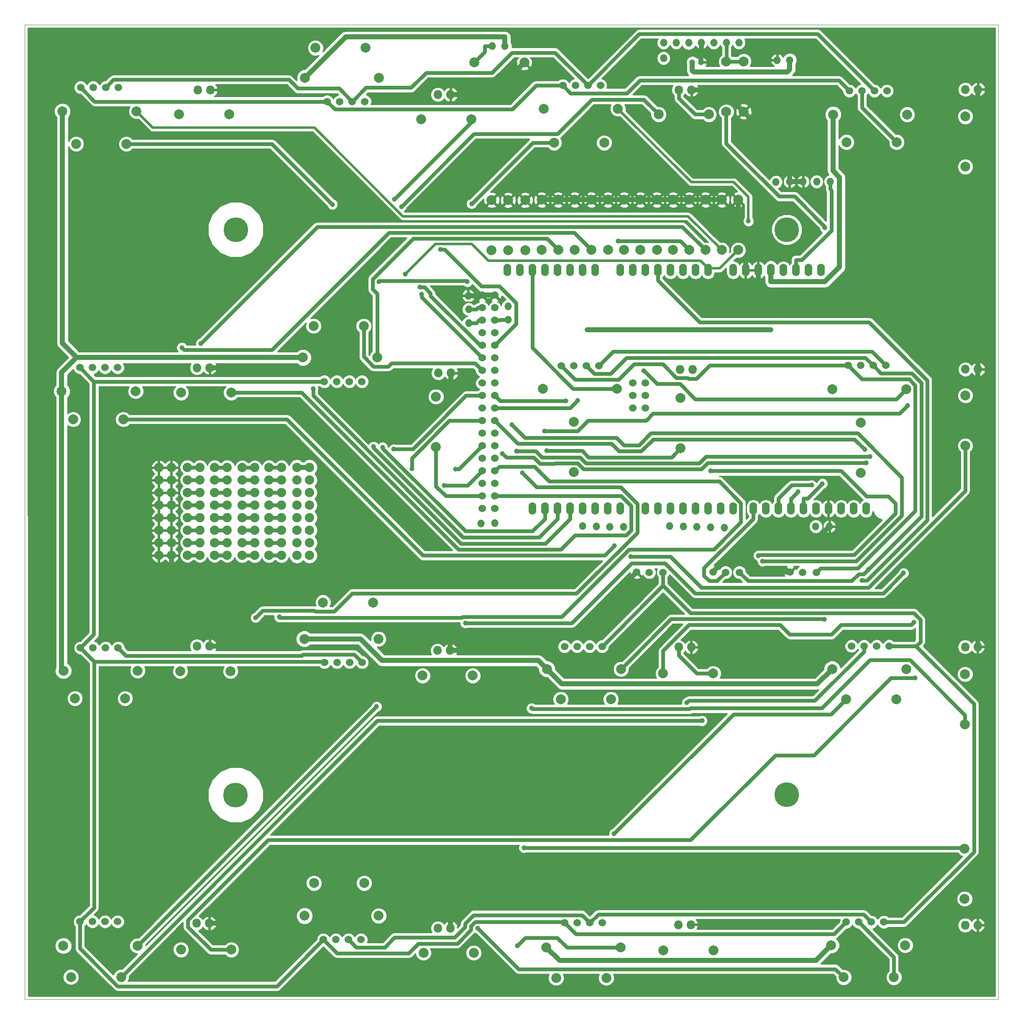
<source format=gbl>
%TF.FileFunction,Copper,L2,Bot,Signal*%
%FSLAX46Y46*%
G04 Gerber Fmt 4.6, Leading zero omitted, Abs format (unit mm)*
G04 Created by KiCad (PCBNEW 0.201502231246+5447~21~ubuntu14.04.1-product) date Sat 21 Mar 2015 19:15:27 AEDT*
%MOMM*%
G01*
G04 APERTURE LIST*
%ADD10C,0.100000*%
%ADD11C,5.000000*%
%ADD12O,1.524000X1.524000*%
%ADD13C,1.524000*%
%ADD14C,1.520000*%
%ADD15C,1.998980*%
%ADD16O,1.524000X2.540000*%
%ADD17O,1.168400X1.168400*%
%ADD18O,1.879600X1.879600*%
%ADD19O,1.800000X1.800000*%
%ADD20C,1.000000*%
%ADD21C,1.000000*%
%ADD22C,0.800000*%
%ADD23C,0.500000*%
%ADD24C,0.254000*%
G04 APERTURE END LIST*
D10*
X36499800Y46431200D02*
X233629200Y46431200D01*
X36499800Y-150774400D02*
X36499800Y46431200D01*
X233629200Y-150774400D02*
X36499800Y-150774400D01*
X233629200Y46431200D02*
X233629200Y-150774400D01*
D11*
X190805000Y4978400D03*
D12*
X181102000Y42773600D03*
X178562000Y42773600D03*
X176022000Y42773600D03*
X173482000Y42773600D03*
X170942000Y42773600D03*
X168402000Y42773600D03*
X165862000Y42773600D03*
X199619000Y14681200D03*
X126390000Y-11150600D03*
X134366000Y-10515600D03*
X126390000Y-13919200D03*
X134417000Y-13258800D03*
X196647000Y-55092600D03*
X178130000Y-55321200D03*
X175336000Y-55245000D03*
X172593000Y-55143400D03*
X169824000Y-55092600D03*
X167107000Y-55016400D03*
X157734000Y-55168800D03*
X154991000Y-55143400D03*
X152222000Y-55067200D03*
X149479000Y-55016400D03*
X131674000Y-54381400D03*
X128905000Y-54457600D03*
X165862000Y39649400D03*
D13*
X47828200Y33731200D03*
D14*
X50368200Y33731200D03*
D13*
X52908200Y33731200D03*
X55448200Y33731200D03*
X97739000Y30886400D03*
D14*
X100279000Y30886400D03*
D13*
X102819000Y30886400D03*
X105359000Y30886400D03*
X145440000Y34137600D03*
D14*
X147980000Y34137600D03*
D13*
X150520000Y34137600D03*
X153060000Y34137600D03*
X203454000Y33045400D03*
D14*
X205994000Y33045400D03*
D13*
X208534000Y33045400D03*
X211074000Y33045400D03*
X47701200Y-22936200D03*
D14*
X50241200Y-22936200D03*
D13*
X52781200Y-22936200D03*
X55321200Y-22936200D03*
X97155000Y-25755600D03*
D14*
X99695000Y-25755600D03*
D13*
X102235000Y-25755600D03*
X104775000Y-25755600D03*
X145136000Y-22606000D03*
D14*
X147676000Y-22606000D03*
D13*
X150216000Y-22606000D03*
X152756000Y-22606000D03*
X203200000Y-22504400D03*
D14*
X205740000Y-22504400D03*
D13*
X208280000Y-22504400D03*
X210820000Y-22504400D03*
X47802800Y-79654400D03*
D14*
X50342800Y-79654400D03*
D13*
X52882800Y-79654400D03*
X55422800Y-79654400D03*
X97205800Y-82600800D03*
D14*
X99745800Y-82600800D03*
D13*
X102285800Y-82600800D03*
X104825800Y-82600800D03*
X145796000Y-79375000D03*
D14*
X148336000Y-79375000D03*
D13*
X150876000Y-79375000D03*
X153416000Y-79375000D03*
X203886000Y-79298800D03*
D14*
X206426000Y-79298800D03*
D13*
X208966000Y-79298800D03*
X211506000Y-79298800D03*
X47701200Y-135052000D03*
D14*
X50241200Y-135052000D03*
D13*
X52781200Y-135052000D03*
X55321200Y-135052000D03*
X96977200Y-138684000D03*
D14*
X99517200Y-138684000D03*
D13*
X102057200Y-138684000D03*
X104597200Y-138684000D03*
X145847000Y-135306000D03*
D14*
X148387000Y-135306000D03*
D13*
X150927000Y-135306000D03*
X153467000Y-135306000D03*
X202819000Y-135128000D03*
D14*
X205359000Y-135128000D03*
D13*
X207899000Y-135128000D03*
X210439000Y-135128000D03*
D14*
X191490400Y-64338200D03*
X194030400Y-64363600D03*
X196824400Y-64363600D03*
X175844400Y-64338200D03*
X178384400Y-64363600D03*
X181178400Y-64363600D03*
X160401400Y-64338200D03*
X162941400Y-64363600D03*
X165735400Y-64363600D03*
D15*
X202311000Y-146304000D03*
X212471000Y-146304000D03*
X57099200Y22301200D03*
X46939200Y22301200D03*
X105537000Y41732200D03*
X95377000Y41732200D03*
X143662000Y22529800D03*
X153822000Y22529800D03*
X202870000Y22656800D03*
X213030000Y22656800D03*
X56464200Y-33426400D03*
X46304200Y-33426400D03*
X105156000Y-14528800D03*
X94996000Y-14528800D03*
X147701000Y-44094400D03*
X147701000Y-33934400D03*
X205740000Y-44221400D03*
X205740000Y-34061400D03*
X56845200Y-89890600D03*
X46685200Y-89890600D03*
X107061000Y-70459600D03*
X96901000Y-70459600D03*
X145034000Y-90043000D03*
X155194000Y-90043000D03*
X202768000Y-90043000D03*
X212928000Y-90043000D03*
X95072000Y-127254000D03*
X105232000Y-127254000D03*
X45872400Y-146253000D03*
X56032400Y-146253000D03*
X154254000Y-146431000D03*
X144094000Y-146431000D03*
X137668000Y38785800D03*
X127508000Y38785800D03*
X77927200Y28270200D03*
X67767200Y28270200D03*
X126898000Y27254200D03*
X116738000Y27254200D03*
X164846000Y28270200D03*
X175006000Y28270200D03*
X226924000Y17703800D03*
X226924000Y27863800D03*
X78308200Y-28016200D03*
X68148200Y-28016200D03*
X119761000Y-38989000D03*
X119761000Y-28829000D03*
X169291000Y-39268400D03*
X169291000Y-29108400D03*
X226924000Y-38760400D03*
X226924000Y-28600400D03*
X78181200Y-84378800D03*
X68021200Y-84378800D03*
X127229000Y-85267800D03*
X117069000Y-85267800D03*
X165735000Y-84836000D03*
X175895000Y-84836000D03*
X226873000Y-95148400D03*
X226873000Y-84988400D03*
X78308200Y-140716000D03*
X68148200Y-140716000D03*
X127406000Y-141351000D03*
X117246000Y-141351000D03*
X165786000Y-140818000D03*
X175946000Y-140818000D03*
X226797000Y-120269000D03*
X226797000Y-130429000D03*
X177648000Y10998200D03*
X177648000Y838200D03*
X171069000Y10998200D03*
X171069000Y838200D03*
X164490000Y10998200D03*
X164490000Y838200D03*
X157861000Y10998200D03*
X157861000Y838200D03*
X151232000Y10998200D03*
X151232000Y838200D03*
X144526000Y10998200D03*
X144526000Y838200D03*
X137820000Y10922000D03*
X137820000Y762000D03*
X131039000Y10947400D03*
X131039000Y787400D03*
X174346000Y10998200D03*
X174346000Y838200D03*
X180950000Y10998200D03*
X180950000Y838200D03*
X167767000Y10998200D03*
X167767000Y838200D03*
X161163000Y10998200D03*
X161163000Y838200D03*
X154584000Y10998200D03*
X154584000Y838200D03*
X147879000Y10998200D03*
X147879000Y838200D03*
X141173000Y10998200D03*
X141173000Y838200D03*
X134391000Y10922000D03*
X134391000Y762000D03*
X178537000Y38963600D03*
X178537000Y28803600D03*
D16*
X157074000Y-51485800D03*
X154534000Y-51485800D03*
X151994000Y-51485800D03*
X149454000Y-51485800D03*
X146914000Y-51485800D03*
X144374000Y-51485800D03*
X141834000Y-51485800D03*
X139294000Y-51485800D03*
X134214000Y-3225800D03*
X136754000Y-3225800D03*
X139294000Y-3225800D03*
X141834000Y-3225800D03*
X151994000Y-3225800D03*
X157074000Y-3225800D03*
X159614000Y-3225800D03*
X149454000Y-3225800D03*
X146914000Y-3225800D03*
X144374000Y-3225800D03*
X162154000Y-3225800D03*
X164694000Y-3225800D03*
X167234000Y-3225800D03*
X174854000Y-3225800D03*
X172314000Y-3225800D03*
X169774000Y-3225800D03*
X179934000Y-3225800D03*
X182474000Y-3225800D03*
X185014000Y-3225800D03*
X190094000Y-3225800D03*
X192634000Y-3225800D03*
X162154000Y-51485800D03*
X164694000Y-51485800D03*
X167234000Y-51485800D03*
X169774000Y-51485800D03*
X172314000Y-51485800D03*
X174854000Y-51485800D03*
X177394000Y-51485800D03*
X179934000Y-51485800D03*
X183998000Y-51485800D03*
X186538000Y-51485800D03*
X189078000Y-51485800D03*
X191618000Y-51485800D03*
X194158000Y-51485800D03*
X196698000Y-51485800D03*
X199238000Y-51485800D03*
X201778000Y-51485800D03*
X187554000Y-3225800D03*
D13*
X131674000Y-48945800D03*
X129134000Y-48945800D03*
X131674000Y-46405800D03*
X129134000Y-46405800D03*
X131674000Y-43865800D03*
X129134000Y-43865800D03*
X131674000Y-41325800D03*
X129134000Y-41325800D03*
X131674000Y-51485800D03*
X129134000Y-51485800D03*
X129134000Y-38785800D03*
X131674000Y-38785800D03*
X131674000Y-36245800D03*
X129134000Y-36245800D03*
X131674000Y-33705800D03*
X129134000Y-33705800D03*
X131674000Y-31165800D03*
X129134000Y-31165800D03*
X131674000Y-28625800D03*
X129134000Y-28625800D03*
X131674000Y-26085800D03*
X129134000Y-26085800D03*
X131674000Y-23545800D03*
X129134000Y-23545800D03*
X131674000Y-21005800D03*
X129134000Y-21005800D03*
X131674000Y-18465800D03*
X129134000Y-18465800D03*
X131674000Y-15925800D03*
X129134000Y-15925800D03*
X131674000Y-13385800D03*
X129134000Y-13385800D03*
X131674000Y-10845800D03*
X129134000Y-10845800D03*
X131674000Y-8305800D03*
X129134000Y-8305800D03*
X162154000Y-31165800D03*
X159614000Y-31165800D03*
X162154000Y-28625800D03*
X159614000Y-28625800D03*
X162154000Y-26085800D03*
X159614000Y-26085800D03*
D16*
X195174000Y-3225800D03*
X197714000Y-3225800D03*
X204318000Y-51485800D03*
X206858000Y-51485800D03*
D12*
X131191000Y42087800D03*
X133731000Y42087800D03*
D15*
X44138200Y28905200D03*
X59138200Y28905200D03*
X93236000Y35687000D03*
X108236000Y35687000D03*
X141598000Y29438600D03*
X156598000Y29438600D03*
X200170000Y28244800D03*
X215170000Y28244800D03*
X43985800Y-27736800D03*
X58985800Y-27736800D03*
X92855000Y-20904200D03*
X107855000Y-20904200D03*
X141420000Y-27228800D03*
X156420000Y-27228800D03*
X199993000Y-27305000D03*
X214993000Y-27305000D03*
X44366800Y-84277200D03*
X59366800Y-84277200D03*
X93135000Y-77851000D03*
X108135000Y-77851000D03*
X142233000Y-83947000D03*
X157233000Y-83947000D03*
X199967000Y-83947000D03*
X214967000Y-83947000D03*
X44341400Y-139929000D03*
X59341400Y-139929000D03*
X93160000Y-133858000D03*
X108160000Y-133858000D03*
X142131000Y-140284000D03*
X157131000Y-140284000D03*
X199764000Y-139827000D03*
X214764000Y-139827000D03*
X182067000Y28854400D03*
X182067000Y39014400D03*
D12*
X196850000Y14681200D03*
X126340000Y-8407400D03*
X199415000Y-55092600D03*
X194081000Y14681200D03*
X191363000Y14655800D03*
X188595000Y14605000D03*
D17*
X173457000Y38811200D03*
X171679000Y38811200D03*
D11*
X79248000Y4978400D03*
X79222600Y-109423000D03*
X190779000Y-109347000D03*
D18*
X66192400Y-60934400D03*
X63652400Y-60934400D03*
X66192400Y-58394400D03*
X63652400Y-58394400D03*
X66192400Y-55854400D03*
X63652400Y-55854400D03*
X66192400Y-53314400D03*
X63652400Y-53314400D03*
X66192400Y-50774400D03*
X63652400Y-50774400D03*
X66192400Y-48234400D03*
X63652400Y-48234400D03*
X66192400Y-45694400D03*
X63652400Y-45694400D03*
X66192400Y-43154400D03*
X63652400Y-43154400D03*
X94157800Y-60934400D03*
X91617800Y-60934400D03*
X94157800Y-58394400D03*
X91617800Y-58394400D03*
X94157800Y-55854400D03*
X91617800Y-55854400D03*
X94157800Y-53314400D03*
X91617800Y-53314400D03*
X94157800Y-50774400D03*
X91617800Y-50774400D03*
X94157800Y-48234400D03*
X91617800Y-48234400D03*
X94157800Y-45694400D03*
X91617800Y-45694400D03*
X94157800Y-43154400D03*
X91617800Y-43154400D03*
X71983600Y-60909400D03*
X69443600Y-60909400D03*
X71983600Y-58369400D03*
X69443600Y-58369400D03*
X71983600Y-55829400D03*
X69443600Y-55829400D03*
X71983600Y-53289400D03*
X69443600Y-53289400D03*
X71983600Y-50749400D03*
X69443600Y-50749400D03*
X71983600Y-48209400D03*
X69443600Y-48209400D03*
X71983600Y-45669400D03*
X69443600Y-45669400D03*
X71983600Y-43129400D03*
X69443600Y-43129400D03*
X77520800Y-60909400D03*
X74980800Y-60909400D03*
X77520800Y-58369400D03*
X74980800Y-58369400D03*
X77520800Y-55829400D03*
X74980800Y-55829400D03*
X77520800Y-53289400D03*
X74980800Y-53289400D03*
X77520800Y-50749400D03*
X74980800Y-50749400D03*
X77520800Y-48209400D03*
X74980800Y-48209400D03*
X77520800Y-45669400D03*
X74980800Y-45669400D03*
X77520800Y-43129400D03*
X74980800Y-43129400D03*
X83058000Y-60960400D03*
X80518000Y-60960400D03*
X83058000Y-58420400D03*
X80518000Y-58420400D03*
X83058000Y-55880400D03*
X80518000Y-55880400D03*
X83058000Y-53340400D03*
X80518000Y-53340400D03*
X83058000Y-50800400D03*
X80518000Y-50800400D03*
X83058000Y-48260400D03*
X80518000Y-48260400D03*
X83058000Y-45720400D03*
X80518000Y-45720400D03*
X83058000Y-43180400D03*
X80518000Y-43180400D03*
X88519000Y-60934400D03*
X85979000Y-60934400D03*
X88519000Y-58394400D03*
X85979000Y-58394400D03*
X88519000Y-55854400D03*
X85979000Y-55854400D03*
X88519000Y-53314400D03*
X85979000Y-53314400D03*
X88519000Y-50774400D03*
X85979000Y-50774400D03*
X88519000Y-48234400D03*
X85979000Y-48234400D03*
X88519000Y-45694400D03*
X85979000Y-45694400D03*
X88519000Y-43154400D03*
X85979000Y-43154400D03*
D12*
X191389000Y39268400D03*
X188849000Y39268400D03*
D19*
X71577200Y33223200D03*
X74117200Y33223200D03*
X120167000Y32283400D03*
X122707000Y32283400D03*
X168935000Y33248600D03*
X171475000Y33248600D03*
X226949000Y33324800D03*
X229489000Y33324800D03*
X71399400Y-22987000D03*
X73939400Y-22987000D03*
X120269000Y-24028400D03*
X122809000Y-24028400D03*
X169164000Y-23342600D03*
X171704000Y-23342600D03*
X226949000Y-23291800D03*
X229489000Y-23291800D03*
X71399400Y-79298800D03*
X73939400Y-79298800D03*
X120091000Y-80187800D03*
X122631000Y-80187800D03*
X168910000Y-79502000D03*
X171450000Y-79502000D03*
X226898000Y-79451200D03*
X229438000Y-79451200D03*
X71323200Y-135382000D03*
X73863200Y-135382000D03*
X120167000Y-136373000D03*
X122707000Y-136373000D03*
X168808000Y-135661000D03*
X171348000Y-135661000D03*
X226898000Y-135763000D03*
X229438000Y-135763000D03*
D20*
X207267800Y-63818000D03*
X170580800Y-90731600D03*
X155832400Y-117227800D03*
X128235800Y-136390500D03*
X126129700Y-5590700D03*
X108257000Y-5590700D03*
X98820400Y10044700D03*
X116559400Y-6685000D03*
X120681700Y922500D03*
X126995200Y10182000D03*
X116860500Y-8085400D03*
X155928600Y-58981500D03*
X125731300Y-74650500D03*
X214416800Y-64508000D03*
X137252500Y-44265500D03*
X83256500Y-73553000D03*
X111212000Y-39435000D03*
X146112900Y-29713500D03*
X206581700Y-39550300D03*
X114930000Y-43430000D03*
X148461600Y-29639500D03*
X175329900Y-43863900D03*
X185044500Y-60997500D03*
X173665900Y-94414800D03*
X197983300Y-46438500D03*
X94895400Y-27225700D03*
X107142900Y-38922900D03*
X111353600Y11146400D03*
X108971100Y-39068100D03*
X112758300Y9618600D03*
X141774700Y-35776100D03*
X215287000Y-30647100D03*
X142217900Y-39805700D03*
X159211200Y-61190400D03*
X88036200Y-73399400D03*
X121459000Y-46798300D03*
X136104500Y-39857500D03*
X207645100Y-40921700D03*
X216545900Y-74504300D03*
X139119100Y-91871600D03*
X133204100Y-40315900D03*
X206859700Y-42222000D03*
X216787200Y-85752300D03*
X123735200Y-43526400D03*
X135189100Y-34554500D03*
X185885000Y-62137600D03*
X137590700Y-120090600D03*
X187554000Y-15265700D03*
X150394600Y-15265700D03*
X193044900Y-48103400D03*
X198509600Y5331500D03*
X156686700Y2638000D03*
X183026700Y6683000D03*
X68340000Y-18916500D03*
X161778400Y-23580000D03*
X72186200Y-18070000D03*
X113565900Y-4004300D03*
X198428800Y-73922100D03*
X206046400Y-66037800D03*
X107732700Y-91537700D03*
X136219100Y-139911000D03*
X195814900Y-46726500D03*
D21*
X126340000Y-8407400D02*
X128202300Y-8407400D01*
X147879000Y10998200D02*
X151232000Y10998200D01*
X157861000Y10998200D02*
X161163000Y10998200D01*
X161163000Y10998200D02*
X164490000Y10998200D01*
X164490000Y10998200D02*
X167767000Y10998200D01*
X73939400Y-79298800D02*
X75939700Y-79298800D01*
X122631000Y-80187800D02*
X122631000Y-78187500D01*
X122631000Y-80187800D02*
X124631300Y-80187800D01*
X229438000Y-79451200D02*
X229438000Y-77450900D01*
X147879000Y10998200D02*
X144526000Y10998200D01*
X229438000Y-25343100D02*
X229489000Y-25292100D01*
X229438000Y-77450900D02*
X229438000Y-25343100D01*
X144526000Y10998200D02*
X141173000Y10998200D01*
X173482000Y40520700D02*
X173482000Y42773600D01*
X173457000Y40495700D02*
X173482000Y40520700D01*
X173457000Y38811200D02*
X173457000Y40495700D01*
X229489000Y-24291900D02*
X229489000Y-25292100D01*
X73939400Y-22987000D02*
X75939700Y-22987000D01*
X122809000Y-24028400D02*
X122809000Y-26028700D01*
X128303900Y-8305800D02*
X129134000Y-8305800D01*
X128202300Y-8407400D02*
X128303900Y-8305800D01*
X129134000Y-8305800D02*
X131674000Y-8305800D01*
X174346000Y10998200D02*
X171069000Y10998200D01*
X171069000Y10998200D02*
X167767000Y10998200D01*
X177648000Y10998200D02*
X174346000Y10998200D01*
X66192400Y-60934400D02*
X66192400Y-62974500D01*
X79228200Y-76010300D02*
X66192400Y-62974500D01*
X75939700Y-79298800D02*
X79228200Y-76010300D01*
X120158100Y-75714600D02*
X122631000Y-78187500D01*
X79523900Y-75714600D02*
X120158100Y-75714600D01*
X79228200Y-76010300D02*
X79523900Y-75714600D01*
X147578800Y-77160800D02*
X160401400Y-64338200D01*
X127658300Y-77160800D02*
X147578800Y-77160800D01*
X124631300Y-80187800D02*
X127658300Y-77160800D01*
X157861000Y10998200D02*
X154584000Y10998200D01*
X154584000Y10998200D02*
X151232000Y10998200D01*
X180950000Y5440400D02*
X180950000Y10998200D01*
X183049900Y3340500D02*
X180950000Y5440400D01*
X183049900Y-279600D02*
X183049900Y3340500D01*
X182474000Y-855500D02*
X183049900Y-279600D01*
X182474000Y-3225800D02*
X182474000Y-855500D01*
X131165600Y32283400D02*
X137668000Y38785800D01*
X124707300Y32283400D02*
X131165600Y32283400D01*
X122707000Y32283400D02*
X124707300Y32283400D01*
X76673200Y-23720500D02*
X75939700Y-22987000D01*
X105581900Y-23720500D02*
X76673200Y-23720500D01*
X107890100Y-26028700D02*
X105581900Y-23720500D01*
X122809000Y-26028700D02*
X107890100Y-26028700D01*
X229489000Y-24291900D02*
X229489000Y-23291800D01*
X229489000Y-23291800D02*
X229489000Y-21291500D01*
X185014000Y-3225800D02*
X185014000Y-5596100D01*
X229489000Y5407900D02*
X229489000Y33324800D01*
X216139300Y-7941800D02*
X229489000Y5407900D01*
X229489000Y-21291500D02*
X216139300Y-7941800D01*
X187359700Y-7941800D02*
X185014000Y-5596100D01*
X216139300Y-7941800D02*
X187359700Y-7941800D01*
X76485800Y-136004300D02*
X75863500Y-135382000D01*
X111512200Y-136004300D02*
X76485800Y-136004300D01*
X113143800Y-134372700D02*
X111512200Y-136004300D01*
X122707000Y-134372700D02*
X113143800Y-134372700D01*
X122707000Y-136373000D02*
X122707000Y-134372700D01*
X73863200Y-135382000D02*
X75863500Y-135382000D01*
X177672800Y33248600D02*
X182067000Y28854400D01*
X171475000Y33248600D02*
X177672800Y33248600D01*
X194081000Y14681200D02*
X192218700Y14681200D01*
X191363000Y14681200D02*
X192218700Y14681200D01*
X191363000Y19558400D02*
X191363000Y14681200D01*
X182067000Y28854400D02*
X191363000Y19558400D01*
X191363000Y14681200D02*
X191363000Y14655800D01*
X175844400Y-64211500D02*
X175844400Y-64338200D01*
X177571700Y-62484200D02*
X175844400Y-64211500D01*
X183430600Y-62484200D02*
X177571700Y-62484200D01*
X185284600Y-64338200D02*
X183430600Y-62484200D01*
X191490400Y-64338200D02*
X185284600Y-64338200D01*
X183430600Y-60348200D02*
X183430600Y-62484200D01*
X186647100Y-57131700D02*
X183430600Y-60348200D01*
X197375900Y-57131700D02*
X186647100Y-57131700D01*
X199415000Y-55092600D02*
X197375900Y-57131700D01*
D22*
X192634000Y-3225800D02*
X192634000Y-1155500D01*
X199619000Y14681200D02*
X199619000Y13118900D01*
X199809900Y12928000D02*
X199619000Y13118900D01*
X199809900Y4792800D02*
X199809900Y12928000D01*
X193861600Y-1155500D02*
X199809900Y4792800D01*
X192634000Y-1155500D02*
X193861600Y-1155500D01*
X128257100Y-10845800D02*
X127952300Y-11150600D01*
X129134000Y-10845800D02*
X128257100Y-10845800D01*
X126390000Y-11150600D02*
X127952300Y-11150600D01*
X128485700Y-13385800D02*
X127952300Y-13919200D01*
X129134000Y-13385800D02*
X128485700Y-13385800D01*
X126390000Y-13919200D02*
X127952300Y-13919200D01*
X132727700Y-13385800D02*
X132854700Y-13258800D01*
X131674000Y-13385800D02*
X132727700Y-13385800D01*
X134417000Y-13258800D02*
X132854700Y-13258800D01*
X47701200Y-140474900D02*
X47701200Y-135052000D01*
X55325200Y-148098900D02*
X47701200Y-140474900D01*
X87562300Y-148098900D02*
X55325200Y-148098900D01*
X96977200Y-138684000D02*
X87562300Y-148098900D01*
X50559500Y-132193700D02*
X50559500Y-82411100D01*
X47701200Y-135052000D02*
X50559500Y-132193700D01*
X97016100Y-82411100D02*
X97205800Y-82600800D01*
X50559500Y-82411100D02*
X97016100Y-82411100D01*
X147004200Y32573400D02*
X145440000Y34137600D01*
X158449000Y32573400D02*
X147004200Y32573400D01*
X161045000Y35169400D02*
X158449000Y32573400D01*
X201330000Y35169400D02*
X161045000Y35169400D01*
X203454000Y33045400D02*
X201330000Y35169400D01*
X50673000Y30886400D02*
X97739000Y30886400D01*
X47828200Y33731200D02*
X50673000Y30886400D01*
X140029700Y34137600D02*
X145440000Y34137600D01*
X135212800Y29320700D02*
X140029700Y34137600D01*
X99304700Y29320700D02*
X135212800Y29320700D01*
X97739000Y30886400D02*
X99304700Y29320700D01*
X206000700Y-25305100D02*
X203200000Y-22504400D01*
X215578200Y-25305100D02*
X206000700Y-25305100D01*
X216800700Y-26527600D02*
X215578200Y-25305100D01*
X216800700Y-51940300D02*
X216800700Y-26527600D01*
X205203900Y-63537100D02*
X216800700Y-51940300D01*
X197650900Y-63537100D02*
X205203900Y-63537100D01*
X196824400Y-64363600D02*
X197650900Y-63537100D01*
X47802800Y-79654400D02*
X50559500Y-82411100D01*
X50520600Y-76936600D02*
X47802800Y-79654400D01*
X50520600Y-25755600D02*
X50520600Y-76936600D01*
X47701200Y-22936200D02*
X50520600Y-25755600D01*
X50520600Y-25755600D02*
X97155000Y-25755600D01*
X145631200Y-135090200D02*
X145847000Y-135306000D01*
X127697200Y-135090200D02*
X145631200Y-135090200D01*
X126884000Y-135903400D02*
X127697200Y-135090200D01*
X126884000Y-136691600D02*
X126884000Y-135903400D01*
X124101900Y-139473700D02*
X126884000Y-136691600D01*
X116218800Y-139473700D02*
X124101900Y-139473700D01*
X114245800Y-141446700D02*
X116218800Y-139473700D01*
X99739900Y-141446700D02*
X114245800Y-141446700D01*
X96977200Y-138684000D02*
X99739900Y-141446700D01*
X200372900Y-137574100D02*
X202819000Y-135128000D01*
X148115100Y-137574100D02*
X200372900Y-137574100D01*
X145847000Y-135306000D02*
X148115100Y-137574100D01*
X175229500Y-22504400D02*
X203200000Y-22504400D01*
X175229500Y-22504500D02*
X175229500Y-22504400D01*
X172491100Y-25242900D02*
X175229500Y-22504500D01*
X170916900Y-25242900D02*
X172491100Y-25242900D01*
X170716900Y-25042900D02*
X170916900Y-25242900D01*
X168459700Y-25042900D02*
X170716900Y-25042900D01*
X165696400Y-22279600D02*
X168459700Y-25042900D01*
X159893600Y-22279600D02*
X165696400Y-22279600D01*
X156777700Y-25395500D02*
X159893600Y-22279600D01*
X147925500Y-25395500D02*
X156777700Y-25395500D01*
X145136000Y-22606000D02*
X147925500Y-25395500D01*
X100179800Y33525600D02*
X102819000Y30886400D01*
X91776800Y33525600D02*
X100179800Y33525600D01*
X89987500Y35314900D02*
X91776800Y33525600D01*
X54491900Y35314900D02*
X89987500Y35314900D01*
X52908200Y33731200D02*
X54491900Y35314900D01*
X206329100Y-133558100D02*
X207899000Y-135128000D01*
X152674900Y-133558100D02*
X206329100Y-133558100D01*
X150927000Y-135306000D02*
X152674900Y-133558100D01*
X103619500Y-140246300D02*
X102057200Y-138684000D01*
X109392100Y-140246300D02*
X103619500Y-140246300D01*
X111365100Y-138273300D02*
X109392100Y-140246300D01*
X123518100Y-138273300D02*
X111365100Y-138273300D01*
X125683700Y-136107700D02*
X123518100Y-138273300D01*
X125683700Y-135406200D02*
X125683700Y-136107700D01*
X127374200Y-133715700D02*
X125683700Y-135406200D01*
X149336700Y-133715700D02*
X127374200Y-133715700D01*
X150927000Y-135306000D02*
X149336700Y-133715700D01*
X105619700Y33687100D02*
X102819000Y30886400D01*
X114774100Y33687100D02*
X105619700Y33687100D01*
X117810100Y36723100D02*
X114774100Y33687100D01*
X131121600Y36723100D02*
X117810100Y36723100D01*
X135188300Y40789800D02*
X131121600Y36723100D01*
X143867800Y40789800D02*
X135188300Y40789800D01*
X150520000Y34137600D02*
X143867800Y40789800D01*
X197036400Y44543000D02*
X208534000Y33045400D01*
X160925400Y44543000D02*
X197036400Y44543000D01*
X150520000Y34137600D02*
X160925400Y44543000D01*
X206348400Y-64737400D02*
X207267800Y-63818000D01*
X205304300Y-64737400D02*
X206348400Y-64737400D01*
X203904100Y-66137600D02*
X205304300Y-64737400D01*
X182952400Y-66137600D02*
X203904100Y-66137600D01*
X181178400Y-64363600D02*
X182952400Y-66137600D01*
X209861300Y-24085700D02*
X208280000Y-22504400D01*
X216117400Y-24085700D02*
X209861300Y-24085700D01*
X218043500Y-26011800D02*
X216117400Y-24085700D01*
X218043500Y-53042300D02*
X218043500Y-26011800D01*
X207267800Y-63818000D02*
X218043500Y-53042300D01*
X206712300Y-20936700D02*
X208280000Y-22504400D01*
X158373900Y-20936700D02*
X206712300Y-20936700D01*
X155115400Y-24195200D02*
X158373900Y-20936700D01*
X151805200Y-24195200D02*
X155115400Y-24195200D01*
X150216000Y-22606000D02*
X151805200Y-24195200D01*
X165735400Y-64363600D02*
X165735400Y-67055600D01*
X165735400Y-67055600D02*
X153416000Y-79375000D01*
X216975400Y-79298800D02*
X211506000Y-79298800D01*
X214488100Y-135128000D02*
X210439000Y-135128000D01*
X228674200Y-120941900D02*
X214488100Y-135128000D01*
X228674200Y-90997600D02*
X228674200Y-120941900D01*
X216975400Y-79298800D02*
X228674200Y-90997600D01*
X171301500Y-72621700D02*
X165735400Y-67055600D01*
X216502300Y-72621700D02*
X171301500Y-72621700D01*
X217846200Y-73965600D02*
X216502300Y-72621700D01*
X217846200Y-78428000D02*
X217846200Y-73965600D01*
X216975400Y-79298800D02*
X217846200Y-78428000D01*
X103262200Y-81037200D02*
X104825800Y-82600800D01*
X92777200Y-81037200D02*
X103262200Y-81037200D01*
X92603700Y-81210700D02*
X92777200Y-81037200D01*
X56979100Y-81210700D02*
X92603700Y-81210700D01*
X55422800Y-79654400D02*
X56979100Y-81210700D01*
X155625700Y-19736300D02*
X152756000Y-22606000D01*
X208051900Y-19736300D02*
X155625700Y-19736300D01*
X210820000Y-22504400D02*
X208051900Y-19736300D01*
X205994000Y29692800D02*
X205994000Y33045400D01*
X213030000Y22656800D02*
X205994000Y29692800D01*
X206426000Y-80367300D02*
X206426000Y-79298800D01*
X196473200Y-90320100D02*
X206426000Y-80367300D01*
X170992300Y-90320100D02*
X196473200Y-90320100D01*
X170580800Y-90731600D02*
X170992300Y-90320100D01*
X179988200Y-93072000D02*
X155832400Y-117227800D01*
X199739000Y-93072000D02*
X179988200Y-93072000D01*
X202768000Y-90043000D02*
X199739000Y-93072000D01*
X212471000Y-142240000D02*
X205359000Y-135128000D01*
X212471000Y-146304000D02*
X212471000Y-142240000D01*
X176621100Y-66126900D02*
X178384400Y-64363600D01*
X175140300Y-66126900D02*
X176621100Y-66126900D01*
X174053600Y-65040200D02*
X175140300Y-66126900D01*
X174053600Y-63500500D02*
X174053600Y-65040200D01*
X183998000Y-53556100D02*
X174053600Y-63500500D01*
X183998000Y-51485800D02*
X183998000Y-53556100D01*
X200638100Y-144631100D02*
X202311000Y-146304000D01*
X136476400Y-144631100D02*
X200638100Y-144631100D01*
X128235800Y-136390500D02*
X136476400Y-144631100D01*
X86563900Y22301200D02*
X57099200Y22301200D01*
X98820400Y10044700D02*
X86563900Y22301200D01*
X108463000Y-5384700D02*
X108257000Y-5590700D01*
X125923700Y-5384700D02*
X108463000Y-5384700D01*
X126129700Y-5590700D02*
X125923700Y-5384700D01*
X117416200Y-6685000D02*
X116559400Y-6685000D01*
X118679800Y-7948600D02*
X117416200Y-6685000D01*
X118679800Y-8444000D02*
X118679800Y-7948600D01*
X128701600Y-18465800D02*
X118679800Y-8444000D01*
X129134000Y-18465800D02*
X128701600Y-18465800D01*
X121533300Y922500D02*
X120681700Y922500D01*
X128958800Y-6503000D02*
X121533300Y922500D01*
X132641100Y-6503000D02*
X128958800Y-6503000D01*
X136018900Y-9880800D02*
X132641100Y-6503000D01*
X136018900Y-14120900D02*
X136018900Y-9880800D01*
X131674000Y-18465800D02*
X136018900Y-14120900D01*
X139343000Y22529800D02*
X143662000Y22529800D01*
X126995200Y10182000D02*
X139343000Y22529800D01*
X116860500Y-8732300D02*
X116860500Y-8085400D01*
X129134000Y-21005800D02*
X116860500Y-8732300D01*
X153949900Y-60960200D02*
X155928600Y-58981500D01*
X117125100Y-60960200D02*
X153949900Y-60960200D01*
X89591300Y-33426400D02*
X117125100Y-60960200D01*
X56464200Y-33426400D02*
X89591300Y-33426400D01*
X105156000Y-20756000D02*
X105156000Y-14528800D01*
X107135400Y-22735400D02*
X105156000Y-20756000D01*
X110119600Y-22735400D02*
X107135400Y-22735400D01*
X110751200Y-22103800D02*
X110119600Y-22735400D01*
X127692000Y-22103800D02*
X110751200Y-22103800D01*
X129134000Y-23545800D02*
X127692000Y-22103800D01*
X210310800Y-68614000D02*
X214416800Y-64508000D01*
X172224300Y-68614000D02*
X210310800Y-68614000D01*
X166180500Y-62570200D02*
X172224300Y-68614000D01*
X159353300Y-62570200D02*
X166180500Y-62570200D01*
X147273000Y-74650500D02*
X159353300Y-62570200D01*
X125731300Y-74650500D02*
X147273000Y-74650500D01*
X84710500Y-72099000D02*
X83256500Y-73553000D01*
X95101100Y-72099000D02*
X84710500Y-72099000D01*
X95314700Y-72312600D02*
X95101100Y-72099000D01*
X99143800Y-72312600D02*
X95314700Y-72312600D01*
X102796700Y-68659700D02*
X99143800Y-72312600D01*
X148205000Y-68659700D02*
X102796700Y-68659700D01*
X160521700Y-56343000D02*
X148205000Y-68659700D01*
X160521700Y-50482900D02*
X160521700Y-56343000D01*
X157159800Y-47121000D02*
X160521700Y-50482900D01*
X140108000Y-47121000D02*
X157159800Y-47121000D01*
X137252500Y-44265500D02*
X140108000Y-47121000D01*
X115062600Y-39435000D02*
X111212000Y-39435000D01*
X125871800Y-28625800D02*
X115062600Y-39435000D01*
X129134000Y-28625800D02*
X125871800Y-28625800D01*
X132761700Y-29713500D02*
X146112900Y-29713500D01*
X131674000Y-28625800D02*
X132761700Y-29713500D01*
X204490600Y-37459200D02*
X206581700Y-39550300D01*
X163729200Y-37459200D02*
X204490600Y-37459200D01*
X161344400Y-39844000D02*
X163729200Y-37459200D01*
X156790200Y-39844000D02*
X161344400Y-39844000D01*
X155275700Y-38329500D02*
X156790200Y-39844000D01*
X136297700Y-38329500D02*
X155275700Y-38329500D01*
X131674000Y-33705800D02*
X136297700Y-38329500D01*
X114930000Y-41265300D02*
X114930000Y-43430000D01*
X122489500Y-33705800D02*
X114930000Y-41265300D01*
X129134000Y-33705800D02*
X122489500Y-33705800D01*
X146935300Y-31165800D02*
X148461600Y-29639500D01*
X131674000Y-31165800D02*
X146935300Y-31165800D01*
X107870600Y-94414800D02*
X56032400Y-146253000D01*
X173665900Y-94414800D02*
X107870600Y-94414800D01*
X185204700Y-60837300D02*
X185044500Y-60997500D01*
X204441600Y-60837300D02*
X185204700Y-60837300D01*
X212803700Y-52475200D02*
X204441600Y-60837300D01*
X212803700Y-50460600D02*
X212803700Y-52475200D01*
X211330300Y-48987200D02*
X212803700Y-50460600D01*
X206922100Y-48987200D02*
X211330300Y-48987200D01*
X201798800Y-43863900D02*
X206922100Y-48987200D01*
X175329900Y-43863900D02*
X201798800Y-43863900D01*
X195006300Y-49415500D02*
X194158000Y-49415500D01*
X197983300Y-46438500D02*
X195006300Y-49415500D01*
X194158000Y-51485800D02*
X194158000Y-49415500D01*
X129628700Y40906500D02*
X127508000Y38785800D01*
X129628700Y42087800D02*
X129628700Y40906500D01*
X131191000Y42087800D02*
X129628700Y42087800D01*
X146914000Y-51485800D02*
X146914000Y-53556100D01*
X141945800Y-58524300D02*
X146914000Y-53556100D01*
X124790400Y-58524300D02*
X141945800Y-58524300D01*
X94895500Y-28629400D02*
X124790400Y-58524300D01*
X94895500Y-27225700D02*
X94895500Y-28629400D01*
X94895400Y-27225700D02*
X94895500Y-27225700D01*
X126898000Y26690800D02*
X126898000Y27254200D01*
X111353600Y11146400D02*
X126898000Y26690800D01*
X144374000Y-51485800D02*
X144374000Y-53556100D01*
X140678200Y-57251900D02*
X144374000Y-53556100D01*
X125215500Y-57251900D02*
X140678200Y-57251900D01*
X107142900Y-39179300D02*
X125215500Y-57251900D01*
X107142900Y-38922900D02*
X107142900Y-39179300D01*
X141834000Y-51485800D02*
X141834000Y-53556100D01*
X127469400Y24329700D02*
X112758300Y9618600D01*
X144417800Y24329700D02*
X127469400Y24329700D01*
X151356500Y31268400D02*
X144417800Y24329700D01*
X161847800Y31268400D02*
X151356500Y31268400D01*
X164846000Y28270200D02*
X161847800Y31268400D01*
X139338600Y-56051500D02*
X141834000Y-53556100D01*
X125712600Y-56051500D02*
X139338600Y-56051500D01*
X108971100Y-39310000D02*
X125712600Y-56051500D01*
X108971100Y-39068100D02*
X108971100Y-39310000D01*
X148404800Y-35776100D02*
X141774700Y-35776100D01*
X150535700Y-33645200D02*
X148404800Y-35776100D01*
X162332700Y-33645200D02*
X150535700Y-33645200D01*
X163716300Y-32261600D02*
X162332700Y-33645200D01*
X213672500Y-32261600D02*
X163716300Y-32261600D01*
X215287000Y-30647100D02*
X213672500Y-32261600D01*
X157286900Y-48945800D02*
X131674000Y-48945800D01*
X159308900Y-50967800D02*
X157286900Y-48945800D01*
X159308900Y-55858100D02*
X159308900Y-50967800D01*
X158300400Y-56866600D02*
X159308900Y-55858100D01*
X147916600Y-56866600D02*
X158300400Y-56866600D01*
X145052000Y-59731200D02*
X147916600Y-56866600D01*
X124299800Y-59731200D02*
X145052000Y-59731200D01*
X92584800Y-28016200D02*
X124299800Y-59731200D01*
X78308200Y-28016200D02*
X92584800Y-28016200D01*
X121767600Y-48945800D02*
X129134000Y-48945800D01*
X119761000Y-46939200D02*
X121767600Y-48945800D01*
X119761000Y-38989000D02*
X119761000Y-46939200D01*
X149352700Y-39805700D02*
X142217900Y-39805700D01*
X150631400Y-41084400D02*
X149352700Y-39805700D01*
X167475000Y-41084400D02*
X150631400Y-41084400D01*
X169291000Y-39268400D02*
X167475000Y-41084400D01*
X226924000Y-47854200D02*
X226924000Y-38760400D01*
X207368000Y-67410200D02*
X226924000Y-47854200D01*
X173464300Y-67410200D02*
X207368000Y-67410200D01*
X167244500Y-61190400D02*
X173464300Y-67410200D01*
X159211200Y-61190400D02*
X167244500Y-61190400D01*
X132579800Y-42960000D02*
X131674000Y-43865800D01*
X139695300Y-42960000D02*
X132579800Y-42960000D01*
X142655900Y-45920600D02*
X139695300Y-42960000D01*
X177110700Y-45920600D02*
X142655900Y-45920600D01*
X181499200Y-50309100D02*
X177110700Y-45920600D01*
X181499200Y-54230700D02*
X181499200Y-50309100D01*
X176023200Y-59706700D02*
X181499200Y-54230700D01*
X158855700Y-59706700D02*
X176023200Y-59706700D01*
X145212200Y-73350200D02*
X158855700Y-59706700D01*
X125192700Y-73350200D02*
X145212200Y-73350200D01*
X125026100Y-73516800D02*
X125192700Y-73350200D01*
X88153600Y-73516800D02*
X125026100Y-73516800D01*
X88036200Y-73399400D02*
X88153600Y-73516800D01*
X126201500Y-46798300D02*
X121459000Y-46798300D01*
X129134000Y-43865800D02*
X126201500Y-46798300D01*
X203123800Y-75022300D02*
X201786900Y-75022300D01*
X191389000Y-76962000D02*
X189449300Y-75022300D01*
X199847200Y-76962000D02*
X191389000Y-76962000D01*
X201786900Y-75022300D02*
X199847200Y-76962000D01*
X216027900Y-75022300D02*
X216545900Y-74504300D01*
X170970000Y-75022300D02*
X189449300Y-75022300D01*
X165735000Y-84836000D02*
X165735000Y-80257300D01*
X165735000Y-80257300D02*
X170970000Y-75022300D01*
X203123800Y-75022300D02*
X216027900Y-75022300D01*
X139987800Y-39857500D02*
X136104500Y-39857500D01*
X141288200Y-41157900D02*
X139987800Y-39857500D01*
X143291900Y-41157900D02*
X141288200Y-41157900D01*
X143355500Y-41094300D02*
X143291900Y-41157900D01*
X148943800Y-41094300D02*
X143355500Y-41094300D01*
X150134200Y-42284700D02*
X148943800Y-41094300D01*
X173045400Y-42284700D02*
X150134200Y-42284700D01*
X174408400Y-40921700D02*
X173045400Y-42284700D01*
X207645100Y-40921700D02*
X174408400Y-40921700D01*
X226873000Y-93290900D02*
X226873000Y-95148400D01*
X215719700Y-82137600D02*
X226873000Y-93290900D01*
X207650300Y-82137600D02*
X215719700Y-82137600D01*
X197916300Y-91871600D02*
X207650300Y-82137600D01*
X171279800Y-91871600D02*
X197916300Y-91871600D01*
X171119500Y-92031900D02*
X171279800Y-91871600D01*
X139279400Y-92031900D02*
X171119500Y-92031900D01*
X139119100Y-91871600D02*
X139279400Y-92031900D01*
X211875000Y-85752300D02*
X216787200Y-85752300D01*
X196248700Y-101378600D02*
X211875000Y-85752300D01*
X188480400Y-101378600D02*
X196248700Y-101378600D01*
X171330900Y-118528100D02*
X188480400Y-101378600D01*
X85772400Y-118528100D02*
X171330900Y-118528100D01*
X69573000Y-134727500D02*
X85772400Y-118528100D01*
X69573000Y-136112000D02*
X69573000Y-134727500D01*
X74177000Y-140716000D02*
X69573000Y-136112000D01*
X78308200Y-140716000D02*
X74177000Y-140716000D01*
X134046200Y-41158000D02*
X133204100Y-40315900D01*
X139590800Y-41158000D02*
X134046200Y-41158000D01*
X140791000Y-42358200D02*
X139590800Y-41158000D01*
X143823100Y-42358200D02*
X140791000Y-42358200D01*
X143886700Y-42294600D02*
X143823100Y-42358200D01*
X148446600Y-42294600D02*
X143886700Y-42294600D01*
X149637000Y-43485000D02*
X148446600Y-42294600D01*
X173542600Y-43485000D02*
X149637000Y-43485000D01*
X174805600Y-42222000D02*
X173542600Y-43485000D01*
X206859700Y-42222000D02*
X174805600Y-42222000D01*
X124393400Y-43526400D02*
X123735200Y-43526400D01*
X129134000Y-38785800D02*
X124393400Y-43526400D01*
X204839000Y-62137600D02*
X185885000Y-62137600D01*
X214063500Y-52913100D02*
X204839000Y-62137600D01*
X214063500Y-45145300D02*
X214063500Y-52913100D01*
X205158900Y-36240700D02*
X214063500Y-45145300D01*
X163250200Y-36240700D02*
X205158900Y-36240700D01*
X160847200Y-38643700D02*
X163250200Y-36240700D01*
X157812400Y-38643700D02*
X160847200Y-38643700D01*
X156297800Y-37129100D02*
X157812400Y-38643700D01*
X137763700Y-37129100D02*
X156297800Y-37129100D01*
X135189100Y-34554500D02*
X137763700Y-37129100D01*
X226618600Y-120090600D02*
X137590700Y-120090600D01*
X226797000Y-120269000D02*
X226618600Y-120090600D01*
D21*
X91617800Y-43154400D02*
X94157800Y-43154400D01*
X187554000Y-3225800D02*
X187554000Y-5596100D01*
X104476000Y-77851000D02*
X93135000Y-77851000D01*
X108836500Y-82211500D02*
X104476000Y-77851000D01*
X140497500Y-82211500D02*
X108836500Y-82211500D01*
X142233000Y-83947000D02*
X140497500Y-82211500D01*
X200170000Y16841600D02*
X200170000Y28244800D01*
X201484400Y15527200D02*
X200170000Y16841600D01*
X201484400Y-2618100D02*
X201484400Y15527200D01*
X198506400Y-5596100D02*
X201484400Y-2618100D01*
X187554000Y-5596100D02*
X198506400Y-5596100D01*
X150394600Y-15265700D02*
X187554000Y-15265700D01*
X190822100Y36839200D02*
X191389000Y37406100D01*
X171966500Y36839200D02*
X190822100Y36839200D01*
X171679000Y37126700D02*
X171966500Y36839200D01*
X171679000Y38811200D02*
X171679000Y37126700D01*
X191389000Y39268400D02*
X191389000Y37406100D01*
X43985800Y-83896200D02*
X43985800Y-27736800D01*
X44366800Y-84277200D02*
X43985800Y-83896200D01*
X145228100Y-86942100D02*
X142233000Y-83947000D01*
X196971900Y-86942100D02*
X145228100Y-86942100D01*
X199967000Y-83947000D02*
X196971900Y-86942100D01*
X101499100Y43950100D02*
X133731000Y43950100D01*
X93236000Y35687000D02*
X101499100Y43950100D01*
X133731000Y42087800D02*
X133731000Y43950100D01*
X44138200Y-18005100D02*
X47037300Y-20904200D01*
X44138200Y28905200D02*
X44138200Y-18005100D01*
X92855000Y-20904200D02*
X47037300Y-20904200D01*
X43985800Y-23955700D02*
X43985800Y-27736800D01*
X47037300Y-20904200D02*
X43985800Y-23955700D01*
X196662500Y-142928500D02*
X199764000Y-139827000D01*
X144775500Y-142928500D02*
X196662500Y-142928500D01*
X142131000Y-140284000D02*
X144775500Y-142928500D01*
D22*
X191732800Y-49415500D02*
X193044900Y-48103400D01*
X191618000Y-49415500D02*
X191732800Y-49415500D01*
X178537000Y22405800D02*
X178537000Y28803600D01*
X189259400Y11683400D02*
X178537000Y22405800D01*
X192382500Y11683400D02*
X189259400Y11683400D01*
X198509600Y5556300D02*
X192382500Y11683400D01*
X198509600Y5331500D02*
X198509600Y5556300D01*
X191618000Y-51485800D02*
X191618000Y-49415500D01*
D23*
X170796500Y7689700D02*
X177648000Y838200D01*
X113060400Y7689700D02*
X170796500Y7689700D01*
X95145800Y25604300D02*
X113060400Y7689700D01*
X62439100Y25604300D02*
X95145800Y25604300D01*
X59138200Y28905200D02*
X62439100Y25604300D01*
D22*
X169269200Y2638000D02*
X171069000Y838200D01*
X156686700Y2638000D02*
X169269200Y2638000D01*
D23*
X183026700Y11613600D02*
X183026700Y6683000D01*
X180050800Y14589500D02*
X183026700Y11613600D01*
X171447100Y14589500D02*
X180050800Y14589500D01*
X156598000Y29438600D02*
X171447100Y14589500D01*
D22*
X147735100Y4335100D02*
X151232000Y838200D01*
X110273400Y4335100D02*
X147735100Y4335100D01*
X86568000Y-19370300D02*
X110273400Y4335100D01*
X68793800Y-19370300D02*
X86568000Y-19370300D01*
X68340000Y-18916500D02*
X68793800Y-19370300D01*
X142241100Y3123100D02*
X144526000Y838200D01*
X115131400Y3123100D02*
X142241100Y3123100D01*
X106951400Y-5056900D02*
X115131400Y3123100D01*
X106951400Y-7081700D02*
X106951400Y-5056900D01*
X107855000Y-7985300D02*
X106951400Y-7081700D01*
X107855000Y-20904200D02*
X107855000Y-7985300D01*
X139294000Y-18974300D02*
X139294000Y-3225800D01*
X147548500Y-27228800D02*
X139294000Y-18974300D01*
X156420000Y-27228800D02*
X147548500Y-27228800D01*
X212975500Y-29322500D02*
X214993000Y-27305000D01*
X172262700Y-29322500D02*
X212975500Y-29322500D01*
X169183400Y-26243200D02*
X172262700Y-29322500D01*
X164541700Y-26243200D02*
X169183400Y-26243200D01*
X161878500Y-23580000D02*
X164541700Y-26243200D01*
X161778400Y-23580000D02*
X161878500Y-23580000D01*
X169648700Y5535500D02*
X174346000Y838200D01*
X95791700Y5535500D02*
X169648700Y5535500D01*
X72186200Y-18070000D02*
X95791700Y5535500D01*
D23*
X174854000Y-3225800D02*
X174854000Y-2854700D01*
X177257100Y-2854700D02*
X180950000Y838200D01*
X174854000Y-2854700D02*
X177257100Y-2854700D01*
X119643000Y2072800D02*
X113565900Y-4004300D01*
X127000300Y2072800D02*
X119643000Y2072800D01*
X130373500Y-1300400D02*
X127000300Y2072800D01*
X173299700Y-1300400D02*
X130373500Y-1300400D01*
X174854000Y-2854700D02*
X173299700Y-1300400D01*
D22*
X164694000Y-3225800D02*
X164694000Y-5296100D01*
X198428800Y-73922000D02*
X198428800Y-73922100D01*
X198328800Y-73822000D02*
X198428800Y-73922000D01*
X167358000Y-73822000D02*
X198328800Y-73822000D01*
X157233000Y-83947000D02*
X167358000Y-73822000D01*
X173163200Y-13765300D02*
X164694000Y-5296100D01*
X207494500Y-13765300D02*
X173163200Y-13765300D01*
X219243800Y-25514600D02*
X207494500Y-13765300D01*
X219243800Y-53784800D02*
X219243800Y-25514600D01*
X206990800Y-66037800D02*
X219243800Y-53784800D01*
X206046400Y-66037800D02*
X206990800Y-66037800D01*
X59341400Y-139929000D02*
X107732700Y-91537700D01*
X137846000Y-138284100D02*
X136219100Y-139911000D01*
X144284600Y-138284100D02*
X137846000Y-138284100D01*
X146284500Y-140284000D02*
X144284600Y-138284100D01*
X157131000Y-140284000D02*
X146284500Y-140284000D01*
X178587800Y41185500D02*
X178562000Y41211300D01*
X178587800Y39014400D02*
X178587800Y41185500D01*
X182067000Y39014400D02*
X178587800Y39014400D01*
X178587800Y39014400D02*
X178537000Y38963600D01*
X178562000Y42773600D02*
X178562000Y41211300D01*
X189078000Y-51485800D02*
X189078000Y-49415500D01*
X191767000Y-46726500D02*
X195814900Y-46726500D01*
X189078000Y-49415500D02*
X191767000Y-46726500D01*
X168935000Y33248600D02*
X168935000Y31548300D01*
X172213100Y28270200D02*
X175006000Y28270200D01*
X168935000Y31548300D02*
X172213100Y28270200D01*
X172543700Y-84836000D02*
X175895000Y-84836000D01*
X168910000Y-81202300D02*
X172543700Y-84836000D01*
X168910000Y-79502000D02*
X168910000Y-81202300D01*
X69443600Y-60909400D02*
X71983600Y-60909400D01*
X69443600Y-58369400D02*
X71983600Y-58369400D01*
X69443600Y-55829400D02*
X71983600Y-55829400D01*
X69443600Y-53289400D02*
X71983600Y-53289400D01*
X69443600Y-50749400D02*
X71983600Y-50749400D01*
X69443600Y-48209400D02*
X71983600Y-48209400D01*
X69443600Y-45669400D02*
X71983600Y-45669400D01*
X69443600Y-43129400D02*
X71983600Y-43129400D01*
X74980800Y-60909400D02*
X77520800Y-60909400D01*
X74980800Y-58369400D02*
X77520800Y-58369400D01*
X74980800Y-55829400D02*
X77520800Y-55829400D01*
X74980800Y-53289400D02*
X77520800Y-53289400D01*
X74980800Y-50749400D02*
X77520800Y-50749400D01*
X74980800Y-48209400D02*
X77520800Y-48209400D01*
X74980800Y-45669400D02*
X77520800Y-45669400D01*
X74980800Y-43129400D02*
X77520800Y-43129400D01*
X80518000Y-60960400D02*
X83058000Y-60960400D01*
X80518000Y-58420400D02*
X83058000Y-58420400D01*
X80518000Y-55880400D02*
X83058000Y-55880400D01*
X80518000Y-53340400D02*
X83058000Y-53340400D01*
X80518000Y-50800400D02*
X83058000Y-50800400D01*
X80518000Y-48260400D02*
X83058000Y-48260400D01*
X80518000Y-45720400D02*
X83058000Y-45720400D01*
X80518000Y-43180400D02*
X83058000Y-43180400D01*
X85979000Y-60934400D02*
X88519000Y-60934400D01*
X85979000Y-58394400D02*
X88519000Y-58394400D01*
X85979000Y-55854400D02*
X88519000Y-55854400D01*
X85979000Y-53314400D02*
X88519000Y-53314400D01*
X85979000Y-50774400D02*
X88519000Y-50774400D01*
X85979000Y-48234400D02*
X88519000Y-48234400D01*
X85979000Y-45694400D02*
X88519000Y-45694400D01*
X85979000Y-43154400D02*
X88519000Y-43154400D01*
D24*
G36*
X99972527Y32269161D02*
X99489828Y32069713D01*
X99097066Y31677636D01*
X99010130Y31468274D01*
X98924010Y31676703D01*
X98531370Y32070029D01*
X98018100Y32283157D01*
X97462339Y32283642D01*
X96948697Y32071410D01*
X96798424Y31921400D01*
X74887857Y31921400D01*
X75024776Y31985234D01*
X75429440Y32426783D01*
X75608236Y32858460D01*
X75487578Y33096200D01*
X74244200Y33096200D01*
X74244200Y33076200D01*
X73990200Y33076200D01*
X73990200Y33096200D01*
X73970200Y33096200D01*
X73970200Y33350200D01*
X73990200Y33350200D01*
X73990200Y33370200D01*
X74244200Y33370200D01*
X74244200Y33350200D01*
X75487578Y33350200D01*
X75608236Y33587940D01*
X75429440Y34019617D01*
X75190899Y34279900D01*
X89558788Y34279900D01*
X91044941Y32793748D01*
X91044944Y32793744D01*
X91246228Y32659251D01*
X91380722Y32569385D01*
X91380723Y32569385D01*
X91776800Y32490600D01*
X99751088Y32490600D01*
X99972527Y32269161D01*
X99972527Y32269161D01*
G37*
X99972527Y32269161D02*
X99489828Y32069713D01*
X99097066Y31677636D01*
X99010130Y31468274D01*
X98924010Y31676703D01*
X98531370Y32070029D01*
X98018100Y32283157D01*
X97462339Y32283642D01*
X96948697Y32071410D01*
X96798424Y31921400D01*
X74887857Y31921400D01*
X75024776Y31985234D01*
X75429440Y32426783D01*
X75608236Y32858460D01*
X75487578Y33096200D01*
X74244200Y33096200D01*
X74244200Y33076200D01*
X73990200Y33076200D01*
X73990200Y33096200D01*
X73970200Y33096200D01*
X73970200Y33350200D01*
X73990200Y33350200D01*
X73990200Y33370200D01*
X74244200Y33370200D01*
X74244200Y33350200D01*
X75487578Y33350200D01*
X75608236Y33587940D01*
X75429440Y34019617D01*
X75190899Y34279900D01*
X89558788Y34279900D01*
X91044941Y32793748D01*
X91044944Y32793744D01*
X91246228Y32659251D01*
X91380722Y32569385D01*
X91380723Y32569385D01*
X91776800Y32490600D01*
X99751088Y32490600D01*
X99972527Y32269161D01*
G36*
X128549512Y-27355749D02*
X128343697Y-27440790D01*
X128193424Y-27590800D01*
X125871805Y-27590800D01*
X125871800Y-27590799D01*
X125475722Y-27669585D01*
X125341228Y-27759450D01*
X125139944Y-27893944D01*
X125139941Y-27893947D01*
X124300036Y-28733852D01*
X124300036Y-24393140D01*
X124179378Y-24155400D01*
X122936000Y-24155400D01*
X122936000Y-25399397D01*
X123173742Y-25519446D01*
X123716576Y-25266366D01*
X124121240Y-24824817D01*
X124300036Y-24393140D01*
X124300036Y-28733852D01*
X121395774Y-31638114D01*
X121395774Y-28505306D01*
X121147462Y-27904345D01*
X120688073Y-27444154D01*
X120087547Y-27194794D01*
X119437306Y-27194226D01*
X118836345Y-27442538D01*
X118376154Y-27901927D01*
X118126794Y-28502453D01*
X118126226Y-29152694D01*
X118374538Y-29753655D01*
X118833927Y-30213846D01*
X119434453Y-30463206D01*
X120084694Y-30463774D01*
X120685655Y-30215462D01*
X121145846Y-29756073D01*
X121395206Y-29155547D01*
X121395774Y-28505306D01*
X121395774Y-31638114D01*
X114633888Y-38400000D01*
X111679107Y-38400000D01*
X111438756Y-38300197D01*
X110987225Y-38299803D01*
X110569914Y-38472233D01*
X110250355Y-38791235D01*
X110152267Y-39027455D01*
X110106176Y-38981364D01*
X110106297Y-38843325D01*
X109933867Y-38426014D01*
X109614865Y-38106455D01*
X109197856Y-37933297D01*
X108746325Y-37932903D01*
X108329014Y-38105333D01*
X108119555Y-38314426D01*
X108105667Y-38280814D01*
X107786665Y-37961255D01*
X107369656Y-37788097D01*
X106918125Y-37787703D01*
X106500814Y-37960133D01*
X106181255Y-38279135D01*
X106130698Y-38400886D01*
X95930500Y-28200688D01*
X95930500Y-27692566D01*
X96030203Y-27452456D01*
X96030597Y-27000925D01*
X95943692Y-26790600D01*
X96214260Y-26790600D01*
X96362630Y-26939229D01*
X96875900Y-27152357D01*
X97431661Y-27152842D01*
X97945303Y-26940610D01*
X98338629Y-26547970D01*
X98426033Y-26337475D01*
X98511687Y-26544772D01*
X98903764Y-26937534D01*
X99416300Y-27150358D01*
X99971265Y-27150842D01*
X100484172Y-26938913D01*
X100876934Y-26546836D01*
X100963869Y-26337473D01*
X101049990Y-26545903D01*
X101442630Y-26939229D01*
X101955900Y-27152357D01*
X102511661Y-27152842D01*
X103025303Y-26940610D01*
X103418629Y-26547970D01*
X103504949Y-26340087D01*
X103589990Y-26545903D01*
X103982630Y-26939229D01*
X104495900Y-27152357D01*
X105051661Y-27152842D01*
X105565303Y-26940610D01*
X105958629Y-26547970D01*
X106171757Y-26034700D01*
X106172242Y-25478939D01*
X105960010Y-24965297D01*
X105567370Y-24571971D01*
X105054100Y-24358843D01*
X104498339Y-24358358D01*
X103984697Y-24570590D01*
X103591371Y-24963230D01*
X103505050Y-25171112D01*
X103420010Y-24965297D01*
X103027370Y-24571971D01*
X102514100Y-24358843D01*
X101958339Y-24358358D01*
X101444697Y-24570590D01*
X101051371Y-24963230D01*
X100963966Y-25173724D01*
X100878313Y-24966428D01*
X100486236Y-24573666D01*
X99973700Y-24360842D01*
X99418735Y-24360358D01*
X98905828Y-24572287D01*
X98513066Y-24964364D01*
X98426130Y-25173726D01*
X98340010Y-24965297D01*
X97947370Y-24571971D01*
X97434100Y-24358843D01*
X96878339Y-24358358D01*
X96364697Y-24570590D01*
X96214424Y-24720600D01*
X75430436Y-24720600D01*
X75430436Y-23351740D01*
X75309778Y-23114000D01*
X74066400Y-23114000D01*
X74066400Y-24357997D01*
X74304142Y-24478046D01*
X74846976Y-24224966D01*
X75251640Y-23783417D01*
X75430436Y-23351740D01*
X75430436Y-24720600D01*
X50949311Y-24720600D01*
X50547671Y-24318960D01*
X51030372Y-24119513D01*
X51423134Y-23727436D01*
X51510069Y-23518073D01*
X51596190Y-23726503D01*
X51988830Y-24119829D01*
X52502100Y-24332957D01*
X53057861Y-24333442D01*
X53571503Y-24121210D01*
X53964829Y-23728570D01*
X54051149Y-23520687D01*
X54136190Y-23726503D01*
X54528830Y-24119829D01*
X55042100Y-24332957D01*
X55597861Y-24333442D01*
X56111503Y-24121210D01*
X56504829Y-23728570D01*
X56717957Y-23215300D01*
X56718442Y-22659539D01*
X56506210Y-22145897D01*
X56491538Y-22131200D01*
X70130499Y-22131200D01*
X69951173Y-22399581D01*
X69834328Y-22987000D01*
X69951173Y-23574419D01*
X70283919Y-24072409D01*
X70781909Y-24405155D01*
X71369328Y-24522000D01*
X71429472Y-24522000D01*
X72016891Y-24405155D01*
X72514881Y-24072409D01*
X72673901Y-23834418D01*
X73031824Y-24224966D01*
X73574658Y-24478046D01*
X73812400Y-24357997D01*
X73812400Y-23114000D01*
X73792400Y-23114000D01*
X73792400Y-22860000D01*
X73812400Y-22860000D01*
X73812400Y-22840000D01*
X74066400Y-22840000D01*
X74066400Y-22860000D01*
X75309778Y-22860000D01*
X75430436Y-22622260D01*
X75251640Y-22190583D01*
X75197217Y-22131200D01*
X91640362Y-22131200D01*
X91875745Y-22366994D01*
X92510073Y-22630390D01*
X93196913Y-22630989D01*
X93831700Y-22368700D01*
X94317794Y-21883455D01*
X94581190Y-21249127D01*
X94581789Y-20562287D01*
X94319500Y-19927500D01*
X93834255Y-19441406D01*
X93199927Y-19178010D01*
X92513087Y-19177411D01*
X91878300Y-19439700D01*
X91640384Y-19677200D01*
X87724811Y-19677200D01*
X93476853Y-13925157D01*
X93361794Y-14202253D01*
X93361226Y-14852494D01*
X93609538Y-15453455D01*
X94068927Y-15913646D01*
X94669453Y-16163006D01*
X95319694Y-16163574D01*
X95920655Y-15915262D01*
X96380846Y-15455873D01*
X96630206Y-14855347D01*
X96630774Y-14205106D01*
X96382462Y-13604145D01*
X95923073Y-13143954D01*
X95322547Y-12894594D01*
X94672306Y-12894026D01*
X94392282Y-13009729D01*
X110702111Y3300100D01*
X113844688Y3300100D01*
X106219544Y-4325044D01*
X105995185Y-4660823D01*
X105916399Y-5056900D01*
X105916400Y-5056905D01*
X105916400Y-7081694D01*
X105916399Y-7081700D01*
X105995185Y-7477777D01*
X106219544Y-7813556D01*
X106820000Y-8414011D01*
X106820000Y-19627890D01*
X106470154Y-19977127D01*
X106285510Y-20421798D01*
X106191000Y-20327288D01*
X106191000Y-15805109D01*
X106540846Y-15455873D01*
X106790206Y-14855347D01*
X106790774Y-14205106D01*
X106542462Y-13604145D01*
X106083073Y-13143954D01*
X105482547Y-12894594D01*
X104832306Y-12894026D01*
X104231345Y-13142338D01*
X103771154Y-13601727D01*
X103521794Y-14202253D01*
X103521226Y-14852494D01*
X103769538Y-15453455D01*
X104121000Y-15805530D01*
X104121000Y-20755994D01*
X104120999Y-20756000D01*
X104199785Y-21152077D01*
X104424144Y-21487856D01*
X106403541Y-23467252D01*
X106403544Y-23467256D01*
X106604828Y-23601749D01*
X106739322Y-23691615D01*
X106739323Y-23691615D01*
X107135400Y-23770400D01*
X110119594Y-23770400D01*
X110119600Y-23770401D01*
X110119600Y-23770400D01*
X110515677Y-23691615D01*
X110851456Y-23467256D01*
X111179911Y-23138800D01*
X119022683Y-23138800D01*
X118820773Y-23440981D01*
X118703928Y-24028400D01*
X118820773Y-24615819D01*
X119153519Y-25113809D01*
X119651509Y-25446555D01*
X120238928Y-25563400D01*
X120299072Y-25563400D01*
X120886491Y-25446555D01*
X121384481Y-25113809D01*
X121543501Y-24875818D01*
X121901424Y-25266366D01*
X122444258Y-25519446D01*
X122682000Y-25399397D01*
X122682000Y-24155400D01*
X122662000Y-24155400D01*
X122662000Y-23901400D01*
X122682000Y-23901400D01*
X122682000Y-23881400D01*
X122936000Y-23881400D01*
X122936000Y-23901400D01*
X124179378Y-23901400D01*
X124300036Y-23663660D01*
X124121240Y-23231983D01*
X124035841Y-23138800D01*
X127263288Y-23138800D01*
X127736941Y-23612452D01*
X127736758Y-23822461D01*
X127948990Y-24336103D01*
X128341630Y-24729429D01*
X128549512Y-24815749D01*
X128343697Y-24900790D01*
X127950371Y-25293430D01*
X127737243Y-25806700D01*
X127736758Y-26362461D01*
X127948990Y-26876103D01*
X128341630Y-27269429D01*
X128549512Y-27355749D01*
X128549512Y-27355749D01*
G37*
X128549512Y-27355749D02*
X128343697Y-27440790D01*
X128193424Y-27590800D01*
X125871805Y-27590800D01*
X125871800Y-27590799D01*
X125475722Y-27669585D01*
X125341228Y-27759450D01*
X125139944Y-27893944D01*
X125139941Y-27893947D01*
X124300036Y-28733852D01*
X124300036Y-24393140D01*
X124179378Y-24155400D01*
X122936000Y-24155400D01*
X122936000Y-25399397D01*
X123173742Y-25519446D01*
X123716576Y-25266366D01*
X124121240Y-24824817D01*
X124300036Y-24393140D01*
X124300036Y-28733852D01*
X121395774Y-31638114D01*
X121395774Y-28505306D01*
X121147462Y-27904345D01*
X120688073Y-27444154D01*
X120087547Y-27194794D01*
X119437306Y-27194226D01*
X118836345Y-27442538D01*
X118376154Y-27901927D01*
X118126794Y-28502453D01*
X118126226Y-29152694D01*
X118374538Y-29753655D01*
X118833927Y-30213846D01*
X119434453Y-30463206D01*
X120084694Y-30463774D01*
X120685655Y-30215462D01*
X121145846Y-29756073D01*
X121395206Y-29155547D01*
X121395774Y-28505306D01*
X121395774Y-31638114D01*
X114633888Y-38400000D01*
X111679107Y-38400000D01*
X111438756Y-38300197D01*
X110987225Y-38299803D01*
X110569914Y-38472233D01*
X110250355Y-38791235D01*
X110152267Y-39027455D01*
X110106176Y-38981364D01*
X110106297Y-38843325D01*
X109933867Y-38426014D01*
X109614865Y-38106455D01*
X109197856Y-37933297D01*
X108746325Y-37932903D01*
X108329014Y-38105333D01*
X108119555Y-38314426D01*
X108105667Y-38280814D01*
X107786665Y-37961255D01*
X107369656Y-37788097D01*
X106918125Y-37787703D01*
X106500814Y-37960133D01*
X106181255Y-38279135D01*
X106130698Y-38400886D01*
X95930500Y-28200688D01*
X95930500Y-27692566D01*
X96030203Y-27452456D01*
X96030597Y-27000925D01*
X95943692Y-26790600D01*
X96214260Y-26790600D01*
X96362630Y-26939229D01*
X96875900Y-27152357D01*
X97431661Y-27152842D01*
X97945303Y-26940610D01*
X98338629Y-26547970D01*
X98426033Y-26337475D01*
X98511687Y-26544772D01*
X98903764Y-26937534D01*
X99416300Y-27150358D01*
X99971265Y-27150842D01*
X100484172Y-26938913D01*
X100876934Y-26546836D01*
X100963869Y-26337473D01*
X101049990Y-26545903D01*
X101442630Y-26939229D01*
X101955900Y-27152357D01*
X102511661Y-27152842D01*
X103025303Y-26940610D01*
X103418629Y-26547970D01*
X103504949Y-26340087D01*
X103589990Y-26545903D01*
X103982630Y-26939229D01*
X104495900Y-27152357D01*
X105051661Y-27152842D01*
X105565303Y-26940610D01*
X105958629Y-26547970D01*
X106171757Y-26034700D01*
X106172242Y-25478939D01*
X105960010Y-24965297D01*
X105567370Y-24571971D01*
X105054100Y-24358843D01*
X104498339Y-24358358D01*
X103984697Y-24570590D01*
X103591371Y-24963230D01*
X103505050Y-25171112D01*
X103420010Y-24965297D01*
X103027370Y-24571971D01*
X102514100Y-24358843D01*
X101958339Y-24358358D01*
X101444697Y-24570590D01*
X101051371Y-24963230D01*
X100963966Y-25173724D01*
X100878313Y-24966428D01*
X100486236Y-24573666D01*
X99973700Y-24360842D01*
X99418735Y-24360358D01*
X98905828Y-24572287D01*
X98513066Y-24964364D01*
X98426130Y-25173726D01*
X98340010Y-24965297D01*
X97947370Y-24571971D01*
X97434100Y-24358843D01*
X96878339Y-24358358D01*
X96364697Y-24570590D01*
X96214424Y-24720600D01*
X75430436Y-24720600D01*
X75430436Y-23351740D01*
X75309778Y-23114000D01*
X74066400Y-23114000D01*
X74066400Y-24357997D01*
X74304142Y-24478046D01*
X74846976Y-24224966D01*
X75251640Y-23783417D01*
X75430436Y-23351740D01*
X75430436Y-24720600D01*
X50949311Y-24720600D01*
X50547671Y-24318960D01*
X51030372Y-24119513D01*
X51423134Y-23727436D01*
X51510069Y-23518073D01*
X51596190Y-23726503D01*
X51988830Y-24119829D01*
X52502100Y-24332957D01*
X53057861Y-24333442D01*
X53571503Y-24121210D01*
X53964829Y-23728570D01*
X54051149Y-23520687D01*
X54136190Y-23726503D01*
X54528830Y-24119829D01*
X55042100Y-24332957D01*
X55597861Y-24333442D01*
X56111503Y-24121210D01*
X56504829Y-23728570D01*
X56717957Y-23215300D01*
X56718442Y-22659539D01*
X56506210Y-22145897D01*
X56491538Y-22131200D01*
X70130499Y-22131200D01*
X69951173Y-22399581D01*
X69834328Y-22987000D01*
X69951173Y-23574419D01*
X70283919Y-24072409D01*
X70781909Y-24405155D01*
X71369328Y-24522000D01*
X71429472Y-24522000D01*
X72016891Y-24405155D01*
X72514881Y-24072409D01*
X72673901Y-23834418D01*
X73031824Y-24224966D01*
X73574658Y-24478046D01*
X73812400Y-24357997D01*
X73812400Y-23114000D01*
X73792400Y-23114000D01*
X73792400Y-22860000D01*
X73812400Y-22860000D01*
X73812400Y-22840000D01*
X74066400Y-22840000D01*
X74066400Y-22860000D01*
X75309778Y-22860000D01*
X75430436Y-22622260D01*
X75251640Y-22190583D01*
X75197217Y-22131200D01*
X91640362Y-22131200D01*
X91875745Y-22366994D01*
X92510073Y-22630390D01*
X93196913Y-22630989D01*
X93831700Y-22368700D01*
X94317794Y-21883455D01*
X94581190Y-21249127D01*
X94581789Y-20562287D01*
X94319500Y-19927500D01*
X93834255Y-19441406D01*
X93199927Y-19178010D01*
X92513087Y-19177411D01*
X91878300Y-19439700D01*
X91640384Y-19677200D01*
X87724811Y-19677200D01*
X93476853Y-13925157D01*
X93361794Y-14202253D01*
X93361226Y-14852494D01*
X93609538Y-15453455D01*
X94068927Y-15913646D01*
X94669453Y-16163006D01*
X95319694Y-16163574D01*
X95920655Y-15915262D01*
X96380846Y-15455873D01*
X96630206Y-14855347D01*
X96630774Y-14205106D01*
X96382462Y-13604145D01*
X95923073Y-13143954D01*
X95322547Y-12894594D01*
X94672306Y-12894026D01*
X94392282Y-13009729D01*
X110702111Y3300100D01*
X113844688Y3300100D01*
X106219544Y-4325044D01*
X105995185Y-4660823D01*
X105916399Y-5056900D01*
X105916400Y-5056905D01*
X105916400Y-7081694D01*
X105916399Y-7081700D01*
X105995185Y-7477777D01*
X106219544Y-7813556D01*
X106820000Y-8414011D01*
X106820000Y-19627890D01*
X106470154Y-19977127D01*
X106285510Y-20421798D01*
X106191000Y-20327288D01*
X106191000Y-15805109D01*
X106540846Y-15455873D01*
X106790206Y-14855347D01*
X106790774Y-14205106D01*
X106542462Y-13604145D01*
X106083073Y-13143954D01*
X105482547Y-12894594D01*
X104832306Y-12894026D01*
X104231345Y-13142338D01*
X103771154Y-13601727D01*
X103521794Y-14202253D01*
X103521226Y-14852494D01*
X103769538Y-15453455D01*
X104121000Y-15805530D01*
X104121000Y-20755994D01*
X104120999Y-20756000D01*
X104199785Y-21152077D01*
X104424144Y-21487856D01*
X106403541Y-23467252D01*
X106403544Y-23467256D01*
X106604828Y-23601749D01*
X106739322Y-23691615D01*
X106739323Y-23691615D01*
X107135400Y-23770400D01*
X110119594Y-23770400D01*
X110119600Y-23770401D01*
X110119600Y-23770400D01*
X110515677Y-23691615D01*
X110851456Y-23467256D01*
X111179911Y-23138800D01*
X119022683Y-23138800D01*
X118820773Y-23440981D01*
X118703928Y-24028400D01*
X118820773Y-24615819D01*
X119153519Y-25113809D01*
X119651509Y-25446555D01*
X120238928Y-25563400D01*
X120299072Y-25563400D01*
X120886491Y-25446555D01*
X121384481Y-25113809D01*
X121543501Y-24875818D01*
X121901424Y-25266366D01*
X122444258Y-25519446D01*
X122682000Y-25399397D01*
X122682000Y-24155400D01*
X122662000Y-24155400D01*
X122662000Y-23901400D01*
X122682000Y-23901400D01*
X122682000Y-23881400D01*
X122936000Y-23881400D01*
X122936000Y-23901400D01*
X124179378Y-23901400D01*
X124300036Y-23663660D01*
X124121240Y-23231983D01*
X124035841Y-23138800D01*
X127263288Y-23138800D01*
X127736941Y-23612452D01*
X127736758Y-23822461D01*
X127948990Y-24336103D01*
X128341630Y-24729429D01*
X128549512Y-24815749D01*
X128343697Y-24900790D01*
X127950371Y-25293430D01*
X127737243Y-25806700D01*
X127736758Y-26362461D01*
X127948990Y-26876103D01*
X128341630Y-27269429D01*
X128549512Y-27355749D01*
G36*
X133865228Y-9190840D02*
X133831391Y-9197571D01*
X133378172Y-9500403D01*
X133075340Y-9953622D01*
X132991361Y-10375812D01*
X132859010Y-10055497D01*
X132466370Y-9662171D01*
X132274272Y-9582405D01*
X132405143Y-9528197D01*
X132474608Y-9286013D01*
X131674000Y-8485405D01*
X130873392Y-9286013D01*
X130942857Y-9528197D01*
X131083317Y-9578308D01*
X130883697Y-9660790D01*
X130490371Y-10053430D01*
X130404050Y-10261312D01*
X130319010Y-10055497D01*
X129926370Y-9662171D01*
X129734272Y-9582405D01*
X129865143Y-9528197D01*
X129934608Y-9286013D01*
X129134000Y-8485405D01*
X128954395Y-8665010D01*
X128954395Y-8305800D01*
X128153787Y-7505192D01*
X127911603Y-7574657D01*
X127724856Y-8098102D01*
X127752638Y-8653168D01*
X127911603Y-9036943D01*
X128153787Y-9106408D01*
X128954395Y-8305800D01*
X128954395Y-8665010D01*
X128333392Y-9286013D01*
X128402857Y-9528197D01*
X128543317Y-9578308D01*
X128343697Y-9660790D01*
X128177579Y-9826617D01*
X127861022Y-9889585D01*
X127726528Y-9979450D01*
X127694231Y-10001030D01*
X127525244Y-10113944D01*
X127525241Y-10113947D01*
X127523588Y-10115600D01*
X127348190Y-10115600D01*
X126924609Y-9832571D01*
X126467002Y-9741547D01*
X126467002Y-9639121D01*
X126683070Y-9761620D01*
X127054997Y-9607574D01*
X127459858Y-9242599D01*
X127694231Y-8750472D01*
X127694231Y-8064328D01*
X127459858Y-7572201D01*
X127054997Y-7207226D01*
X126683070Y-7053180D01*
X126467000Y-7175680D01*
X126467000Y-8280400D01*
X127572476Y-8280400D01*
X127694231Y-8064328D01*
X127694231Y-8750472D01*
X127572476Y-8534400D01*
X126467000Y-8534400D01*
X126467000Y-8554400D01*
X126213000Y-8554400D01*
X126213000Y-8534400D01*
X126213000Y-8280400D01*
X126213000Y-7175680D01*
X125996930Y-7053180D01*
X125625003Y-7207226D01*
X125220142Y-7572201D01*
X124985769Y-8064328D01*
X125107524Y-8280400D01*
X126213000Y-8280400D01*
X126213000Y-8534400D01*
X125107524Y-8534400D01*
X124985769Y-8750472D01*
X125220142Y-9242599D01*
X125625003Y-9607574D01*
X125996930Y-9761620D01*
X126212998Y-9639121D01*
X126212998Y-9761438D01*
X125855391Y-9832571D01*
X125402172Y-10135403D01*
X125099340Y-10588622D01*
X124993000Y-11123231D01*
X124993000Y-11177969D01*
X125099340Y-11712578D01*
X125402172Y-12165797D01*
X125855391Y-12468629D01*
X126188558Y-12534900D01*
X125855391Y-12601171D01*
X125402172Y-12904003D01*
X125099340Y-13357222D01*
X125092271Y-13392759D01*
X119714800Y-8015288D01*
X119714800Y-7948600D01*
X119636015Y-7552523D01*
X119636015Y-7552522D01*
X119546149Y-7418028D01*
X119411656Y-7216744D01*
X119411652Y-7216741D01*
X118614611Y-6419700D01*
X125353521Y-6419700D01*
X125485935Y-6552345D01*
X125902944Y-6725503D01*
X126354475Y-6725897D01*
X126771786Y-6553467D01*
X127091345Y-6234465D01*
X127131015Y-6138927D01*
X128226941Y-7234852D01*
X128226944Y-7234856D01*
X128226945Y-7234856D01*
X128338110Y-7309134D01*
X128333392Y-7325587D01*
X129134000Y-8126195D01*
X129148142Y-8112052D01*
X129327747Y-8291657D01*
X129313605Y-8305800D01*
X130114213Y-9106408D01*
X130356397Y-9036943D01*
X130400452Y-8913455D01*
X130451603Y-9036943D01*
X130693787Y-9106408D01*
X131494395Y-8305800D01*
X131480252Y-8291657D01*
X131659857Y-8112052D01*
X131674000Y-8126195D01*
X131688142Y-8112052D01*
X131867747Y-8291657D01*
X131853605Y-8305800D01*
X132654213Y-9106408D01*
X132896397Y-9036943D01*
X133083144Y-8513498D01*
X133077625Y-8403236D01*
X133865228Y-9190840D01*
X133865228Y-9190840D01*
G37*
X133865228Y-9190840D02*
X133831391Y-9197571D01*
X133378172Y-9500403D01*
X133075340Y-9953622D01*
X132991361Y-10375812D01*
X132859010Y-10055497D01*
X132466370Y-9662171D01*
X132274272Y-9582405D01*
X132405143Y-9528197D01*
X132474608Y-9286013D01*
X131674000Y-8485405D01*
X130873392Y-9286013D01*
X130942857Y-9528197D01*
X131083317Y-9578308D01*
X130883697Y-9660790D01*
X130490371Y-10053430D01*
X130404050Y-10261312D01*
X130319010Y-10055497D01*
X129926370Y-9662171D01*
X129734272Y-9582405D01*
X129865143Y-9528197D01*
X129934608Y-9286013D01*
X129134000Y-8485405D01*
X128954395Y-8665010D01*
X128954395Y-8305800D01*
X128153787Y-7505192D01*
X127911603Y-7574657D01*
X127724856Y-8098102D01*
X127752638Y-8653168D01*
X127911603Y-9036943D01*
X128153787Y-9106408D01*
X128954395Y-8305800D01*
X128954395Y-8665010D01*
X128333392Y-9286013D01*
X128402857Y-9528197D01*
X128543317Y-9578308D01*
X128343697Y-9660790D01*
X128177579Y-9826617D01*
X127861022Y-9889585D01*
X127726528Y-9979450D01*
X127694231Y-10001030D01*
X127525244Y-10113944D01*
X127525241Y-10113947D01*
X127523588Y-10115600D01*
X127348190Y-10115600D01*
X126924609Y-9832571D01*
X126467002Y-9741547D01*
X126467002Y-9639121D01*
X126683070Y-9761620D01*
X127054997Y-9607574D01*
X127459858Y-9242599D01*
X127694231Y-8750472D01*
X127694231Y-8064328D01*
X127459858Y-7572201D01*
X127054997Y-7207226D01*
X126683070Y-7053180D01*
X126467000Y-7175680D01*
X126467000Y-8280400D01*
X127572476Y-8280400D01*
X127694231Y-8064328D01*
X127694231Y-8750472D01*
X127572476Y-8534400D01*
X126467000Y-8534400D01*
X126467000Y-8554400D01*
X126213000Y-8554400D01*
X126213000Y-8534400D01*
X126213000Y-8280400D01*
X126213000Y-7175680D01*
X125996930Y-7053180D01*
X125625003Y-7207226D01*
X125220142Y-7572201D01*
X124985769Y-8064328D01*
X125107524Y-8280400D01*
X126213000Y-8280400D01*
X126213000Y-8534400D01*
X125107524Y-8534400D01*
X124985769Y-8750472D01*
X125220142Y-9242599D01*
X125625003Y-9607574D01*
X125996930Y-9761620D01*
X126212998Y-9639121D01*
X126212998Y-9761438D01*
X125855391Y-9832571D01*
X125402172Y-10135403D01*
X125099340Y-10588622D01*
X124993000Y-11123231D01*
X124993000Y-11177969D01*
X125099340Y-11712578D01*
X125402172Y-12165797D01*
X125855391Y-12468629D01*
X126188558Y-12534900D01*
X125855391Y-12601171D01*
X125402172Y-12904003D01*
X125099340Y-13357222D01*
X125092271Y-13392759D01*
X119714800Y-8015288D01*
X119714800Y-7948600D01*
X119636015Y-7552523D01*
X119636015Y-7552522D01*
X119546149Y-7418028D01*
X119411656Y-7216744D01*
X119411652Y-7216741D01*
X118614611Y-6419700D01*
X125353521Y-6419700D01*
X125485935Y-6552345D01*
X125902944Y-6725503D01*
X126354475Y-6725897D01*
X126771786Y-6553467D01*
X127091345Y-6234465D01*
X127131015Y-6138927D01*
X128226941Y-7234852D01*
X128226944Y-7234856D01*
X128226945Y-7234856D01*
X128338110Y-7309134D01*
X128333392Y-7325587D01*
X129134000Y-8126195D01*
X129148142Y-8112052D01*
X129327747Y-8291657D01*
X129313605Y-8305800D01*
X130114213Y-9106408D01*
X130356397Y-9036943D01*
X130400452Y-8913455D01*
X130451603Y-9036943D01*
X130693787Y-9106408D01*
X131494395Y-8305800D01*
X131480252Y-8291657D01*
X131659857Y-8112052D01*
X131674000Y-8126195D01*
X131688142Y-8112052D01*
X131867747Y-8291657D01*
X131853605Y-8305800D01*
X132654213Y-9106408D01*
X132896397Y-9036943D01*
X133083144Y-8513498D01*
X133077625Y-8403236D01*
X133865228Y-9190840D01*
G36*
X147673527Y35520361D02*
X147190828Y35320913D01*
X146798066Y34928836D01*
X146711130Y34719474D01*
X146625010Y34927903D01*
X146232370Y35321229D01*
X145719100Y35534357D01*
X145163339Y35534842D01*
X144649697Y35322610D01*
X144499424Y35172600D01*
X140029700Y35172600D01*
X139633622Y35093815D01*
X139499128Y35003950D01*
X139297844Y34869456D01*
X139297841Y34869453D01*
X138640557Y34212169D01*
X138640557Y37633637D01*
X137668000Y38606195D01*
X136695443Y37633637D01*
X136794042Y37366835D01*
X137403582Y37140399D01*
X138053377Y37164459D01*
X138541958Y37366835D01*
X138640557Y37633637D01*
X138640557Y34212169D01*
X134784088Y30355700D01*
X124198036Y30355700D01*
X124198036Y31918660D01*
X124198036Y32648140D01*
X124019240Y33079817D01*
X123614576Y33521366D01*
X123071742Y33774446D01*
X122834000Y33654397D01*
X122834000Y32410400D01*
X124077378Y32410400D01*
X124198036Y32648140D01*
X124198036Y31918660D01*
X124077378Y32156400D01*
X122834000Y32156400D01*
X122834000Y30912403D01*
X123071742Y30792354D01*
X123614576Y31045434D01*
X124019240Y31486983D01*
X124198036Y31918660D01*
X124198036Y30355700D01*
X122580000Y30355700D01*
X122580000Y30912403D01*
X122580000Y32156400D01*
X122560000Y32156400D01*
X122560000Y32410400D01*
X122580000Y32410400D01*
X122580000Y33654397D01*
X122342258Y33774446D01*
X121799424Y33521366D01*
X121441501Y33130819D01*
X121282481Y33368809D01*
X120784491Y33701555D01*
X120197072Y33818400D01*
X120136928Y33818400D01*
X119549509Y33701555D01*
X119051519Y33368809D01*
X118718773Y32870819D01*
X118601928Y32283400D01*
X118718773Y31695981D01*
X119051519Y31197991D01*
X119549509Y30865245D01*
X120136928Y30748400D01*
X120197072Y30748400D01*
X120784491Y30865245D01*
X121282481Y31197991D01*
X121441501Y31435982D01*
X121799424Y31045434D01*
X122342258Y30792354D01*
X122580000Y30912403D01*
X122580000Y30355700D01*
X106651283Y30355700D01*
X106755757Y30607300D01*
X106756242Y31163061D01*
X106544010Y31676703D01*
X106151370Y32070029D01*
X105667330Y32271020D01*
X106048411Y32652100D01*
X114774094Y32652100D01*
X114774100Y32652099D01*
X114774100Y32652100D01*
X115170177Y32730885D01*
X115505956Y32955244D01*
X118238811Y35688100D01*
X131121594Y35688100D01*
X131121600Y35688099D01*
X131121600Y35688100D01*
X131517677Y35766885D01*
X131853456Y35991244D01*
X135617011Y39754800D01*
X136506212Y39754800D01*
X136249035Y39659758D01*
X136022599Y39050218D01*
X136046659Y38400423D01*
X136249035Y37911842D01*
X136515837Y37813243D01*
X137488395Y38785800D01*
X137474252Y38799943D01*
X137653857Y38979548D01*
X137668000Y38965405D01*
X137682142Y38979548D01*
X137861747Y38799943D01*
X137847605Y38785800D01*
X138820163Y37813243D01*
X139086965Y37911842D01*
X139313401Y38521382D01*
X139289341Y39171177D01*
X139086965Y39659758D01*
X138829787Y39754800D01*
X143439088Y39754800D01*
X147673527Y35520361D01*
X147673527Y35520361D01*
G37*
X147673527Y35520361D02*
X147190828Y35320913D01*
X146798066Y34928836D01*
X146711130Y34719474D01*
X146625010Y34927903D01*
X146232370Y35321229D01*
X145719100Y35534357D01*
X145163339Y35534842D01*
X144649697Y35322610D01*
X144499424Y35172600D01*
X140029700Y35172600D01*
X139633622Y35093815D01*
X139499128Y35003950D01*
X139297844Y34869456D01*
X139297841Y34869453D01*
X138640557Y34212169D01*
X138640557Y37633637D01*
X137668000Y38606195D01*
X136695443Y37633637D01*
X136794042Y37366835D01*
X137403582Y37140399D01*
X138053377Y37164459D01*
X138541958Y37366835D01*
X138640557Y37633637D01*
X138640557Y34212169D01*
X134784088Y30355700D01*
X124198036Y30355700D01*
X124198036Y31918660D01*
X124198036Y32648140D01*
X124019240Y33079817D01*
X123614576Y33521366D01*
X123071742Y33774446D01*
X122834000Y33654397D01*
X122834000Y32410400D01*
X124077378Y32410400D01*
X124198036Y32648140D01*
X124198036Y31918660D01*
X124077378Y32156400D01*
X122834000Y32156400D01*
X122834000Y30912403D01*
X123071742Y30792354D01*
X123614576Y31045434D01*
X124019240Y31486983D01*
X124198036Y31918660D01*
X124198036Y30355700D01*
X122580000Y30355700D01*
X122580000Y30912403D01*
X122580000Y32156400D01*
X122560000Y32156400D01*
X122560000Y32410400D01*
X122580000Y32410400D01*
X122580000Y33654397D01*
X122342258Y33774446D01*
X121799424Y33521366D01*
X121441501Y33130819D01*
X121282481Y33368809D01*
X120784491Y33701555D01*
X120197072Y33818400D01*
X120136928Y33818400D01*
X119549509Y33701555D01*
X119051519Y33368809D01*
X118718773Y32870819D01*
X118601928Y32283400D01*
X118718773Y31695981D01*
X119051519Y31197991D01*
X119549509Y30865245D01*
X120136928Y30748400D01*
X120197072Y30748400D01*
X120784491Y30865245D01*
X121282481Y31197991D01*
X121441501Y31435982D01*
X121799424Y31045434D01*
X122342258Y30792354D01*
X122580000Y30912403D01*
X122580000Y30355700D01*
X106651283Y30355700D01*
X106755757Y30607300D01*
X106756242Y31163061D01*
X106544010Y31676703D01*
X106151370Y32070029D01*
X105667330Y32271020D01*
X106048411Y32652100D01*
X114774094Y32652100D01*
X114774100Y32652099D01*
X114774100Y32652100D01*
X115170177Y32730885D01*
X115505956Y32955244D01*
X118238811Y35688100D01*
X131121594Y35688100D01*
X131121600Y35688099D01*
X131121600Y35688100D01*
X131517677Y35766885D01*
X131853456Y35991244D01*
X135617011Y39754800D01*
X136506212Y39754800D01*
X136249035Y39659758D01*
X136022599Y39050218D01*
X136046659Y38400423D01*
X136249035Y37911842D01*
X136515837Y37813243D01*
X137488395Y38785800D01*
X137474252Y38799943D01*
X137653857Y38979548D01*
X137668000Y38965405D01*
X137682142Y38979548D01*
X137861747Y38799943D01*
X137847605Y38785800D01*
X138820163Y37813243D01*
X139086965Y37911842D01*
X139313401Y38521382D01*
X139289341Y39171177D01*
X139086965Y39659758D01*
X138829787Y39754800D01*
X143439088Y39754800D01*
X147673527Y35520361D01*
G36*
X171851000Y-23469600D02*
X171831000Y-23469600D01*
X171831000Y-23489600D01*
X171577000Y-23489600D01*
X171577000Y-23469600D01*
X171557000Y-23469600D01*
X171557000Y-23215600D01*
X171577000Y-23215600D01*
X171577000Y-23195600D01*
X171831000Y-23195600D01*
X171831000Y-23215600D01*
X171851000Y-23215600D01*
X171851000Y-23469600D01*
X171851000Y-23469600D01*
G37*
X171851000Y-23469600D02*
X171831000Y-23469600D01*
X171831000Y-23489600D01*
X171577000Y-23489600D01*
X171577000Y-23469600D01*
X171557000Y-23469600D01*
X171557000Y-23215600D01*
X171577000Y-23215600D01*
X171577000Y-23195600D01*
X171831000Y-23195600D01*
X171831000Y-23215600D01*
X171851000Y-23215600D01*
X171851000Y-23469600D01*
G36*
X177552800Y40290621D02*
X177152154Y39890673D01*
X176902794Y39290147D01*
X176902226Y38639906D01*
X177139276Y38066200D01*
X174394158Y38066200D01*
X174512646Y38201210D01*
X174634771Y38496076D01*
X174634771Y39126324D01*
X174512646Y39421190D01*
X174198857Y39778736D01*
X173772126Y39988983D01*
X173584000Y39865029D01*
X173584000Y38938200D01*
X174509818Y38938200D01*
X174634771Y39126324D01*
X174634771Y38496076D01*
X174509818Y38684200D01*
X173584000Y38684200D01*
X173584000Y38664200D01*
X173330000Y38664200D01*
X173330000Y38684200D01*
X173310000Y38684200D01*
X173310000Y38938200D01*
X173330000Y38938200D01*
X173330000Y39865029D01*
X173141874Y39988983D01*
X172715143Y39778736D01*
X172652533Y39707397D01*
X172631846Y39738358D01*
X172206463Y40022591D01*
X171704688Y40122400D01*
X171653312Y40122400D01*
X171151537Y40022591D01*
X170726154Y39738358D01*
X170441921Y39312975D01*
X170342112Y38811200D01*
X170441921Y38309425D01*
X170452000Y38294340D01*
X170452000Y37126700D01*
X170545400Y36657147D01*
X170811380Y36259080D01*
X170866059Y36204400D01*
X167259000Y36204400D01*
X167259000Y39622031D01*
X167259000Y39676769D01*
X167152660Y40211378D01*
X166849828Y40664597D01*
X166396609Y40967429D01*
X165862000Y41073769D01*
X165327391Y40967429D01*
X164874172Y40664597D01*
X164571340Y40211378D01*
X164465000Y39676769D01*
X164465000Y39622031D01*
X164571340Y39087422D01*
X164874172Y38634203D01*
X165327391Y38331371D01*
X165862000Y38225031D01*
X166396609Y38331371D01*
X166849828Y38634203D01*
X167152660Y39087422D01*
X167259000Y39622031D01*
X167259000Y36204400D01*
X161045000Y36204400D01*
X160648922Y36125615D01*
X160514428Y36035750D01*
X160313144Y35901256D01*
X160313141Y35901253D01*
X158020288Y33608400D01*
X154352906Y33608400D01*
X154456757Y33858500D01*
X154457242Y34414261D01*
X154245010Y34927903D01*
X153852370Y35321229D01*
X153368331Y35522220D01*
X161354111Y43508000D01*
X164686548Y43508000D01*
X164571340Y43335578D01*
X164465000Y42800969D01*
X164465000Y42746231D01*
X164571340Y42211622D01*
X164874172Y41758403D01*
X165327391Y41455571D01*
X165862000Y41349231D01*
X166396609Y41455571D01*
X166849828Y41758403D01*
X167132000Y42180703D01*
X167414172Y41758403D01*
X167867391Y41455571D01*
X168402000Y41349231D01*
X168936609Y41455571D01*
X169389828Y41758403D01*
X169617137Y42098595D01*
X169889118Y41691547D01*
X170372184Y41368772D01*
X170942000Y41255429D01*
X171511816Y41368772D01*
X171994882Y41691547D01*
X172277949Y42115186D01*
X172362142Y41938401D01*
X172767003Y41573426D01*
X173138930Y41419380D01*
X173355000Y41541880D01*
X173355000Y42646600D01*
X173335000Y42646600D01*
X173335000Y42900600D01*
X173355000Y42900600D01*
X173355000Y42920600D01*
X173609000Y42920600D01*
X173609000Y42900600D01*
X173629000Y42900600D01*
X173629000Y42646600D01*
X173609000Y42646600D01*
X173609000Y41541880D01*
X173825070Y41419380D01*
X174196997Y41573426D01*
X174601858Y41938401D01*
X174731712Y42211065D01*
X175034172Y41758403D01*
X175487391Y41455571D01*
X176022000Y41349231D01*
X176556609Y41455571D01*
X177009828Y41758403D01*
X177292000Y42180703D01*
X177527000Y41829000D01*
X177527000Y41211306D01*
X177526999Y41211300D01*
X177552800Y41081591D01*
X177552800Y40290621D01*
X177552800Y40290621D01*
G37*
X177552800Y40290621D02*
X177152154Y39890673D01*
X176902794Y39290147D01*
X176902226Y38639906D01*
X177139276Y38066200D01*
X174394158Y38066200D01*
X174512646Y38201210D01*
X174634771Y38496076D01*
X174634771Y39126324D01*
X174512646Y39421190D01*
X174198857Y39778736D01*
X173772126Y39988983D01*
X173584000Y39865029D01*
X173584000Y38938200D01*
X174509818Y38938200D01*
X174634771Y39126324D01*
X174634771Y38496076D01*
X174509818Y38684200D01*
X173584000Y38684200D01*
X173584000Y38664200D01*
X173330000Y38664200D01*
X173330000Y38684200D01*
X173310000Y38684200D01*
X173310000Y38938200D01*
X173330000Y38938200D01*
X173330000Y39865029D01*
X173141874Y39988983D01*
X172715143Y39778736D01*
X172652533Y39707397D01*
X172631846Y39738358D01*
X172206463Y40022591D01*
X171704688Y40122400D01*
X171653312Y40122400D01*
X171151537Y40022591D01*
X170726154Y39738358D01*
X170441921Y39312975D01*
X170342112Y38811200D01*
X170441921Y38309425D01*
X170452000Y38294340D01*
X170452000Y37126700D01*
X170545400Y36657147D01*
X170811380Y36259080D01*
X170866059Y36204400D01*
X167259000Y36204400D01*
X167259000Y39622031D01*
X167259000Y39676769D01*
X167152660Y40211378D01*
X166849828Y40664597D01*
X166396609Y40967429D01*
X165862000Y41073769D01*
X165327391Y40967429D01*
X164874172Y40664597D01*
X164571340Y40211378D01*
X164465000Y39676769D01*
X164465000Y39622031D01*
X164571340Y39087422D01*
X164874172Y38634203D01*
X165327391Y38331371D01*
X165862000Y38225031D01*
X166396609Y38331371D01*
X166849828Y38634203D01*
X167152660Y39087422D01*
X167259000Y39622031D01*
X167259000Y36204400D01*
X161045000Y36204400D01*
X160648922Y36125615D01*
X160514428Y36035750D01*
X160313144Y35901256D01*
X160313141Y35901253D01*
X158020288Y33608400D01*
X154352906Y33608400D01*
X154456757Y33858500D01*
X154457242Y34414261D01*
X154245010Y34927903D01*
X153852370Y35321229D01*
X153368331Y35522220D01*
X161354111Y43508000D01*
X164686548Y43508000D01*
X164571340Y43335578D01*
X164465000Y42800969D01*
X164465000Y42746231D01*
X164571340Y42211622D01*
X164874172Y41758403D01*
X165327391Y41455571D01*
X165862000Y41349231D01*
X166396609Y41455571D01*
X166849828Y41758403D01*
X167132000Y42180703D01*
X167414172Y41758403D01*
X167867391Y41455571D01*
X168402000Y41349231D01*
X168936609Y41455571D01*
X169389828Y41758403D01*
X169617137Y42098595D01*
X169889118Y41691547D01*
X170372184Y41368772D01*
X170942000Y41255429D01*
X171511816Y41368772D01*
X171994882Y41691547D01*
X172277949Y42115186D01*
X172362142Y41938401D01*
X172767003Y41573426D01*
X173138930Y41419380D01*
X173355000Y41541880D01*
X173355000Y42646600D01*
X173335000Y42646600D01*
X173335000Y42900600D01*
X173355000Y42900600D01*
X173355000Y42920600D01*
X173609000Y42920600D01*
X173609000Y42900600D01*
X173629000Y42900600D01*
X173629000Y42646600D01*
X173609000Y42646600D01*
X173609000Y41541880D01*
X173825070Y41419380D01*
X174196997Y41573426D01*
X174601858Y41938401D01*
X174731712Y42211065D01*
X175034172Y41758403D01*
X175487391Y41455571D01*
X176022000Y41349231D01*
X176556609Y41455571D01*
X177009828Y41758403D01*
X177292000Y42180703D01*
X177527000Y41829000D01*
X177527000Y41211306D01*
X177526999Y41211300D01*
X177552800Y41081591D01*
X177552800Y40290621D01*
G36*
X197207315Y-88122272D02*
X196044488Y-89285100D01*
X170992305Y-89285100D01*
X170992300Y-89285099D01*
X170596223Y-89363885D01*
X170260444Y-89588244D01*
X170260441Y-89588247D01*
X170179239Y-89669449D01*
X169938714Y-89768833D01*
X169619155Y-90087835D01*
X169445997Y-90504844D01*
X169445603Y-90956375D01*
X169462347Y-90996900D01*
X156551972Y-90996900D01*
X156578846Y-90970073D01*
X156828206Y-90369547D01*
X156828774Y-89719306D01*
X156580462Y-89118345D01*
X156121073Y-88658154D01*
X155520547Y-88408794D01*
X154870306Y-88408226D01*
X154269345Y-88656538D01*
X153809154Y-89115927D01*
X153559794Y-89716453D01*
X153559226Y-90366694D01*
X153807538Y-90967655D01*
X153836732Y-90996900D01*
X146391972Y-90996900D01*
X146418846Y-90970073D01*
X146668206Y-90369547D01*
X146668774Y-89719306D01*
X146420462Y-89118345D01*
X145961073Y-88658154D01*
X145360547Y-88408794D01*
X144710306Y-88408226D01*
X144109345Y-88656538D01*
X143649154Y-89115927D01*
X143399794Y-89716453D01*
X143399226Y-90366694D01*
X143647538Y-90967655D01*
X143676732Y-90996900D01*
X139849658Y-90996900D01*
X139762865Y-90909955D01*
X139345856Y-90736797D01*
X138894325Y-90736403D01*
X138477014Y-90908833D01*
X138157455Y-91227835D01*
X137984297Y-91644844D01*
X137983903Y-92096375D01*
X138156333Y-92513686D01*
X138475335Y-92833245D01*
X138892344Y-93006403D01*
X138975627Y-93006475D01*
X139279400Y-93066900D01*
X171119494Y-93066900D01*
X171119500Y-93066901D01*
X171119500Y-93066900D01*
X171515577Y-92988115D01*
X171637573Y-92906600D01*
X178689888Y-92906600D01*
X155430837Y-116165650D01*
X155190314Y-116265033D01*
X154870755Y-116584035D01*
X154697597Y-117001044D01*
X154697203Y-117452575D01*
X154713947Y-117493100D01*
X86256011Y-117493100D01*
X108299311Y-95449800D01*
X173198792Y-95449800D01*
X173439144Y-95549603D01*
X173890675Y-95549997D01*
X174307986Y-95377567D01*
X174627545Y-95058565D01*
X174800703Y-94641556D01*
X174801097Y-94190025D01*
X174628667Y-93772714D01*
X174309665Y-93453155D01*
X173892656Y-93279997D01*
X173441125Y-93279603D01*
X173198630Y-93379800D01*
X128863774Y-93379800D01*
X128863774Y-84944106D01*
X128615462Y-84343145D01*
X128156073Y-83882954D01*
X127555547Y-83633594D01*
X126905306Y-83633026D01*
X126304345Y-83881338D01*
X125844154Y-84340727D01*
X125594794Y-84941253D01*
X125594226Y-85591494D01*
X125842538Y-86192455D01*
X126301927Y-86652646D01*
X126902453Y-86902006D01*
X127552694Y-86902574D01*
X128153655Y-86654262D01*
X128613846Y-86194873D01*
X128863206Y-85594347D01*
X128863774Y-84944106D01*
X128863774Y-93379800D01*
X118703774Y-93379800D01*
X118703774Y-84944106D01*
X118455462Y-84343145D01*
X117996073Y-83882954D01*
X117395547Y-83633594D01*
X116745306Y-83633026D01*
X116144345Y-83881338D01*
X115684154Y-84340727D01*
X115434794Y-84941253D01*
X115434226Y-85591494D01*
X115682538Y-86192455D01*
X116141927Y-86652646D01*
X116742453Y-86902006D01*
X117392694Y-86902574D01*
X117993655Y-86654262D01*
X118453846Y-86194873D01*
X118703206Y-85594347D01*
X118703774Y-84944106D01*
X118703774Y-93379800D01*
X107870600Y-93379800D01*
X107474523Y-93458585D01*
X107138744Y-93682944D01*
X107138741Y-93682947D01*
X60975963Y-139845724D01*
X60976040Y-139758071D01*
X108134260Y-92599850D01*
X108374786Y-92500467D01*
X108694345Y-92181465D01*
X108867503Y-91764456D01*
X108867897Y-91312925D01*
X108695467Y-90895614D01*
X108376465Y-90576055D01*
X107959456Y-90402897D01*
X107507925Y-90402503D01*
X107090614Y-90574933D01*
X106771055Y-90893935D01*
X106670434Y-91136254D01*
X84850574Y-112956113D01*
X84850574Y-108308631D01*
X83995720Y-106239725D01*
X82414201Y-104655443D01*
X80346790Y-103796979D01*
X78108231Y-103795026D01*
X76039325Y-104649880D01*
X74455043Y-106231399D01*
X73596579Y-108298810D01*
X73594626Y-110537369D01*
X74449480Y-112606275D01*
X76030999Y-114190557D01*
X78098410Y-115049021D01*
X80336969Y-115050974D01*
X82405875Y-114196120D01*
X83990157Y-112614601D01*
X84848621Y-110547190D01*
X84850574Y-108308631D01*
X84850574Y-112956113D01*
X59512030Y-138294657D01*
X59017706Y-138294226D01*
X58479974Y-138516412D01*
X58479974Y-89566906D01*
X58231662Y-88965945D01*
X57772273Y-88505754D01*
X57171747Y-88256394D01*
X56521506Y-88255826D01*
X55920545Y-88504138D01*
X55460354Y-88963527D01*
X55210994Y-89564053D01*
X55210426Y-90214294D01*
X55458738Y-90815255D01*
X55918127Y-91275446D01*
X56518653Y-91524806D01*
X57168894Y-91525374D01*
X57769855Y-91277062D01*
X58230046Y-90817673D01*
X58479406Y-90217147D01*
X58479974Y-89566906D01*
X58479974Y-138516412D01*
X58416745Y-138542538D01*
X57956554Y-139001927D01*
X57707194Y-139602453D01*
X57706626Y-140252694D01*
X57954938Y-140853655D01*
X58414327Y-141313846D01*
X59014853Y-141563206D01*
X59258269Y-141563418D01*
X56203030Y-144618657D01*
X55708706Y-144618226D01*
X55107745Y-144866538D01*
X54647554Y-145325927D01*
X54462235Y-145772224D01*
X48736200Y-140046188D01*
X48736200Y-135992739D01*
X48884829Y-135844370D01*
X48972233Y-135633875D01*
X49057887Y-135841172D01*
X49449964Y-136233934D01*
X49962500Y-136446758D01*
X50517465Y-136447242D01*
X51030372Y-136235313D01*
X51423134Y-135843236D01*
X51510069Y-135633873D01*
X51596190Y-135842303D01*
X51988830Y-136235629D01*
X52502100Y-136448757D01*
X53057861Y-136449242D01*
X53571503Y-136237010D01*
X53964829Y-135844370D01*
X54051149Y-135636487D01*
X54136190Y-135842303D01*
X54528830Y-136235629D01*
X55042100Y-136448757D01*
X55597861Y-136449242D01*
X56111503Y-136237010D01*
X56504829Y-135844370D01*
X56717957Y-135331100D01*
X56718442Y-134775339D01*
X56506210Y-134261697D01*
X56113570Y-133868371D01*
X55600300Y-133655243D01*
X55044539Y-133654758D01*
X54530897Y-133866990D01*
X54137571Y-134259630D01*
X54051250Y-134467512D01*
X53966210Y-134261697D01*
X53573570Y-133868371D01*
X53060300Y-133655243D01*
X52504539Y-133654758D01*
X51990897Y-133866990D01*
X51597571Y-134259630D01*
X51510166Y-134470124D01*
X51424513Y-134262828D01*
X51032436Y-133870066D01*
X50548000Y-133668910D01*
X51291352Y-132925558D01*
X51291356Y-132925556D01*
X51291356Y-132925555D01*
X51515715Y-132589777D01*
X51594500Y-132193700D01*
X51594501Y-132193700D01*
X51594500Y-132193694D01*
X51594500Y-83446100D01*
X57942102Y-83446100D01*
X57732594Y-83950653D01*
X57732026Y-84600894D01*
X57980338Y-85201855D01*
X58439727Y-85662046D01*
X59040253Y-85911406D01*
X59690494Y-85911974D01*
X60291455Y-85663662D01*
X60751646Y-85204273D01*
X61001006Y-84603747D01*
X61001574Y-83953506D01*
X60791918Y-83446100D01*
X66641990Y-83446100D01*
X66636354Y-83451727D01*
X66386994Y-84052253D01*
X66386426Y-84702494D01*
X66634738Y-85303455D01*
X67094127Y-85763646D01*
X67694653Y-86013006D01*
X68344894Y-86013574D01*
X68945855Y-85765262D01*
X69406046Y-85305873D01*
X69655406Y-84705347D01*
X69655974Y-84055106D01*
X69407662Y-83454145D01*
X69399631Y-83446100D01*
X76801990Y-83446100D01*
X76796354Y-83451727D01*
X76546994Y-84052253D01*
X76546426Y-84702494D01*
X76794738Y-85303455D01*
X77254127Y-85763646D01*
X77854653Y-86013006D01*
X78504894Y-86013574D01*
X79105855Y-85765262D01*
X79566046Y-85305873D01*
X79815406Y-84705347D01*
X79815974Y-84055106D01*
X79567662Y-83454145D01*
X79559631Y-83446100D01*
X96075691Y-83446100D01*
X96413430Y-83784429D01*
X96926700Y-83997557D01*
X97482461Y-83998042D01*
X97996103Y-83785810D01*
X98389429Y-83393170D01*
X98476833Y-83182675D01*
X98562487Y-83389972D01*
X98954564Y-83782734D01*
X99467100Y-83995558D01*
X100022065Y-83996042D01*
X100534972Y-83784113D01*
X100927734Y-83392036D01*
X101014669Y-83182673D01*
X101100790Y-83391103D01*
X101493430Y-83784429D01*
X102006700Y-83997557D01*
X102562461Y-83998042D01*
X103076103Y-83785810D01*
X103469429Y-83393170D01*
X103555749Y-83185287D01*
X103640790Y-83391103D01*
X104033430Y-83784429D01*
X104546700Y-83997557D01*
X105102461Y-83998042D01*
X105616103Y-83785810D01*
X106009429Y-83393170D01*
X106222557Y-82879900D01*
X106223042Y-82324139D01*
X106010810Y-81810497D01*
X105618170Y-81417171D01*
X105104900Y-81204043D01*
X104892569Y-81203857D01*
X103994056Y-80305344D01*
X103658277Y-80080985D01*
X103262200Y-80002199D01*
X103262194Y-80002200D01*
X92777205Y-80002200D01*
X92777200Y-80002199D01*
X92381123Y-80080985D01*
X92239371Y-80175700D01*
X75177880Y-80175700D01*
X75251640Y-80095217D01*
X75430436Y-79663540D01*
X75430436Y-78934060D01*
X75251640Y-78502383D01*
X74846976Y-78060834D01*
X74304142Y-77807754D01*
X74066400Y-77927803D01*
X74066400Y-79171800D01*
X75309778Y-79171800D01*
X75430436Y-78934060D01*
X75430436Y-79663540D01*
X75309778Y-79425800D01*
X74066400Y-79425800D01*
X74066400Y-79445800D01*
X73812400Y-79445800D01*
X73812400Y-79425800D01*
X73792400Y-79425800D01*
X73792400Y-79171800D01*
X73812400Y-79171800D01*
X73812400Y-77927803D01*
X73574658Y-77807754D01*
X73031824Y-78060834D01*
X72673901Y-78451381D01*
X72514881Y-78213391D01*
X72016891Y-77880645D01*
X71429472Y-77763800D01*
X71369328Y-77763800D01*
X70781909Y-77880645D01*
X70283919Y-78213391D01*
X69951173Y-78711381D01*
X69834328Y-79298800D01*
X69951173Y-79886219D01*
X70144597Y-80175700D01*
X67722887Y-80175700D01*
X67722887Y-61305388D01*
X67722887Y-60563412D01*
X67464415Y-60005960D01*
X67093288Y-59664400D01*
X67464415Y-59322840D01*
X67722887Y-58765388D01*
X67722887Y-58023412D01*
X67464415Y-57465960D01*
X67093288Y-57124400D01*
X67464415Y-56782840D01*
X67722887Y-56225388D01*
X67722887Y-55483412D01*
X67464415Y-54925960D01*
X67093288Y-54584400D01*
X67464415Y-54242840D01*
X67722887Y-53685388D01*
X67722887Y-52943412D01*
X67464415Y-52385960D01*
X67093288Y-52044400D01*
X67464415Y-51702840D01*
X67722887Y-51145388D01*
X67722887Y-50403412D01*
X67464415Y-49845960D01*
X67093288Y-49504400D01*
X67464415Y-49162840D01*
X67722887Y-48605388D01*
X67722887Y-47863412D01*
X67464415Y-47305960D01*
X67093288Y-46964400D01*
X67464415Y-46622840D01*
X67722887Y-46065388D01*
X67722887Y-45323412D01*
X67464415Y-44765960D01*
X67093288Y-44424400D01*
X67464415Y-44082840D01*
X67722887Y-43525388D01*
X67722887Y-42783412D01*
X67464415Y-42225960D01*
X67012290Y-41809854D01*
X66563387Y-41623921D01*
X66319400Y-41744057D01*
X66319400Y-43027400D01*
X67603330Y-43027400D01*
X67722887Y-42783412D01*
X67722887Y-43525388D01*
X67603330Y-43281400D01*
X66319400Y-43281400D01*
X66319400Y-44284057D01*
X66319400Y-44564743D01*
X66319400Y-45567400D01*
X67603330Y-45567400D01*
X67722887Y-45323412D01*
X67722887Y-46065388D01*
X67603330Y-45821400D01*
X66319400Y-45821400D01*
X66319400Y-46824057D01*
X66319400Y-47104743D01*
X66319400Y-48107400D01*
X67603330Y-48107400D01*
X67722887Y-47863412D01*
X67722887Y-48605388D01*
X67603330Y-48361400D01*
X66319400Y-48361400D01*
X66319400Y-49364057D01*
X66319400Y-49644743D01*
X66319400Y-50647400D01*
X67603330Y-50647400D01*
X67722887Y-50403412D01*
X67722887Y-51145388D01*
X67603330Y-50901400D01*
X66319400Y-50901400D01*
X66319400Y-51904057D01*
X66319400Y-52184743D01*
X66319400Y-53187400D01*
X67603330Y-53187400D01*
X67722887Y-52943412D01*
X67722887Y-53685388D01*
X67603330Y-53441400D01*
X66319400Y-53441400D01*
X66319400Y-54444057D01*
X66319400Y-54724743D01*
X66319400Y-55727400D01*
X67603330Y-55727400D01*
X67722887Y-55483412D01*
X67722887Y-56225388D01*
X67603330Y-55981400D01*
X66319400Y-55981400D01*
X66319400Y-56984057D01*
X66319400Y-57264743D01*
X66319400Y-58267400D01*
X67603330Y-58267400D01*
X67722887Y-58023412D01*
X67722887Y-58765388D01*
X67603330Y-58521400D01*
X66319400Y-58521400D01*
X66319400Y-59524057D01*
X66319400Y-59804743D01*
X66319400Y-60807400D01*
X67603330Y-60807400D01*
X67722887Y-60563412D01*
X67722887Y-61305388D01*
X67603330Y-61061400D01*
X66319400Y-61061400D01*
X66319400Y-62344743D01*
X66563387Y-62464879D01*
X67012290Y-62278946D01*
X67464415Y-61862840D01*
X67722887Y-61305388D01*
X67722887Y-80175700D01*
X66065400Y-80175700D01*
X66065400Y-62344743D01*
X66065400Y-61061400D01*
X66065400Y-60807400D01*
X66065400Y-59804743D01*
X66065400Y-59524057D01*
X66065400Y-58521400D01*
X66065400Y-58267400D01*
X66065400Y-57264743D01*
X66065400Y-56984057D01*
X66065400Y-55981400D01*
X66065400Y-55727400D01*
X66065400Y-54724743D01*
X66065400Y-54444057D01*
X66065400Y-53441400D01*
X66065400Y-53187400D01*
X66065400Y-52184743D01*
X66065400Y-51904057D01*
X66065400Y-50901400D01*
X66065400Y-50647400D01*
X66065400Y-49644743D01*
X66065400Y-49364057D01*
X66065400Y-48361400D01*
X66065400Y-48107400D01*
X66065400Y-47104743D01*
X66065400Y-46824057D01*
X66065400Y-45821400D01*
X66065400Y-45567400D01*
X66065400Y-44564743D01*
X66065400Y-44284057D01*
X66065400Y-43281400D01*
X66065400Y-43027400D01*
X66065400Y-41744057D01*
X65821413Y-41623921D01*
X65372510Y-41809854D01*
X64922400Y-42224105D01*
X64472290Y-41809854D01*
X64023387Y-41623921D01*
X63779400Y-41744057D01*
X63779400Y-43027400D01*
X64781470Y-43027400D01*
X65063330Y-43027400D01*
X66065400Y-43027400D01*
X66065400Y-43281400D01*
X65063330Y-43281400D01*
X64781470Y-43281400D01*
X63779400Y-43281400D01*
X63779400Y-44284057D01*
X63779400Y-44564743D01*
X63779400Y-45567400D01*
X64781470Y-45567400D01*
X65063330Y-45567400D01*
X66065400Y-45567400D01*
X66065400Y-45821400D01*
X65063330Y-45821400D01*
X64781470Y-45821400D01*
X63779400Y-45821400D01*
X63779400Y-46824057D01*
X63779400Y-47104743D01*
X63779400Y-48107400D01*
X64781470Y-48107400D01*
X65063330Y-48107400D01*
X66065400Y-48107400D01*
X66065400Y-48361400D01*
X65063330Y-48361400D01*
X64781470Y-48361400D01*
X63779400Y-48361400D01*
X63779400Y-49364057D01*
X63779400Y-49644743D01*
X63779400Y-50647400D01*
X64781470Y-50647400D01*
X65063330Y-50647400D01*
X66065400Y-50647400D01*
X66065400Y-50901400D01*
X65063330Y-50901400D01*
X64781470Y-50901400D01*
X63779400Y-50901400D01*
X63779400Y-51904057D01*
X63779400Y-52184743D01*
X63779400Y-53187400D01*
X64781470Y-53187400D01*
X65063330Y-53187400D01*
X66065400Y-53187400D01*
X66065400Y-53441400D01*
X65063330Y-53441400D01*
X64781470Y-53441400D01*
X63779400Y-53441400D01*
X63779400Y-54444057D01*
X63779400Y-54724743D01*
X63779400Y-55727400D01*
X64781470Y-55727400D01*
X65063330Y-55727400D01*
X66065400Y-55727400D01*
X66065400Y-55981400D01*
X65063330Y-55981400D01*
X64781470Y-55981400D01*
X63779400Y-55981400D01*
X63779400Y-56984057D01*
X63779400Y-57264743D01*
X63779400Y-58267400D01*
X64781470Y-58267400D01*
X65063330Y-58267400D01*
X66065400Y-58267400D01*
X66065400Y-58521400D01*
X65063330Y-58521400D01*
X64781470Y-58521400D01*
X63779400Y-58521400D01*
X63779400Y-59524057D01*
X63779400Y-59804743D01*
X63779400Y-60807400D01*
X64781470Y-60807400D01*
X65063330Y-60807400D01*
X66065400Y-60807400D01*
X66065400Y-61061400D01*
X65063330Y-61061400D01*
X64781470Y-61061400D01*
X63779400Y-61061400D01*
X63779400Y-62344743D01*
X64023387Y-62464879D01*
X64472290Y-62278946D01*
X64922400Y-61864694D01*
X65372510Y-62278946D01*
X65821413Y-62464879D01*
X66065400Y-62344743D01*
X66065400Y-80175700D01*
X63525400Y-80175700D01*
X63525400Y-62344743D01*
X63525400Y-61061400D01*
X63525400Y-60807400D01*
X63525400Y-59804743D01*
X63525400Y-59524057D01*
X63525400Y-58521400D01*
X63525400Y-58267400D01*
X63525400Y-57264743D01*
X63525400Y-56984057D01*
X63525400Y-55981400D01*
X63525400Y-55727400D01*
X63525400Y-54724743D01*
X63525400Y-54444057D01*
X63525400Y-53441400D01*
X63525400Y-53187400D01*
X63525400Y-52184743D01*
X63525400Y-51904057D01*
X63525400Y-50901400D01*
X63525400Y-50647400D01*
X63525400Y-49644743D01*
X63525400Y-49364057D01*
X63525400Y-48361400D01*
X63525400Y-48107400D01*
X63525400Y-47104743D01*
X63525400Y-46824057D01*
X63525400Y-45821400D01*
X63525400Y-45567400D01*
X63525400Y-44564743D01*
X63525400Y-44284057D01*
X63525400Y-43281400D01*
X63525400Y-43027400D01*
X63525400Y-41744057D01*
X63281413Y-41623921D01*
X62832510Y-41809854D01*
X62380385Y-42225960D01*
X62121913Y-42783412D01*
X62241470Y-43027400D01*
X63525400Y-43027400D01*
X63525400Y-43281400D01*
X62241470Y-43281400D01*
X62121913Y-43525388D01*
X62380385Y-44082840D01*
X62751511Y-44424400D01*
X62380385Y-44765960D01*
X62121913Y-45323412D01*
X62241470Y-45567400D01*
X63525400Y-45567400D01*
X63525400Y-45821400D01*
X62241470Y-45821400D01*
X62121913Y-46065388D01*
X62380385Y-46622840D01*
X62751511Y-46964400D01*
X62380385Y-47305960D01*
X62121913Y-47863412D01*
X62241470Y-48107400D01*
X63525400Y-48107400D01*
X63525400Y-48361400D01*
X62241470Y-48361400D01*
X62121913Y-48605388D01*
X62380385Y-49162840D01*
X62751511Y-49504400D01*
X62380385Y-49845960D01*
X62121913Y-50403412D01*
X62241470Y-50647400D01*
X63525400Y-50647400D01*
X63525400Y-50901400D01*
X62241470Y-50901400D01*
X62121913Y-51145388D01*
X62380385Y-51702840D01*
X62751511Y-52044400D01*
X62380385Y-52385960D01*
X62121913Y-52943412D01*
X62241470Y-53187400D01*
X63525400Y-53187400D01*
X63525400Y-53441400D01*
X62241470Y-53441400D01*
X62121913Y-53685388D01*
X62380385Y-54242840D01*
X62751511Y-54584400D01*
X62380385Y-54925960D01*
X62121913Y-55483412D01*
X62241470Y-55727400D01*
X63525400Y-55727400D01*
X63525400Y-55981400D01*
X62241470Y-55981400D01*
X62121913Y-56225388D01*
X62380385Y-56782840D01*
X62751511Y-57124400D01*
X62380385Y-57465960D01*
X62121913Y-58023412D01*
X62241470Y-58267400D01*
X63525400Y-58267400D01*
X63525400Y-58521400D01*
X62241470Y-58521400D01*
X62121913Y-58765388D01*
X62380385Y-59322840D01*
X62751511Y-59664400D01*
X62380385Y-60005960D01*
X62121913Y-60563412D01*
X62241470Y-60807400D01*
X63525400Y-60807400D01*
X63525400Y-61061400D01*
X62241470Y-61061400D01*
X62121913Y-61305388D01*
X62380385Y-61862840D01*
X62832510Y-62278946D01*
X63281413Y-62464879D01*
X63525400Y-62344743D01*
X63525400Y-80175700D01*
X57407811Y-80175700D01*
X56819858Y-79587747D01*
X56820042Y-79377739D01*
X56607810Y-78864097D01*
X56215170Y-78470771D01*
X55701900Y-78257643D01*
X55146139Y-78257158D01*
X54632497Y-78469390D01*
X54239171Y-78862030D01*
X54152850Y-79069912D01*
X54067810Y-78864097D01*
X53675170Y-78470771D01*
X53161900Y-78257643D01*
X52606139Y-78257158D01*
X52092497Y-78469390D01*
X51699171Y-78862030D01*
X51611766Y-79072524D01*
X51526113Y-78865228D01*
X51134036Y-78472466D01*
X50649600Y-78271310D01*
X51252452Y-77668458D01*
X51252456Y-77668456D01*
X51252456Y-77668455D01*
X51476815Y-77332677D01*
X51555600Y-76936600D01*
X51555601Y-76936600D01*
X51555600Y-76936594D01*
X51555600Y-26790600D01*
X57620114Y-26790600D01*
X57600954Y-26809727D01*
X57351594Y-27410253D01*
X57351026Y-28060494D01*
X57599338Y-28661455D01*
X58058727Y-29121646D01*
X58659253Y-29371006D01*
X59309494Y-29371574D01*
X59910455Y-29123262D01*
X60370646Y-28663873D01*
X60620006Y-28063347D01*
X60620574Y-27413106D01*
X60372262Y-26812145D01*
X60350754Y-26790600D01*
X67062402Y-26790600D01*
X66763354Y-27089127D01*
X66513994Y-27689653D01*
X66513426Y-28339894D01*
X66761738Y-28940855D01*
X67221127Y-29401046D01*
X67821653Y-29650406D01*
X68471894Y-29650974D01*
X69072855Y-29402662D01*
X69533046Y-28943273D01*
X69782406Y-28342747D01*
X69782974Y-27692506D01*
X69534662Y-27091545D01*
X69234241Y-26790600D01*
X77222402Y-26790600D01*
X76923354Y-27089127D01*
X76673994Y-27689653D01*
X76673426Y-28339894D01*
X76921738Y-28940855D01*
X77381127Y-29401046D01*
X77981653Y-29650406D01*
X78631894Y-29650974D01*
X79232855Y-29402662D01*
X79584930Y-29051200D01*
X92156088Y-29051200D01*
X123030088Y-59925200D01*
X117553811Y-59925200D01*
X90323156Y-32694544D01*
X89987377Y-32470185D01*
X89591300Y-32391399D01*
X89591294Y-32391400D01*
X57740509Y-32391400D01*
X57391273Y-32041554D01*
X56790747Y-31792194D01*
X56140506Y-31791626D01*
X55539545Y-32039938D01*
X55079354Y-32499327D01*
X54829994Y-33099853D01*
X54829426Y-33750094D01*
X55077738Y-34351055D01*
X55537127Y-34811246D01*
X56137653Y-35060606D01*
X56787894Y-35061174D01*
X57388855Y-34812862D01*
X57740930Y-34461400D01*
X89162588Y-34461400D01*
X116393241Y-61692052D01*
X116393244Y-61692056D01*
X116594528Y-61826549D01*
X116729022Y-61916415D01*
X116729023Y-61916415D01*
X117125100Y-61995200D01*
X153405788Y-61995200D01*
X147776288Y-67624700D01*
X102796705Y-67624700D01*
X102796700Y-67624699D01*
X102400623Y-67703485D01*
X102064844Y-67927844D01*
X102064841Y-67927847D01*
X98715088Y-71277600D01*
X98331137Y-71277600D01*
X98535206Y-70786147D01*
X98535774Y-70135906D01*
X98287462Y-69534945D01*
X97828073Y-69074754D01*
X97227547Y-68825394D01*
X96577306Y-68824826D01*
X95976345Y-69073138D01*
X95824600Y-69224618D01*
X95824600Y-60967055D01*
X95824600Y-60901745D01*
X95697722Y-60263888D01*
X95336406Y-59723139D01*
X95248496Y-59664400D01*
X95336406Y-59605661D01*
X95697722Y-59064912D01*
X95824600Y-58427055D01*
X95824600Y-58361745D01*
X95697722Y-57723888D01*
X95336406Y-57183139D01*
X95248496Y-57124400D01*
X95336406Y-57065661D01*
X95697722Y-56524912D01*
X95824600Y-55887055D01*
X95824600Y-55821745D01*
X95697722Y-55183888D01*
X95336406Y-54643139D01*
X95248496Y-54584400D01*
X95336406Y-54525661D01*
X95697722Y-53984912D01*
X95824600Y-53347055D01*
X95824600Y-53281745D01*
X95697722Y-52643888D01*
X95336406Y-52103139D01*
X95248496Y-52044400D01*
X95336406Y-51985661D01*
X95697722Y-51444912D01*
X95824600Y-50807055D01*
X95824600Y-50741745D01*
X95697722Y-50103888D01*
X95336406Y-49563139D01*
X95248496Y-49504400D01*
X95336406Y-49445661D01*
X95697722Y-48904912D01*
X95824600Y-48267055D01*
X95824600Y-48201745D01*
X95697722Y-47563888D01*
X95336406Y-47023139D01*
X95248496Y-46964400D01*
X95336406Y-46905661D01*
X95697722Y-46364912D01*
X95824600Y-45727055D01*
X95824600Y-45661745D01*
X95697722Y-45023888D01*
X95336406Y-44483139D01*
X95248496Y-44424400D01*
X95336406Y-44365661D01*
X95697722Y-43824912D01*
X95824600Y-43187055D01*
X95824600Y-43121745D01*
X95697722Y-42483888D01*
X95336406Y-41943139D01*
X94795657Y-41581823D01*
X94157800Y-41454945D01*
X93519943Y-41581823D01*
X93002749Y-41927400D01*
X92772850Y-41927400D01*
X92255657Y-41581823D01*
X91617800Y-41454945D01*
X90979943Y-41581823D01*
X90439194Y-41943139D01*
X90077878Y-42483888D01*
X90022220Y-42763695D01*
X89973925Y-42520898D01*
X89632552Y-42009996D01*
X89121650Y-41668623D01*
X88519000Y-41548748D01*
X87916350Y-41668623D01*
X87405448Y-42009996D01*
X87332346Y-42119400D01*
X87165653Y-42119400D01*
X87092552Y-42009996D01*
X86581650Y-41668623D01*
X85979000Y-41548748D01*
X85376350Y-41668623D01*
X84865448Y-42009996D01*
X84524075Y-42520898D01*
X84515914Y-42561925D01*
X84512925Y-42546898D01*
X84171552Y-42035996D01*
X83660650Y-41694623D01*
X83058000Y-41574748D01*
X82455350Y-41694623D01*
X81944448Y-42035996D01*
X81871346Y-42145400D01*
X81704653Y-42145400D01*
X81631552Y-42035996D01*
X81120650Y-41694623D01*
X80518000Y-41574748D01*
X79915350Y-41694623D01*
X79404448Y-42035996D01*
X79063075Y-42546898D01*
X79024472Y-42740966D01*
X78975725Y-42495898D01*
X78634352Y-41984996D01*
X78123450Y-41643623D01*
X77520800Y-41523748D01*
X76918150Y-41643623D01*
X76407248Y-41984996D01*
X76334146Y-42094400D01*
X76167453Y-42094400D01*
X76094352Y-41984996D01*
X75583450Y-41643623D01*
X74980800Y-41523748D01*
X74378150Y-41643623D01*
X73867248Y-41984996D01*
X73525875Y-42495898D01*
X73482200Y-42715466D01*
X73438525Y-42495898D01*
X73097152Y-41984996D01*
X72586250Y-41643623D01*
X71983600Y-41523748D01*
X71380950Y-41643623D01*
X70870048Y-41984996D01*
X70796946Y-42094400D01*
X70630253Y-42094400D01*
X70557152Y-41984996D01*
X70046250Y-41643623D01*
X69443600Y-41523748D01*
X68840950Y-41643623D01*
X68330048Y-41984996D01*
X67988675Y-42495898D01*
X67868800Y-43098548D01*
X67868800Y-43160252D01*
X67988675Y-43762902D01*
X68330048Y-44273804D01*
X68518016Y-44399400D01*
X68330048Y-44524996D01*
X67988675Y-45035898D01*
X67868800Y-45638548D01*
X67868800Y-45700252D01*
X67988675Y-46302902D01*
X68330048Y-46813804D01*
X68518016Y-46939400D01*
X68330048Y-47064996D01*
X67988675Y-47575898D01*
X67868800Y-48178548D01*
X67868800Y-48240252D01*
X67988675Y-48842902D01*
X68330048Y-49353804D01*
X68518016Y-49479400D01*
X68330048Y-49604996D01*
X67988675Y-50115898D01*
X67868800Y-50718548D01*
X67868800Y-50780252D01*
X67988675Y-51382902D01*
X68330048Y-51893804D01*
X68518016Y-52019400D01*
X68330048Y-52144996D01*
X67988675Y-52655898D01*
X67868800Y-53258548D01*
X67868800Y-53320252D01*
X67988675Y-53922902D01*
X68330048Y-54433804D01*
X68518016Y-54559400D01*
X68330048Y-54684996D01*
X67988675Y-55195898D01*
X67868800Y-55798548D01*
X67868800Y-55860252D01*
X67988675Y-56462902D01*
X68330048Y-56973804D01*
X68518016Y-57099400D01*
X68330048Y-57224996D01*
X67988675Y-57735898D01*
X67868800Y-58338548D01*
X67868800Y-58400252D01*
X67988675Y-59002902D01*
X68330048Y-59513804D01*
X68518016Y-59639400D01*
X68330048Y-59764996D01*
X67988675Y-60275898D01*
X67868800Y-60878548D01*
X67868800Y-60940252D01*
X67988675Y-61542902D01*
X68330048Y-62053804D01*
X68840950Y-62395177D01*
X69443600Y-62515052D01*
X70046250Y-62395177D01*
X70557152Y-62053804D01*
X70630253Y-61944400D01*
X70796946Y-61944400D01*
X70870048Y-62053804D01*
X71380950Y-62395177D01*
X71983600Y-62515052D01*
X72586250Y-62395177D01*
X73097152Y-62053804D01*
X73438525Y-61542902D01*
X73482200Y-61323333D01*
X73525875Y-61542902D01*
X73867248Y-62053804D01*
X74378150Y-62395177D01*
X74980800Y-62515052D01*
X75583450Y-62395177D01*
X76094352Y-62053804D01*
X76167453Y-61944400D01*
X76334146Y-61944400D01*
X76407248Y-62053804D01*
X76918150Y-62395177D01*
X77520800Y-62515052D01*
X78123450Y-62395177D01*
X78634352Y-62053804D01*
X78975725Y-61542902D01*
X79014327Y-61348833D01*
X79063075Y-61593902D01*
X79404448Y-62104804D01*
X79915350Y-62446177D01*
X80518000Y-62566052D01*
X81120650Y-62446177D01*
X81631552Y-62104804D01*
X81704653Y-61995400D01*
X81871346Y-61995400D01*
X81944448Y-62104804D01*
X82455350Y-62446177D01*
X83058000Y-62566052D01*
X83660650Y-62446177D01*
X84171552Y-62104804D01*
X84512925Y-61593902D01*
X84521085Y-61552874D01*
X84524075Y-61567902D01*
X84865448Y-62078804D01*
X85376350Y-62420177D01*
X85979000Y-62540052D01*
X86581650Y-62420177D01*
X87092552Y-62078804D01*
X87165653Y-61969400D01*
X87332346Y-61969400D01*
X87405448Y-62078804D01*
X87916350Y-62420177D01*
X88519000Y-62540052D01*
X89121650Y-62420177D01*
X89632552Y-62078804D01*
X89973925Y-61567902D01*
X90022220Y-61325104D01*
X90077878Y-61604912D01*
X90439194Y-62145661D01*
X90979943Y-62506977D01*
X91617800Y-62633855D01*
X92255657Y-62506977D01*
X92796406Y-62145661D01*
X92887800Y-62008879D01*
X92979194Y-62145661D01*
X93519943Y-62506977D01*
X94157800Y-62633855D01*
X94795657Y-62506977D01*
X95336406Y-62145661D01*
X95697722Y-61604912D01*
X95824600Y-60967055D01*
X95824600Y-69224618D01*
X95516154Y-69532527D01*
X95266794Y-70133053D01*
X95266226Y-70783294D01*
X95407384Y-71124923D01*
X95101100Y-71063999D01*
X95101094Y-71064000D01*
X84710505Y-71064000D01*
X84710500Y-71063999D01*
X84314423Y-71142785D01*
X83978644Y-71367144D01*
X83978641Y-71367147D01*
X82854938Y-72490850D01*
X82614414Y-72590233D01*
X82294855Y-72909235D01*
X82121697Y-73326244D01*
X82121303Y-73777775D01*
X82293733Y-74195086D01*
X82612735Y-74514645D01*
X83029744Y-74687803D01*
X83481275Y-74688197D01*
X83898586Y-74515767D01*
X84218145Y-74196765D01*
X84318764Y-73954447D01*
X85139211Y-73134000D01*
X86917443Y-73134000D01*
X86901397Y-73172644D01*
X86901003Y-73624175D01*
X87073433Y-74041486D01*
X87392435Y-74361045D01*
X87809444Y-74534203D01*
X88066257Y-74534427D01*
X88066260Y-74534427D01*
X88153600Y-74551801D01*
X88153600Y-74551800D01*
X88153605Y-74551800D01*
X124596385Y-74551800D01*
X124596103Y-74875275D01*
X124768533Y-75292586D01*
X125087535Y-75612145D01*
X125504544Y-75785303D01*
X125956075Y-75785697D01*
X126198569Y-75685500D01*
X147272994Y-75685500D01*
X147273000Y-75685501D01*
X147273000Y-75685500D01*
X147669077Y-75606715D01*
X148004856Y-75382356D01*
X159006763Y-64380447D01*
X159022059Y-64685249D01*
X159180658Y-65068141D01*
X159422636Y-65137359D01*
X160221795Y-64338200D01*
X160207652Y-64324057D01*
X160387257Y-64144452D01*
X160401400Y-64158595D01*
X160415542Y-64144452D01*
X160595147Y-64324057D01*
X160581005Y-64338200D01*
X161380164Y-65137359D01*
X161622142Y-65068141D01*
X161668919Y-64936971D01*
X161758087Y-65152772D01*
X162150164Y-65545534D01*
X162662700Y-65758358D01*
X163217665Y-65758842D01*
X163730572Y-65546913D01*
X164123334Y-65154836D01*
X164336158Y-64642300D01*
X164336642Y-64087335D01*
X164137427Y-63605200D01*
X164539831Y-63605200D01*
X164340642Y-64084900D01*
X164340158Y-64639865D01*
X164552087Y-65152772D01*
X164700400Y-65301344D01*
X164700400Y-66626888D01*
X161200559Y-70126728D01*
X161200559Y-65316964D01*
X160401400Y-64517805D01*
X159602241Y-65316964D01*
X159671459Y-65558942D01*
X160194180Y-65745355D01*
X160748449Y-65717541D01*
X161131341Y-65558942D01*
X161200559Y-65316964D01*
X161200559Y-70126728D01*
X153349346Y-77977941D01*
X153139339Y-77977758D01*
X152625697Y-78189990D01*
X152232371Y-78582630D01*
X152146050Y-78790512D01*
X152061010Y-78584697D01*
X151668370Y-78191371D01*
X151155100Y-77978243D01*
X150599339Y-77977758D01*
X150085697Y-78189990D01*
X149692371Y-78582630D01*
X149604966Y-78793124D01*
X149519313Y-78585828D01*
X149127236Y-78193066D01*
X148614700Y-77980242D01*
X148059735Y-77979758D01*
X147546828Y-78191687D01*
X147154066Y-78583764D01*
X147067130Y-78793126D01*
X146981010Y-78584697D01*
X146588370Y-78191371D01*
X146075100Y-77978243D01*
X145519339Y-77977758D01*
X145005697Y-78189990D01*
X144612371Y-78582630D01*
X144399243Y-79095900D01*
X144398758Y-79651661D01*
X144610990Y-80165303D01*
X145003630Y-80558629D01*
X145516900Y-80771757D01*
X146072661Y-80772242D01*
X146586303Y-80560010D01*
X146979629Y-80167370D01*
X147067033Y-79956875D01*
X147152687Y-80164172D01*
X147544764Y-80556934D01*
X148057300Y-80769758D01*
X148612265Y-80770242D01*
X149125172Y-80558313D01*
X149517934Y-80166236D01*
X149604869Y-79956873D01*
X149690990Y-80165303D01*
X150083630Y-80558629D01*
X150596900Y-80771757D01*
X151152661Y-80772242D01*
X151666303Y-80560010D01*
X152059629Y-80167370D01*
X152145949Y-79959487D01*
X152230990Y-80165303D01*
X152623630Y-80558629D01*
X153136900Y-80771757D01*
X153692661Y-80772242D01*
X154206303Y-80560010D01*
X154599629Y-80167370D01*
X154812757Y-79654100D01*
X154812942Y-79441769D01*
X165735399Y-68519311D01*
X170003088Y-72787000D01*
X167358000Y-72787000D01*
X166961922Y-72865785D01*
X166827428Y-72955650D01*
X166626144Y-73090144D01*
X166626141Y-73090147D01*
X157403630Y-82312657D01*
X156909306Y-82312226D01*
X156308345Y-82560538D01*
X155848154Y-83019927D01*
X155598794Y-83620453D01*
X155598226Y-84270694D01*
X155846538Y-84871655D01*
X156305927Y-85331846D01*
X156906453Y-85581206D01*
X157556694Y-85581774D01*
X158157655Y-85333462D01*
X158617846Y-84874073D01*
X158867206Y-84273547D01*
X158867640Y-83776071D01*
X167786711Y-74857000D01*
X169671587Y-74857000D01*
X165003144Y-79525444D01*
X164778785Y-79861223D01*
X164699999Y-80257300D01*
X164700000Y-80257305D01*
X164700000Y-83559690D01*
X164350154Y-83908927D01*
X164100794Y-84509453D01*
X164100226Y-85159694D01*
X164329715Y-85715100D01*
X145736340Y-85715100D01*
X143959498Y-83938258D01*
X143959789Y-83605087D01*
X143697500Y-82970300D01*
X143212255Y-82484206D01*
X142577927Y-82220810D01*
X142241756Y-82220516D01*
X141365120Y-81343880D01*
X140967053Y-81077900D01*
X140497500Y-80984500D01*
X123942980Y-80984500D01*
X123943240Y-80984217D01*
X124122036Y-80552540D01*
X124122036Y-79823060D01*
X123943240Y-79391383D01*
X123538576Y-78949834D01*
X122995742Y-78696754D01*
X122758000Y-78816803D01*
X122758000Y-80060800D01*
X124001378Y-80060800D01*
X124122036Y-79823060D01*
X124122036Y-80552540D01*
X124001378Y-80314800D01*
X122758000Y-80314800D01*
X122758000Y-80334800D01*
X122504000Y-80334800D01*
X122504000Y-80314800D01*
X122484000Y-80314800D01*
X122484000Y-80060800D01*
X122504000Y-80060800D01*
X122504000Y-78816803D01*
X122266258Y-78696754D01*
X121723424Y-78949834D01*
X121365501Y-79340381D01*
X121206481Y-79102391D01*
X120708491Y-78769645D01*
X120121072Y-78652800D01*
X120060928Y-78652800D01*
X119473509Y-78769645D01*
X118975519Y-79102391D01*
X118642773Y-79600381D01*
X118525928Y-80187800D01*
X118642773Y-80775219D01*
X118782609Y-80984500D01*
X109344739Y-80984500D01*
X107845478Y-79485238D01*
X108458694Y-79485774D01*
X109059655Y-79237462D01*
X109519846Y-78778073D01*
X109769206Y-78177547D01*
X109769774Y-77527306D01*
X109521462Y-76926345D01*
X109062073Y-76466154D01*
X108461547Y-76216794D01*
X107811306Y-76216226D01*
X107210345Y-76464538D01*
X106750154Y-76923927D01*
X106500794Y-77524453D01*
X106500256Y-78140016D01*
X105343620Y-76983380D01*
X104945553Y-76717400D01*
X104476000Y-76624000D01*
X94349637Y-76624000D01*
X94114255Y-76388206D01*
X93479927Y-76124810D01*
X92793087Y-76124211D01*
X92158300Y-76386500D01*
X91672206Y-76871745D01*
X91408810Y-77506073D01*
X91408211Y-78192913D01*
X91670500Y-78827700D01*
X92155745Y-79313794D01*
X92790073Y-79577190D01*
X93476913Y-79577789D01*
X94111700Y-79315500D01*
X94349615Y-79078000D01*
X103967760Y-79078000D01*
X107968880Y-83079120D01*
X108366947Y-83345100D01*
X108366948Y-83345100D01*
X108836500Y-83438500D01*
X139989260Y-83438500D01*
X140506501Y-83955741D01*
X140506211Y-84288913D01*
X140768500Y-84923700D01*
X141253745Y-85409794D01*
X141888073Y-85673190D01*
X142224243Y-85673483D01*
X144360480Y-87809720D01*
X144758547Y-88075700D01*
X144758548Y-88075700D01*
X145228100Y-88169100D01*
X196971900Y-88169100D01*
X197207315Y-88122272D01*
X197207315Y-88122272D01*
G37*
X197207315Y-88122272D02*
X196044488Y-89285100D01*
X170992305Y-89285100D01*
X170992300Y-89285099D01*
X170596223Y-89363885D01*
X170260444Y-89588244D01*
X170260441Y-89588247D01*
X170179239Y-89669449D01*
X169938714Y-89768833D01*
X169619155Y-90087835D01*
X169445997Y-90504844D01*
X169445603Y-90956375D01*
X169462347Y-90996900D01*
X156551972Y-90996900D01*
X156578846Y-90970073D01*
X156828206Y-90369547D01*
X156828774Y-89719306D01*
X156580462Y-89118345D01*
X156121073Y-88658154D01*
X155520547Y-88408794D01*
X154870306Y-88408226D01*
X154269345Y-88656538D01*
X153809154Y-89115927D01*
X153559794Y-89716453D01*
X153559226Y-90366694D01*
X153807538Y-90967655D01*
X153836732Y-90996900D01*
X146391972Y-90996900D01*
X146418846Y-90970073D01*
X146668206Y-90369547D01*
X146668774Y-89719306D01*
X146420462Y-89118345D01*
X145961073Y-88658154D01*
X145360547Y-88408794D01*
X144710306Y-88408226D01*
X144109345Y-88656538D01*
X143649154Y-89115927D01*
X143399794Y-89716453D01*
X143399226Y-90366694D01*
X143647538Y-90967655D01*
X143676732Y-90996900D01*
X139849658Y-90996900D01*
X139762865Y-90909955D01*
X139345856Y-90736797D01*
X138894325Y-90736403D01*
X138477014Y-90908833D01*
X138157455Y-91227835D01*
X137984297Y-91644844D01*
X137983903Y-92096375D01*
X138156333Y-92513686D01*
X138475335Y-92833245D01*
X138892344Y-93006403D01*
X138975627Y-93006475D01*
X139279400Y-93066900D01*
X171119494Y-93066900D01*
X171119500Y-93066901D01*
X171119500Y-93066900D01*
X171515577Y-92988115D01*
X171637573Y-92906600D01*
X178689888Y-92906600D01*
X155430837Y-116165650D01*
X155190314Y-116265033D01*
X154870755Y-116584035D01*
X154697597Y-117001044D01*
X154697203Y-117452575D01*
X154713947Y-117493100D01*
X86256011Y-117493100D01*
X108299311Y-95449800D01*
X173198792Y-95449800D01*
X173439144Y-95549603D01*
X173890675Y-95549997D01*
X174307986Y-95377567D01*
X174627545Y-95058565D01*
X174800703Y-94641556D01*
X174801097Y-94190025D01*
X174628667Y-93772714D01*
X174309665Y-93453155D01*
X173892656Y-93279997D01*
X173441125Y-93279603D01*
X173198630Y-93379800D01*
X128863774Y-93379800D01*
X128863774Y-84944106D01*
X128615462Y-84343145D01*
X128156073Y-83882954D01*
X127555547Y-83633594D01*
X126905306Y-83633026D01*
X126304345Y-83881338D01*
X125844154Y-84340727D01*
X125594794Y-84941253D01*
X125594226Y-85591494D01*
X125842538Y-86192455D01*
X126301927Y-86652646D01*
X126902453Y-86902006D01*
X127552694Y-86902574D01*
X128153655Y-86654262D01*
X128613846Y-86194873D01*
X128863206Y-85594347D01*
X128863774Y-84944106D01*
X128863774Y-93379800D01*
X118703774Y-93379800D01*
X118703774Y-84944106D01*
X118455462Y-84343145D01*
X117996073Y-83882954D01*
X117395547Y-83633594D01*
X116745306Y-83633026D01*
X116144345Y-83881338D01*
X115684154Y-84340727D01*
X115434794Y-84941253D01*
X115434226Y-85591494D01*
X115682538Y-86192455D01*
X116141927Y-86652646D01*
X116742453Y-86902006D01*
X117392694Y-86902574D01*
X117993655Y-86654262D01*
X118453846Y-86194873D01*
X118703206Y-85594347D01*
X118703774Y-84944106D01*
X118703774Y-93379800D01*
X107870600Y-93379800D01*
X107474523Y-93458585D01*
X107138744Y-93682944D01*
X107138741Y-93682947D01*
X60975963Y-139845724D01*
X60976040Y-139758071D01*
X108134260Y-92599850D01*
X108374786Y-92500467D01*
X108694345Y-92181465D01*
X108867503Y-91764456D01*
X108867897Y-91312925D01*
X108695467Y-90895614D01*
X108376465Y-90576055D01*
X107959456Y-90402897D01*
X107507925Y-90402503D01*
X107090614Y-90574933D01*
X106771055Y-90893935D01*
X106670434Y-91136254D01*
X84850574Y-112956113D01*
X84850574Y-108308631D01*
X83995720Y-106239725D01*
X82414201Y-104655443D01*
X80346790Y-103796979D01*
X78108231Y-103795026D01*
X76039325Y-104649880D01*
X74455043Y-106231399D01*
X73596579Y-108298810D01*
X73594626Y-110537369D01*
X74449480Y-112606275D01*
X76030999Y-114190557D01*
X78098410Y-115049021D01*
X80336969Y-115050974D01*
X82405875Y-114196120D01*
X83990157Y-112614601D01*
X84848621Y-110547190D01*
X84850574Y-108308631D01*
X84850574Y-112956113D01*
X59512030Y-138294657D01*
X59017706Y-138294226D01*
X58479974Y-138516412D01*
X58479974Y-89566906D01*
X58231662Y-88965945D01*
X57772273Y-88505754D01*
X57171747Y-88256394D01*
X56521506Y-88255826D01*
X55920545Y-88504138D01*
X55460354Y-88963527D01*
X55210994Y-89564053D01*
X55210426Y-90214294D01*
X55458738Y-90815255D01*
X55918127Y-91275446D01*
X56518653Y-91524806D01*
X57168894Y-91525374D01*
X57769855Y-91277062D01*
X58230046Y-90817673D01*
X58479406Y-90217147D01*
X58479974Y-89566906D01*
X58479974Y-138516412D01*
X58416745Y-138542538D01*
X57956554Y-139001927D01*
X57707194Y-139602453D01*
X57706626Y-140252694D01*
X57954938Y-140853655D01*
X58414327Y-141313846D01*
X59014853Y-141563206D01*
X59258269Y-141563418D01*
X56203030Y-144618657D01*
X55708706Y-144618226D01*
X55107745Y-144866538D01*
X54647554Y-145325927D01*
X54462235Y-145772224D01*
X48736200Y-140046188D01*
X48736200Y-135992739D01*
X48884829Y-135844370D01*
X48972233Y-135633875D01*
X49057887Y-135841172D01*
X49449964Y-136233934D01*
X49962500Y-136446758D01*
X50517465Y-136447242D01*
X51030372Y-136235313D01*
X51423134Y-135843236D01*
X51510069Y-135633873D01*
X51596190Y-135842303D01*
X51988830Y-136235629D01*
X52502100Y-136448757D01*
X53057861Y-136449242D01*
X53571503Y-136237010D01*
X53964829Y-135844370D01*
X54051149Y-135636487D01*
X54136190Y-135842303D01*
X54528830Y-136235629D01*
X55042100Y-136448757D01*
X55597861Y-136449242D01*
X56111503Y-136237010D01*
X56504829Y-135844370D01*
X56717957Y-135331100D01*
X56718442Y-134775339D01*
X56506210Y-134261697D01*
X56113570Y-133868371D01*
X55600300Y-133655243D01*
X55044539Y-133654758D01*
X54530897Y-133866990D01*
X54137571Y-134259630D01*
X54051250Y-134467512D01*
X53966210Y-134261697D01*
X53573570Y-133868371D01*
X53060300Y-133655243D01*
X52504539Y-133654758D01*
X51990897Y-133866990D01*
X51597571Y-134259630D01*
X51510166Y-134470124D01*
X51424513Y-134262828D01*
X51032436Y-133870066D01*
X50548000Y-133668910D01*
X51291352Y-132925558D01*
X51291356Y-132925556D01*
X51291356Y-132925555D01*
X51515715Y-132589777D01*
X51594500Y-132193700D01*
X51594501Y-132193700D01*
X51594500Y-132193694D01*
X51594500Y-83446100D01*
X57942102Y-83446100D01*
X57732594Y-83950653D01*
X57732026Y-84600894D01*
X57980338Y-85201855D01*
X58439727Y-85662046D01*
X59040253Y-85911406D01*
X59690494Y-85911974D01*
X60291455Y-85663662D01*
X60751646Y-85204273D01*
X61001006Y-84603747D01*
X61001574Y-83953506D01*
X60791918Y-83446100D01*
X66641990Y-83446100D01*
X66636354Y-83451727D01*
X66386994Y-84052253D01*
X66386426Y-84702494D01*
X66634738Y-85303455D01*
X67094127Y-85763646D01*
X67694653Y-86013006D01*
X68344894Y-86013574D01*
X68945855Y-85765262D01*
X69406046Y-85305873D01*
X69655406Y-84705347D01*
X69655974Y-84055106D01*
X69407662Y-83454145D01*
X69399631Y-83446100D01*
X76801990Y-83446100D01*
X76796354Y-83451727D01*
X76546994Y-84052253D01*
X76546426Y-84702494D01*
X76794738Y-85303455D01*
X77254127Y-85763646D01*
X77854653Y-86013006D01*
X78504894Y-86013574D01*
X79105855Y-85765262D01*
X79566046Y-85305873D01*
X79815406Y-84705347D01*
X79815974Y-84055106D01*
X79567662Y-83454145D01*
X79559631Y-83446100D01*
X96075691Y-83446100D01*
X96413430Y-83784429D01*
X96926700Y-83997557D01*
X97482461Y-83998042D01*
X97996103Y-83785810D01*
X98389429Y-83393170D01*
X98476833Y-83182675D01*
X98562487Y-83389972D01*
X98954564Y-83782734D01*
X99467100Y-83995558D01*
X100022065Y-83996042D01*
X100534972Y-83784113D01*
X100927734Y-83392036D01*
X101014669Y-83182673D01*
X101100790Y-83391103D01*
X101493430Y-83784429D01*
X102006700Y-83997557D01*
X102562461Y-83998042D01*
X103076103Y-83785810D01*
X103469429Y-83393170D01*
X103555749Y-83185287D01*
X103640790Y-83391103D01*
X104033430Y-83784429D01*
X104546700Y-83997557D01*
X105102461Y-83998042D01*
X105616103Y-83785810D01*
X106009429Y-83393170D01*
X106222557Y-82879900D01*
X106223042Y-82324139D01*
X106010810Y-81810497D01*
X105618170Y-81417171D01*
X105104900Y-81204043D01*
X104892569Y-81203857D01*
X103994056Y-80305344D01*
X103658277Y-80080985D01*
X103262200Y-80002199D01*
X103262194Y-80002200D01*
X92777205Y-80002200D01*
X92777200Y-80002199D01*
X92381123Y-80080985D01*
X92239371Y-80175700D01*
X75177880Y-80175700D01*
X75251640Y-80095217D01*
X75430436Y-79663540D01*
X75430436Y-78934060D01*
X75251640Y-78502383D01*
X74846976Y-78060834D01*
X74304142Y-77807754D01*
X74066400Y-77927803D01*
X74066400Y-79171800D01*
X75309778Y-79171800D01*
X75430436Y-78934060D01*
X75430436Y-79663540D01*
X75309778Y-79425800D01*
X74066400Y-79425800D01*
X74066400Y-79445800D01*
X73812400Y-79445800D01*
X73812400Y-79425800D01*
X73792400Y-79425800D01*
X73792400Y-79171800D01*
X73812400Y-79171800D01*
X73812400Y-77927803D01*
X73574658Y-77807754D01*
X73031824Y-78060834D01*
X72673901Y-78451381D01*
X72514881Y-78213391D01*
X72016891Y-77880645D01*
X71429472Y-77763800D01*
X71369328Y-77763800D01*
X70781909Y-77880645D01*
X70283919Y-78213391D01*
X69951173Y-78711381D01*
X69834328Y-79298800D01*
X69951173Y-79886219D01*
X70144597Y-80175700D01*
X67722887Y-80175700D01*
X67722887Y-61305388D01*
X67722887Y-60563412D01*
X67464415Y-60005960D01*
X67093288Y-59664400D01*
X67464415Y-59322840D01*
X67722887Y-58765388D01*
X67722887Y-58023412D01*
X67464415Y-57465960D01*
X67093288Y-57124400D01*
X67464415Y-56782840D01*
X67722887Y-56225388D01*
X67722887Y-55483412D01*
X67464415Y-54925960D01*
X67093288Y-54584400D01*
X67464415Y-54242840D01*
X67722887Y-53685388D01*
X67722887Y-52943412D01*
X67464415Y-52385960D01*
X67093288Y-52044400D01*
X67464415Y-51702840D01*
X67722887Y-51145388D01*
X67722887Y-50403412D01*
X67464415Y-49845960D01*
X67093288Y-49504400D01*
X67464415Y-49162840D01*
X67722887Y-48605388D01*
X67722887Y-47863412D01*
X67464415Y-47305960D01*
X67093288Y-46964400D01*
X67464415Y-46622840D01*
X67722887Y-46065388D01*
X67722887Y-45323412D01*
X67464415Y-44765960D01*
X67093288Y-44424400D01*
X67464415Y-44082840D01*
X67722887Y-43525388D01*
X67722887Y-42783412D01*
X67464415Y-42225960D01*
X67012290Y-41809854D01*
X66563387Y-41623921D01*
X66319400Y-41744057D01*
X66319400Y-43027400D01*
X67603330Y-43027400D01*
X67722887Y-42783412D01*
X67722887Y-43525388D01*
X67603330Y-43281400D01*
X66319400Y-43281400D01*
X66319400Y-44284057D01*
X66319400Y-44564743D01*
X66319400Y-45567400D01*
X67603330Y-45567400D01*
X67722887Y-45323412D01*
X67722887Y-46065388D01*
X67603330Y-45821400D01*
X66319400Y-45821400D01*
X66319400Y-46824057D01*
X66319400Y-47104743D01*
X66319400Y-48107400D01*
X67603330Y-48107400D01*
X67722887Y-47863412D01*
X67722887Y-48605388D01*
X67603330Y-48361400D01*
X66319400Y-48361400D01*
X66319400Y-49364057D01*
X66319400Y-49644743D01*
X66319400Y-50647400D01*
X67603330Y-50647400D01*
X67722887Y-50403412D01*
X67722887Y-51145388D01*
X67603330Y-50901400D01*
X66319400Y-50901400D01*
X66319400Y-51904057D01*
X66319400Y-52184743D01*
X66319400Y-53187400D01*
X67603330Y-53187400D01*
X67722887Y-52943412D01*
X67722887Y-53685388D01*
X67603330Y-53441400D01*
X66319400Y-53441400D01*
X66319400Y-54444057D01*
X66319400Y-54724743D01*
X66319400Y-55727400D01*
X67603330Y-55727400D01*
X67722887Y-55483412D01*
X67722887Y-56225388D01*
X67603330Y-55981400D01*
X66319400Y-55981400D01*
X66319400Y-56984057D01*
X66319400Y-57264743D01*
X66319400Y-58267400D01*
X67603330Y-58267400D01*
X67722887Y-58023412D01*
X67722887Y-58765388D01*
X67603330Y-58521400D01*
X66319400Y-58521400D01*
X66319400Y-59524057D01*
X66319400Y-59804743D01*
X66319400Y-60807400D01*
X67603330Y-60807400D01*
X67722887Y-60563412D01*
X67722887Y-61305388D01*
X67603330Y-61061400D01*
X66319400Y-61061400D01*
X66319400Y-62344743D01*
X66563387Y-62464879D01*
X67012290Y-62278946D01*
X67464415Y-61862840D01*
X67722887Y-61305388D01*
X67722887Y-80175700D01*
X66065400Y-80175700D01*
X66065400Y-62344743D01*
X66065400Y-61061400D01*
X66065400Y-60807400D01*
X66065400Y-59804743D01*
X66065400Y-59524057D01*
X66065400Y-58521400D01*
X66065400Y-58267400D01*
X66065400Y-57264743D01*
X66065400Y-56984057D01*
X66065400Y-55981400D01*
X66065400Y-55727400D01*
X66065400Y-54724743D01*
X66065400Y-54444057D01*
X66065400Y-53441400D01*
X66065400Y-53187400D01*
X66065400Y-52184743D01*
X66065400Y-51904057D01*
X66065400Y-50901400D01*
X66065400Y-50647400D01*
X66065400Y-49644743D01*
X66065400Y-49364057D01*
X66065400Y-48361400D01*
X66065400Y-48107400D01*
X66065400Y-47104743D01*
X66065400Y-46824057D01*
X66065400Y-45821400D01*
X66065400Y-45567400D01*
X66065400Y-44564743D01*
X66065400Y-44284057D01*
X66065400Y-43281400D01*
X66065400Y-43027400D01*
X66065400Y-41744057D01*
X65821413Y-41623921D01*
X65372510Y-41809854D01*
X64922400Y-42224105D01*
X64472290Y-41809854D01*
X64023387Y-41623921D01*
X63779400Y-41744057D01*
X63779400Y-43027400D01*
X64781470Y-43027400D01*
X65063330Y-43027400D01*
X66065400Y-43027400D01*
X66065400Y-43281400D01*
X65063330Y-43281400D01*
X64781470Y-43281400D01*
X63779400Y-43281400D01*
X63779400Y-44284057D01*
X63779400Y-44564743D01*
X63779400Y-45567400D01*
X64781470Y-45567400D01*
X65063330Y-45567400D01*
X66065400Y-45567400D01*
X66065400Y-45821400D01*
X65063330Y-45821400D01*
X64781470Y-45821400D01*
X63779400Y-45821400D01*
X63779400Y-46824057D01*
X63779400Y-47104743D01*
X63779400Y-48107400D01*
X64781470Y-48107400D01*
X65063330Y-48107400D01*
X66065400Y-48107400D01*
X66065400Y-48361400D01*
X65063330Y-48361400D01*
X64781470Y-48361400D01*
X63779400Y-48361400D01*
X63779400Y-49364057D01*
X63779400Y-49644743D01*
X63779400Y-50647400D01*
X64781470Y-50647400D01*
X65063330Y-50647400D01*
X66065400Y-50647400D01*
X66065400Y-50901400D01*
X65063330Y-50901400D01*
X64781470Y-50901400D01*
X63779400Y-50901400D01*
X63779400Y-51904057D01*
X63779400Y-52184743D01*
X63779400Y-53187400D01*
X64781470Y-53187400D01*
X65063330Y-53187400D01*
X66065400Y-53187400D01*
X66065400Y-53441400D01*
X65063330Y-53441400D01*
X64781470Y-53441400D01*
X63779400Y-53441400D01*
X63779400Y-54444057D01*
X63779400Y-54724743D01*
X63779400Y-55727400D01*
X64781470Y-55727400D01*
X65063330Y-55727400D01*
X66065400Y-55727400D01*
X66065400Y-55981400D01*
X65063330Y-55981400D01*
X64781470Y-55981400D01*
X63779400Y-55981400D01*
X63779400Y-56984057D01*
X63779400Y-57264743D01*
X63779400Y-58267400D01*
X64781470Y-58267400D01*
X65063330Y-58267400D01*
X66065400Y-58267400D01*
X66065400Y-58521400D01*
X65063330Y-58521400D01*
X64781470Y-58521400D01*
X63779400Y-58521400D01*
X63779400Y-59524057D01*
X63779400Y-59804743D01*
X63779400Y-60807400D01*
X64781470Y-60807400D01*
X65063330Y-60807400D01*
X66065400Y-60807400D01*
X66065400Y-61061400D01*
X65063330Y-61061400D01*
X64781470Y-61061400D01*
X63779400Y-61061400D01*
X63779400Y-62344743D01*
X64023387Y-62464879D01*
X64472290Y-62278946D01*
X64922400Y-61864694D01*
X65372510Y-62278946D01*
X65821413Y-62464879D01*
X66065400Y-62344743D01*
X66065400Y-80175700D01*
X63525400Y-80175700D01*
X63525400Y-62344743D01*
X63525400Y-61061400D01*
X63525400Y-60807400D01*
X63525400Y-59804743D01*
X63525400Y-59524057D01*
X63525400Y-58521400D01*
X63525400Y-58267400D01*
X63525400Y-57264743D01*
X63525400Y-56984057D01*
X63525400Y-55981400D01*
X63525400Y-55727400D01*
X63525400Y-54724743D01*
X63525400Y-54444057D01*
X63525400Y-53441400D01*
X63525400Y-53187400D01*
X63525400Y-52184743D01*
X63525400Y-51904057D01*
X63525400Y-50901400D01*
X63525400Y-50647400D01*
X63525400Y-49644743D01*
X63525400Y-49364057D01*
X63525400Y-48361400D01*
X63525400Y-48107400D01*
X63525400Y-47104743D01*
X63525400Y-46824057D01*
X63525400Y-45821400D01*
X63525400Y-45567400D01*
X63525400Y-44564743D01*
X63525400Y-44284057D01*
X63525400Y-43281400D01*
X63525400Y-43027400D01*
X63525400Y-41744057D01*
X63281413Y-41623921D01*
X62832510Y-41809854D01*
X62380385Y-42225960D01*
X62121913Y-42783412D01*
X62241470Y-43027400D01*
X63525400Y-43027400D01*
X63525400Y-43281400D01*
X62241470Y-43281400D01*
X62121913Y-43525388D01*
X62380385Y-44082840D01*
X62751511Y-44424400D01*
X62380385Y-44765960D01*
X62121913Y-45323412D01*
X62241470Y-45567400D01*
X63525400Y-45567400D01*
X63525400Y-45821400D01*
X62241470Y-45821400D01*
X62121913Y-46065388D01*
X62380385Y-46622840D01*
X62751511Y-46964400D01*
X62380385Y-47305960D01*
X62121913Y-47863412D01*
X62241470Y-48107400D01*
X63525400Y-48107400D01*
X63525400Y-48361400D01*
X62241470Y-48361400D01*
X62121913Y-48605388D01*
X62380385Y-49162840D01*
X62751511Y-49504400D01*
X62380385Y-49845960D01*
X62121913Y-50403412D01*
X62241470Y-50647400D01*
X63525400Y-50647400D01*
X63525400Y-50901400D01*
X62241470Y-50901400D01*
X62121913Y-51145388D01*
X62380385Y-51702840D01*
X62751511Y-52044400D01*
X62380385Y-52385960D01*
X62121913Y-52943412D01*
X62241470Y-53187400D01*
X63525400Y-53187400D01*
X63525400Y-53441400D01*
X62241470Y-53441400D01*
X62121913Y-53685388D01*
X62380385Y-54242840D01*
X62751511Y-54584400D01*
X62380385Y-54925960D01*
X62121913Y-55483412D01*
X62241470Y-55727400D01*
X63525400Y-55727400D01*
X63525400Y-55981400D01*
X62241470Y-55981400D01*
X62121913Y-56225388D01*
X62380385Y-56782840D01*
X62751511Y-57124400D01*
X62380385Y-57465960D01*
X62121913Y-58023412D01*
X62241470Y-58267400D01*
X63525400Y-58267400D01*
X63525400Y-58521400D01*
X62241470Y-58521400D01*
X62121913Y-58765388D01*
X62380385Y-59322840D01*
X62751511Y-59664400D01*
X62380385Y-60005960D01*
X62121913Y-60563412D01*
X62241470Y-60807400D01*
X63525400Y-60807400D01*
X63525400Y-61061400D01*
X62241470Y-61061400D01*
X62121913Y-61305388D01*
X62380385Y-61862840D01*
X62832510Y-62278946D01*
X63281413Y-62464879D01*
X63525400Y-62344743D01*
X63525400Y-80175700D01*
X57407811Y-80175700D01*
X56819858Y-79587747D01*
X56820042Y-79377739D01*
X56607810Y-78864097D01*
X56215170Y-78470771D01*
X55701900Y-78257643D01*
X55146139Y-78257158D01*
X54632497Y-78469390D01*
X54239171Y-78862030D01*
X54152850Y-79069912D01*
X54067810Y-78864097D01*
X53675170Y-78470771D01*
X53161900Y-78257643D01*
X52606139Y-78257158D01*
X52092497Y-78469390D01*
X51699171Y-78862030D01*
X51611766Y-79072524D01*
X51526113Y-78865228D01*
X51134036Y-78472466D01*
X50649600Y-78271310D01*
X51252452Y-77668458D01*
X51252456Y-77668456D01*
X51252456Y-77668455D01*
X51476815Y-77332677D01*
X51555600Y-76936600D01*
X51555601Y-76936600D01*
X51555600Y-76936594D01*
X51555600Y-26790600D01*
X57620114Y-26790600D01*
X57600954Y-26809727D01*
X57351594Y-27410253D01*
X57351026Y-28060494D01*
X57599338Y-28661455D01*
X58058727Y-29121646D01*
X58659253Y-29371006D01*
X59309494Y-29371574D01*
X59910455Y-29123262D01*
X60370646Y-28663873D01*
X60620006Y-28063347D01*
X60620574Y-27413106D01*
X60372262Y-26812145D01*
X60350754Y-26790600D01*
X67062402Y-26790600D01*
X66763354Y-27089127D01*
X66513994Y-27689653D01*
X66513426Y-28339894D01*
X66761738Y-28940855D01*
X67221127Y-29401046D01*
X67821653Y-29650406D01*
X68471894Y-29650974D01*
X69072855Y-29402662D01*
X69533046Y-28943273D01*
X69782406Y-28342747D01*
X69782974Y-27692506D01*
X69534662Y-27091545D01*
X69234241Y-26790600D01*
X77222402Y-26790600D01*
X76923354Y-27089127D01*
X76673994Y-27689653D01*
X76673426Y-28339894D01*
X76921738Y-28940855D01*
X77381127Y-29401046D01*
X77981653Y-29650406D01*
X78631894Y-29650974D01*
X79232855Y-29402662D01*
X79584930Y-29051200D01*
X92156088Y-29051200D01*
X123030088Y-59925200D01*
X117553811Y-59925200D01*
X90323156Y-32694544D01*
X89987377Y-32470185D01*
X89591300Y-32391399D01*
X89591294Y-32391400D01*
X57740509Y-32391400D01*
X57391273Y-32041554D01*
X56790747Y-31792194D01*
X56140506Y-31791626D01*
X55539545Y-32039938D01*
X55079354Y-32499327D01*
X54829994Y-33099853D01*
X54829426Y-33750094D01*
X55077738Y-34351055D01*
X55537127Y-34811246D01*
X56137653Y-35060606D01*
X56787894Y-35061174D01*
X57388855Y-34812862D01*
X57740930Y-34461400D01*
X89162588Y-34461400D01*
X116393241Y-61692052D01*
X116393244Y-61692056D01*
X116594528Y-61826549D01*
X116729022Y-61916415D01*
X116729023Y-61916415D01*
X117125100Y-61995200D01*
X153405788Y-61995200D01*
X147776288Y-67624700D01*
X102796705Y-67624700D01*
X102796700Y-67624699D01*
X102400623Y-67703485D01*
X102064844Y-67927844D01*
X102064841Y-67927847D01*
X98715088Y-71277600D01*
X98331137Y-71277600D01*
X98535206Y-70786147D01*
X98535774Y-70135906D01*
X98287462Y-69534945D01*
X97828073Y-69074754D01*
X97227547Y-68825394D01*
X96577306Y-68824826D01*
X95976345Y-69073138D01*
X95824600Y-69224618D01*
X95824600Y-60967055D01*
X95824600Y-60901745D01*
X95697722Y-60263888D01*
X95336406Y-59723139D01*
X95248496Y-59664400D01*
X95336406Y-59605661D01*
X95697722Y-59064912D01*
X95824600Y-58427055D01*
X95824600Y-58361745D01*
X95697722Y-57723888D01*
X95336406Y-57183139D01*
X95248496Y-57124400D01*
X95336406Y-57065661D01*
X95697722Y-56524912D01*
X95824600Y-55887055D01*
X95824600Y-55821745D01*
X95697722Y-55183888D01*
X95336406Y-54643139D01*
X95248496Y-54584400D01*
X95336406Y-54525661D01*
X95697722Y-53984912D01*
X95824600Y-53347055D01*
X95824600Y-53281745D01*
X95697722Y-52643888D01*
X95336406Y-52103139D01*
X95248496Y-52044400D01*
X95336406Y-51985661D01*
X95697722Y-51444912D01*
X95824600Y-50807055D01*
X95824600Y-50741745D01*
X95697722Y-50103888D01*
X95336406Y-49563139D01*
X95248496Y-49504400D01*
X95336406Y-49445661D01*
X95697722Y-48904912D01*
X95824600Y-48267055D01*
X95824600Y-48201745D01*
X95697722Y-47563888D01*
X95336406Y-47023139D01*
X95248496Y-46964400D01*
X95336406Y-46905661D01*
X95697722Y-46364912D01*
X95824600Y-45727055D01*
X95824600Y-45661745D01*
X95697722Y-45023888D01*
X95336406Y-44483139D01*
X95248496Y-44424400D01*
X95336406Y-44365661D01*
X95697722Y-43824912D01*
X95824600Y-43187055D01*
X95824600Y-43121745D01*
X95697722Y-42483888D01*
X95336406Y-41943139D01*
X94795657Y-41581823D01*
X94157800Y-41454945D01*
X93519943Y-41581823D01*
X93002749Y-41927400D01*
X92772850Y-41927400D01*
X92255657Y-41581823D01*
X91617800Y-41454945D01*
X90979943Y-41581823D01*
X90439194Y-41943139D01*
X90077878Y-42483888D01*
X90022220Y-42763695D01*
X89973925Y-42520898D01*
X89632552Y-42009996D01*
X89121650Y-41668623D01*
X88519000Y-41548748D01*
X87916350Y-41668623D01*
X87405448Y-42009996D01*
X87332346Y-42119400D01*
X87165653Y-42119400D01*
X87092552Y-42009996D01*
X86581650Y-41668623D01*
X85979000Y-41548748D01*
X85376350Y-41668623D01*
X84865448Y-42009996D01*
X84524075Y-42520898D01*
X84515914Y-42561925D01*
X84512925Y-42546898D01*
X84171552Y-42035996D01*
X83660650Y-41694623D01*
X83058000Y-41574748D01*
X82455350Y-41694623D01*
X81944448Y-42035996D01*
X81871346Y-42145400D01*
X81704653Y-42145400D01*
X81631552Y-42035996D01*
X81120650Y-41694623D01*
X80518000Y-41574748D01*
X79915350Y-41694623D01*
X79404448Y-42035996D01*
X79063075Y-42546898D01*
X79024472Y-42740966D01*
X78975725Y-42495898D01*
X78634352Y-41984996D01*
X78123450Y-41643623D01*
X77520800Y-41523748D01*
X76918150Y-41643623D01*
X76407248Y-41984996D01*
X76334146Y-42094400D01*
X76167453Y-42094400D01*
X76094352Y-41984996D01*
X75583450Y-41643623D01*
X74980800Y-41523748D01*
X74378150Y-41643623D01*
X73867248Y-41984996D01*
X73525875Y-42495898D01*
X73482200Y-42715466D01*
X73438525Y-42495898D01*
X73097152Y-41984996D01*
X72586250Y-41643623D01*
X71983600Y-41523748D01*
X71380950Y-41643623D01*
X70870048Y-41984996D01*
X70796946Y-42094400D01*
X70630253Y-42094400D01*
X70557152Y-41984996D01*
X70046250Y-41643623D01*
X69443600Y-41523748D01*
X68840950Y-41643623D01*
X68330048Y-41984996D01*
X67988675Y-42495898D01*
X67868800Y-43098548D01*
X67868800Y-43160252D01*
X67988675Y-43762902D01*
X68330048Y-44273804D01*
X68518016Y-44399400D01*
X68330048Y-44524996D01*
X67988675Y-45035898D01*
X67868800Y-45638548D01*
X67868800Y-45700252D01*
X67988675Y-46302902D01*
X68330048Y-46813804D01*
X68518016Y-46939400D01*
X68330048Y-47064996D01*
X67988675Y-47575898D01*
X67868800Y-48178548D01*
X67868800Y-48240252D01*
X67988675Y-48842902D01*
X68330048Y-49353804D01*
X68518016Y-49479400D01*
X68330048Y-49604996D01*
X67988675Y-50115898D01*
X67868800Y-50718548D01*
X67868800Y-50780252D01*
X67988675Y-51382902D01*
X68330048Y-51893804D01*
X68518016Y-52019400D01*
X68330048Y-52144996D01*
X67988675Y-52655898D01*
X67868800Y-53258548D01*
X67868800Y-53320252D01*
X67988675Y-53922902D01*
X68330048Y-54433804D01*
X68518016Y-54559400D01*
X68330048Y-54684996D01*
X67988675Y-55195898D01*
X67868800Y-55798548D01*
X67868800Y-55860252D01*
X67988675Y-56462902D01*
X68330048Y-56973804D01*
X68518016Y-57099400D01*
X68330048Y-57224996D01*
X67988675Y-57735898D01*
X67868800Y-58338548D01*
X67868800Y-58400252D01*
X67988675Y-59002902D01*
X68330048Y-59513804D01*
X68518016Y-59639400D01*
X68330048Y-59764996D01*
X67988675Y-60275898D01*
X67868800Y-60878548D01*
X67868800Y-60940252D01*
X67988675Y-61542902D01*
X68330048Y-62053804D01*
X68840950Y-62395177D01*
X69443600Y-62515052D01*
X70046250Y-62395177D01*
X70557152Y-62053804D01*
X70630253Y-61944400D01*
X70796946Y-61944400D01*
X70870048Y-62053804D01*
X71380950Y-62395177D01*
X71983600Y-62515052D01*
X72586250Y-62395177D01*
X73097152Y-62053804D01*
X73438525Y-61542902D01*
X73482200Y-61323333D01*
X73525875Y-61542902D01*
X73867248Y-62053804D01*
X74378150Y-62395177D01*
X74980800Y-62515052D01*
X75583450Y-62395177D01*
X76094352Y-62053804D01*
X76167453Y-61944400D01*
X76334146Y-61944400D01*
X76407248Y-62053804D01*
X76918150Y-62395177D01*
X77520800Y-62515052D01*
X78123450Y-62395177D01*
X78634352Y-62053804D01*
X78975725Y-61542902D01*
X79014327Y-61348833D01*
X79063075Y-61593902D01*
X79404448Y-62104804D01*
X79915350Y-62446177D01*
X80518000Y-62566052D01*
X81120650Y-62446177D01*
X81631552Y-62104804D01*
X81704653Y-61995400D01*
X81871346Y-61995400D01*
X81944448Y-62104804D01*
X82455350Y-62446177D01*
X83058000Y-62566052D01*
X83660650Y-62446177D01*
X84171552Y-62104804D01*
X84512925Y-61593902D01*
X84521085Y-61552874D01*
X84524075Y-61567902D01*
X84865448Y-62078804D01*
X85376350Y-62420177D01*
X85979000Y-62540052D01*
X86581650Y-62420177D01*
X87092552Y-62078804D01*
X87165653Y-61969400D01*
X87332346Y-61969400D01*
X87405448Y-62078804D01*
X87916350Y-62420177D01*
X88519000Y-62540052D01*
X89121650Y-62420177D01*
X89632552Y-62078804D01*
X89973925Y-61567902D01*
X90022220Y-61325104D01*
X90077878Y-61604912D01*
X90439194Y-62145661D01*
X90979943Y-62506977D01*
X91617800Y-62633855D01*
X92255657Y-62506977D01*
X92796406Y-62145661D01*
X92887800Y-62008879D01*
X92979194Y-62145661D01*
X93519943Y-62506977D01*
X94157800Y-62633855D01*
X94795657Y-62506977D01*
X95336406Y-62145661D01*
X95697722Y-61604912D01*
X95824600Y-60967055D01*
X95824600Y-69224618D01*
X95516154Y-69532527D01*
X95266794Y-70133053D01*
X95266226Y-70783294D01*
X95407384Y-71124923D01*
X95101100Y-71063999D01*
X95101094Y-71064000D01*
X84710505Y-71064000D01*
X84710500Y-71063999D01*
X84314423Y-71142785D01*
X83978644Y-71367144D01*
X83978641Y-71367147D01*
X82854938Y-72490850D01*
X82614414Y-72590233D01*
X82294855Y-72909235D01*
X82121697Y-73326244D01*
X82121303Y-73777775D01*
X82293733Y-74195086D01*
X82612735Y-74514645D01*
X83029744Y-74687803D01*
X83481275Y-74688197D01*
X83898586Y-74515767D01*
X84218145Y-74196765D01*
X84318764Y-73954447D01*
X85139211Y-73134000D01*
X86917443Y-73134000D01*
X86901397Y-73172644D01*
X86901003Y-73624175D01*
X87073433Y-74041486D01*
X87392435Y-74361045D01*
X87809444Y-74534203D01*
X88066257Y-74534427D01*
X88066260Y-74534427D01*
X88153600Y-74551801D01*
X88153600Y-74551800D01*
X88153605Y-74551800D01*
X124596385Y-74551800D01*
X124596103Y-74875275D01*
X124768533Y-75292586D01*
X125087535Y-75612145D01*
X125504544Y-75785303D01*
X125956075Y-75785697D01*
X126198569Y-75685500D01*
X147272994Y-75685500D01*
X147273000Y-75685501D01*
X147273000Y-75685500D01*
X147669077Y-75606715D01*
X148004856Y-75382356D01*
X159006763Y-64380447D01*
X159022059Y-64685249D01*
X159180658Y-65068141D01*
X159422636Y-65137359D01*
X160221795Y-64338200D01*
X160207652Y-64324057D01*
X160387257Y-64144452D01*
X160401400Y-64158595D01*
X160415542Y-64144452D01*
X160595147Y-64324057D01*
X160581005Y-64338200D01*
X161380164Y-65137359D01*
X161622142Y-65068141D01*
X161668919Y-64936971D01*
X161758087Y-65152772D01*
X162150164Y-65545534D01*
X162662700Y-65758358D01*
X163217665Y-65758842D01*
X163730572Y-65546913D01*
X164123334Y-65154836D01*
X164336158Y-64642300D01*
X164336642Y-64087335D01*
X164137427Y-63605200D01*
X164539831Y-63605200D01*
X164340642Y-64084900D01*
X164340158Y-64639865D01*
X164552087Y-65152772D01*
X164700400Y-65301344D01*
X164700400Y-66626888D01*
X161200559Y-70126728D01*
X161200559Y-65316964D01*
X160401400Y-64517805D01*
X159602241Y-65316964D01*
X159671459Y-65558942D01*
X160194180Y-65745355D01*
X160748449Y-65717541D01*
X161131341Y-65558942D01*
X161200559Y-65316964D01*
X161200559Y-70126728D01*
X153349346Y-77977941D01*
X153139339Y-77977758D01*
X152625697Y-78189990D01*
X152232371Y-78582630D01*
X152146050Y-78790512D01*
X152061010Y-78584697D01*
X151668370Y-78191371D01*
X151155100Y-77978243D01*
X150599339Y-77977758D01*
X150085697Y-78189990D01*
X149692371Y-78582630D01*
X149604966Y-78793124D01*
X149519313Y-78585828D01*
X149127236Y-78193066D01*
X148614700Y-77980242D01*
X148059735Y-77979758D01*
X147546828Y-78191687D01*
X147154066Y-78583764D01*
X147067130Y-78793126D01*
X146981010Y-78584697D01*
X146588370Y-78191371D01*
X146075100Y-77978243D01*
X145519339Y-77977758D01*
X145005697Y-78189990D01*
X144612371Y-78582630D01*
X144399243Y-79095900D01*
X144398758Y-79651661D01*
X144610990Y-80165303D01*
X145003630Y-80558629D01*
X145516900Y-80771757D01*
X146072661Y-80772242D01*
X146586303Y-80560010D01*
X146979629Y-80167370D01*
X147067033Y-79956875D01*
X147152687Y-80164172D01*
X147544764Y-80556934D01*
X148057300Y-80769758D01*
X148612265Y-80770242D01*
X149125172Y-80558313D01*
X149517934Y-80166236D01*
X149604869Y-79956873D01*
X149690990Y-80165303D01*
X150083630Y-80558629D01*
X150596900Y-80771757D01*
X151152661Y-80772242D01*
X151666303Y-80560010D01*
X152059629Y-80167370D01*
X152145949Y-79959487D01*
X152230990Y-80165303D01*
X152623630Y-80558629D01*
X153136900Y-80771757D01*
X153692661Y-80772242D01*
X154206303Y-80560010D01*
X154599629Y-80167370D01*
X154812757Y-79654100D01*
X154812942Y-79441769D01*
X165735399Y-68519311D01*
X170003088Y-72787000D01*
X167358000Y-72787000D01*
X166961922Y-72865785D01*
X166827428Y-72955650D01*
X166626144Y-73090144D01*
X166626141Y-73090147D01*
X157403630Y-82312657D01*
X156909306Y-82312226D01*
X156308345Y-82560538D01*
X155848154Y-83019927D01*
X155598794Y-83620453D01*
X155598226Y-84270694D01*
X155846538Y-84871655D01*
X156305927Y-85331846D01*
X156906453Y-85581206D01*
X157556694Y-85581774D01*
X158157655Y-85333462D01*
X158617846Y-84874073D01*
X158867206Y-84273547D01*
X158867640Y-83776071D01*
X167786711Y-74857000D01*
X169671587Y-74857000D01*
X165003144Y-79525444D01*
X164778785Y-79861223D01*
X164699999Y-80257300D01*
X164700000Y-80257305D01*
X164700000Y-83559690D01*
X164350154Y-83908927D01*
X164100794Y-84509453D01*
X164100226Y-85159694D01*
X164329715Y-85715100D01*
X145736340Y-85715100D01*
X143959498Y-83938258D01*
X143959789Y-83605087D01*
X143697500Y-82970300D01*
X143212255Y-82484206D01*
X142577927Y-82220810D01*
X142241756Y-82220516D01*
X141365120Y-81343880D01*
X140967053Y-81077900D01*
X140497500Y-80984500D01*
X123942980Y-80984500D01*
X123943240Y-80984217D01*
X124122036Y-80552540D01*
X124122036Y-79823060D01*
X123943240Y-79391383D01*
X123538576Y-78949834D01*
X122995742Y-78696754D01*
X122758000Y-78816803D01*
X122758000Y-80060800D01*
X124001378Y-80060800D01*
X124122036Y-79823060D01*
X124122036Y-80552540D01*
X124001378Y-80314800D01*
X122758000Y-80314800D01*
X122758000Y-80334800D01*
X122504000Y-80334800D01*
X122504000Y-80314800D01*
X122484000Y-80314800D01*
X122484000Y-80060800D01*
X122504000Y-80060800D01*
X122504000Y-78816803D01*
X122266258Y-78696754D01*
X121723424Y-78949834D01*
X121365501Y-79340381D01*
X121206481Y-79102391D01*
X120708491Y-78769645D01*
X120121072Y-78652800D01*
X120060928Y-78652800D01*
X119473509Y-78769645D01*
X118975519Y-79102391D01*
X118642773Y-79600381D01*
X118525928Y-80187800D01*
X118642773Y-80775219D01*
X118782609Y-80984500D01*
X109344739Y-80984500D01*
X107845478Y-79485238D01*
X108458694Y-79485774D01*
X109059655Y-79237462D01*
X109519846Y-78778073D01*
X109769206Y-78177547D01*
X109769774Y-77527306D01*
X109521462Y-76926345D01*
X109062073Y-76466154D01*
X108461547Y-76216794D01*
X107811306Y-76216226D01*
X107210345Y-76464538D01*
X106750154Y-76923927D01*
X106500794Y-77524453D01*
X106500256Y-78140016D01*
X105343620Y-76983380D01*
X104945553Y-76717400D01*
X104476000Y-76624000D01*
X94349637Y-76624000D01*
X94114255Y-76388206D01*
X93479927Y-76124810D01*
X92793087Y-76124211D01*
X92158300Y-76386500D01*
X91672206Y-76871745D01*
X91408810Y-77506073D01*
X91408211Y-78192913D01*
X91670500Y-78827700D01*
X92155745Y-79313794D01*
X92790073Y-79577190D01*
X93476913Y-79577789D01*
X94111700Y-79315500D01*
X94349615Y-79078000D01*
X103967760Y-79078000D01*
X107968880Y-83079120D01*
X108366947Y-83345100D01*
X108366948Y-83345100D01*
X108836500Y-83438500D01*
X139989260Y-83438500D01*
X140506501Y-83955741D01*
X140506211Y-84288913D01*
X140768500Y-84923700D01*
X141253745Y-85409794D01*
X141888073Y-85673190D01*
X142224243Y-85673483D01*
X144360480Y-87809720D01*
X144758547Y-88075700D01*
X144758548Y-88075700D01*
X145228100Y-88169100D01*
X196971900Y-88169100D01*
X197207315Y-88122272D01*
G36*
X201528460Y-134593100D02*
X201422243Y-134848900D01*
X201422057Y-135061231D01*
X199944188Y-136539100D01*
X172585380Y-136539100D01*
X172660240Y-136457417D01*
X172839036Y-136025740D01*
X172718378Y-135788000D01*
X171475000Y-135788000D01*
X171475000Y-135808000D01*
X171221000Y-135808000D01*
X171221000Y-135788000D01*
X171201000Y-135788000D01*
X171201000Y-135534000D01*
X171221000Y-135534000D01*
X171221000Y-135514000D01*
X171475000Y-135514000D01*
X171475000Y-135534000D01*
X172718378Y-135534000D01*
X172839036Y-135296260D01*
X172660240Y-134864583D01*
X172411435Y-134593100D01*
X201528460Y-134593100D01*
X201528460Y-134593100D01*
G37*
X201528460Y-134593100D02*
X201422243Y-134848900D01*
X201422057Y-135061231D01*
X199944188Y-136539100D01*
X172585380Y-136539100D01*
X172660240Y-136457417D01*
X172839036Y-136025740D01*
X172718378Y-135788000D01*
X171475000Y-135788000D01*
X171475000Y-135808000D01*
X171221000Y-135808000D01*
X171221000Y-135788000D01*
X171201000Y-135788000D01*
X171201000Y-135534000D01*
X171221000Y-135534000D01*
X171221000Y-135514000D01*
X171475000Y-135514000D01*
X171475000Y-135534000D01*
X172718378Y-135534000D01*
X172839036Y-135296260D01*
X172660240Y-134864583D01*
X172411435Y-134593100D01*
X201528460Y-134593100D01*
G36*
X205687528Y34428161D02*
X205204828Y34228713D01*
X204812066Y33836636D01*
X204725130Y33627274D01*
X204639010Y33835703D01*
X204246370Y34229029D01*
X203733100Y34442157D01*
X203520769Y34442343D01*
X202061856Y35901256D01*
X201726077Y36125615D01*
X201330000Y36204401D01*
X201329994Y36204400D01*
X191922540Y36204400D01*
X192256620Y36538480D01*
X192522600Y36936547D01*
X192522601Y36936548D01*
X192616000Y37406100D01*
X192616000Y38446933D01*
X192764657Y38669413D01*
X192878000Y39239229D01*
X192878000Y39297571D01*
X192764657Y39867387D01*
X192441882Y40350453D01*
X191958816Y40673228D01*
X191389000Y40786571D01*
X190819184Y40673228D01*
X190336118Y40350453D01*
X190053050Y39926815D01*
X189968858Y40103599D01*
X189563997Y40468574D01*
X189192070Y40622620D01*
X188976000Y40500120D01*
X188976000Y39395400D01*
X188996000Y39395400D01*
X188996000Y39141400D01*
X188976000Y39141400D01*
X188976000Y39121400D01*
X188722000Y39121400D01*
X188722000Y39141400D01*
X188722000Y39395400D01*
X188722000Y40500120D01*
X188505930Y40622620D01*
X188134003Y40468574D01*
X187729142Y40103599D01*
X187494769Y39611472D01*
X187616524Y39395400D01*
X188722000Y39395400D01*
X188722000Y39141400D01*
X187616524Y39141400D01*
X187494769Y38925328D01*
X187729142Y38433201D01*
X188134003Y38068226D01*
X188138894Y38066200D01*
X183430682Y38066200D01*
X183451846Y38087327D01*
X183701206Y38687853D01*
X183701774Y39338094D01*
X183453462Y39939055D01*
X182994073Y40399246D01*
X182393547Y40648606D01*
X181743306Y40649174D01*
X181142345Y40400862D01*
X180790269Y40049400D01*
X179762597Y40049400D01*
X179622800Y40189441D01*
X179622800Y41185495D01*
X179622800Y41185500D01*
X179622801Y41185500D01*
X179597000Y41315204D01*
X179597000Y41315208D01*
X179597000Y41829001D01*
X179832000Y42180703D01*
X180114172Y41758403D01*
X180567391Y41455571D01*
X181102000Y41349231D01*
X181636609Y41455571D01*
X182089828Y41758403D01*
X182392660Y42211622D01*
X182499000Y42746231D01*
X182499000Y42800969D01*
X182392660Y43335578D01*
X182277451Y43508000D01*
X196607688Y43508000D01*
X205687528Y34428161D01*
X205687528Y34428161D01*
G37*
X205687528Y34428161D02*
X205204828Y34228713D01*
X204812066Y33836636D01*
X204725130Y33627274D01*
X204639010Y33835703D01*
X204246370Y34229029D01*
X203733100Y34442157D01*
X203520769Y34442343D01*
X202061856Y35901256D01*
X201726077Y36125615D01*
X201330000Y36204401D01*
X201329994Y36204400D01*
X191922540Y36204400D01*
X192256620Y36538480D01*
X192522600Y36936547D01*
X192522601Y36936548D01*
X192616000Y37406100D01*
X192616000Y38446933D01*
X192764657Y38669413D01*
X192878000Y39239229D01*
X192878000Y39297571D01*
X192764657Y39867387D01*
X192441882Y40350453D01*
X191958816Y40673228D01*
X191389000Y40786571D01*
X190819184Y40673228D01*
X190336118Y40350453D01*
X190053050Y39926815D01*
X189968858Y40103599D01*
X189563997Y40468574D01*
X189192070Y40622620D01*
X188976000Y40500120D01*
X188976000Y39395400D01*
X188996000Y39395400D01*
X188996000Y39141400D01*
X188976000Y39141400D01*
X188976000Y39121400D01*
X188722000Y39121400D01*
X188722000Y39141400D01*
X188722000Y39395400D01*
X188722000Y40500120D01*
X188505930Y40622620D01*
X188134003Y40468574D01*
X187729142Y40103599D01*
X187494769Y39611472D01*
X187616524Y39395400D01*
X188722000Y39395400D01*
X188722000Y39141400D01*
X187616524Y39141400D01*
X187494769Y38925328D01*
X187729142Y38433201D01*
X188134003Y38068226D01*
X188138894Y38066200D01*
X183430682Y38066200D01*
X183451846Y38087327D01*
X183701206Y38687853D01*
X183701774Y39338094D01*
X183453462Y39939055D01*
X182994073Y40399246D01*
X182393547Y40648606D01*
X181743306Y40649174D01*
X181142345Y40400862D01*
X180790269Y40049400D01*
X179762597Y40049400D01*
X179622800Y40189441D01*
X179622800Y41185495D01*
X179622800Y41185500D01*
X179622801Y41185500D01*
X179597000Y41315204D01*
X179597000Y41315208D01*
X179597000Y41829001D01*
X179832000Y42180703D01*
X180114172Y41758403D01*
X180567391Y41455571D01*
X181102000Y41349231D01*
X181636609Y41455571D01*
X182089828Y41758403D01*
X182392660Y42211622D01*
X182499000Y42746231D01*
X182499000Y42800969D01*
X182392660Y43335578D01*
X182277451Y43508000D01*
X196607688Y43508000D01*
X205687528Y34428161D01*
G36*
X210107155Y-53708032D02*
X204012888Y-59802300D01*
X200769231Y-59802300D01*
X200769231Y-55435672D01*
X200769231Y-54749528D01*
X200534858Y-54257401D01*
X200129997Y-53892426D01*
X199758070Y-53738380D01*
X199542000Y-53860880D01*
X199542000Y-54965600D01*
X200647476Y-54965600D01*
X200769231Y-54749528D01*
X200769231Y-55435672D01*
X200647476Y-55219600D01*
X199542000Y-55219600D01*
X199542000Y-56324320D01*
X199758070Y-56446820D01*
X200129997Y-56292774D01*
X200534858Y-55927799D01*
X200769231Y-55435672D01*
X200769231Y-59802300D01*
X199288000Y-59802300D01*
X199288000Y-56324320D01*
X199288000Y-55219600D01*
X199268000Y-55219600D01*
X199268000Y-54965600D01*
X199288000Y-54965600D01*
X199288000Y-53860880D01*
X199071930Y-53738380D01*
X198700003Y-53892426D01*
X198295142Y-54257401D01*
X198060769Y-54749528D01*
X198182522Y-54965598D01*
X198024181Y-54965598D01*
X197937660Y-54530622D01*
X197634828Y-54077403D01*
X197181609Y-53774571D01*
X196647000Y-53668231D01*
X196112391Y-53774571D01*
X195659172Y-54077403D01*
X195356340Y-54530622D01*
X195250000Y-55065231D01*
X195250000Y-55119969D01*
X195356340Y-55654578D01*
X195659172Y-56107797D01*
X196112391Y-56410629D01*
X196647000Y-56516969D01*
X197181609Y-56410629D01*
X197634828Y-56107797D01*
X197937660Y-55654578D01*
X198024181Y-55219602D01*
X198044000Y-55219602D01*
X198182522Y-55219602D01*
X198060769Y-55435672D01*
X198295142Y-55927799D01*
X198700003Y-56292774D01*
X199071930Y-56446820D01*
X199288000Y-56324320D01*
X199288000Y-59802300D01*
X198044000Y-59802300D01*
X185204705Y-59802300D01*
X185204700Y-59802299D01*
X184902682Y-59862375D01*
X184902680Y-59862375D01*
X184819725Y-59862303D01*
X184402414Y-60034733D01*
X184082855Y-60353735D01*
X183909697Y-60770744D01*
X183909303Y-61222275D01*
X184081733Y-61639586D01*
X184400735Y-61959145D01*
X184750028Y-62104184D01*
X184749803Y-62362375D01*
X184922233Y-62779686D01*
X185241235Y-63099245D01*
X185658244Y-63272403D01*
X186109775Y-63272797D01*
X186352269Y-63172600D01*
X190744685Y-63172600D01*
X190691241Y-63359436D01*
X191490400Y-64158595D01*
X192289559Y-63359436D01*
X192236114Y-63172600D01*
X193259831Y-63172600D01*
X193241228Y-63180287D01*
X192848466Y-63572364D01*
X192772275Y-63755849D01*
X192711142Y-63608259D01*
X192469164Y-63539041D01*
X191670005Y-64338200D01*
X191684147Y-64352342D01*
X191504542Y-64531947D01*
X191490400Y-64517805D01*
X191476257Y-64531947D01*
X191296652Y-64352342D01*
X191310795Y-64338200D01*
X190511636Y-63539041D01*
X190269658Y-63608259D01*
X190083245Y-64130980D01*
X190111059Y-64685249D01*
X190269658Y-65068141D01*
X190390122Y-65102600D01*
X183381111Y-65102600D01*
X182573460Y-64294949D01*
X182573642Y-64087335D01*
X182361713Y-63574428D01*
X181969636Y-63181666D01*
X181457100Y-62968842D01*
X180902135Y-62968358D01*
X180389228Y-63180287D01*
X179996466Y-63572364D01*
X179783642Y-64084900D01*
X179783158Y-64639865D01*
X179995087Y-65152772D01*
X180387164Y-65545534D01*
X180899700Y-65758358D01*
X181109629Y-65758541D01*
X181726288Y-66375200D01*
X177836511Y-66375200D01*
X178453050Y-65758660D01*
X178660665Y-65758842D01*
X179173572Y-65546913D01*
X179566334Y-65154836D01*
X179779158Y-64642300D01*
X179779642Y-64087335D01*
X179567713Y-63574428D01*
X179175636Y-63181666D01*
X178663100Y-62968842D01*
X178108135Y-62968358D01*
X177595228Y-63180287D01*
X177202466Y-63572364D01*
X177126275Y-63755849D01*
X177065142Y-63608259D01*
X176823164Y-63539041D01*
X176024005Y-64338200D01*
X176038147Y-64352342D01*
X175858542Y-64531947D01*
X175844400Y-64517805D01*
X175830257Y-64531947D01*
X175650652Y-64352342D01*
X175664795Y-64338200D01*
X175650652Y-64324057D01*
X175830257Y-64144452D01*
X175844400Y-64158595D01*
X176643559Y-63359436D01*
X176574341Y-63117458D01*
X176077527Y-62940284D01*
X184729852Y-54287958D01*
X184729855Y-54287956D01*
X184729856Y-54287956D01*
X184864349Y-54086671D01*
X184954215Y-53952178D01*
X184954215Y-53952177D01*
X185033000Y-53556100D01*
X185033000Y-52948351D01*
X185268000Y-52596649D01*
X185550172Y-53018949D01*
X186003391Y-53321781D01*
X186538000Y-53428121D01*
X187072609Y-53321781D01*
X187525828Y-53018949D01*
X187808000Y-52596649D01*
X188090172Y-53018949D01*
X188543391Y-53321781D01*
X189078000Y-53428121D01*
X189612609Y-53321781D01*
X190065828Y-53018949D01*
X190348000Y-52596649D01*
X190630172Y-53018949D01*
X191083391Y-53321781D01*
X191618000Y-53428121D01*
X192152609Y-53321781D01*
X192605828Y-53018949D01*
X192888000Y-52596649D01*
X193170172Y-53018949D01*
X193623391Y-53321781D01*
X194158000Y-53428121D01*
X194692609Y-53321781D01*
X195145828Y-53018949D01*
X195428000Y-52596649D01*
X195710172Y-53018949D01*
X196163391Y-53321781D01*
X196698000Y-53428121D01*
X197232609Y-53321781D01*
X197685828Y-53018949D01*
X197977329Y-52582686D01*
X197995941Y-52645741D01*
X198339974Y-53071430D01*
X198820723Y-53333060D01*
X198894930Y-53348020D01*
X199111000Y-53225520D01*
X199111000Y-51612800D01*
X199091000Y-51612800D01*
X199091000Y-51358800D01*
X199111000Y-51358800D01*
X199111000Y-49746080D01*
X198894930Y-49623580D01*
X198820723Y-49638540D01*
X198339974Y-49900170D01*
X197995941Y-50325859D01*
X197977329Y-50388913D01*
X197685828Y-49952651D01*
X197232609Y-49649819D01*
X196698000Y-49543479D01*
X196253645Y-49631866D01*
X198384860Y-47500650D01*
X198625386Y-47401267D01*
X198944945Y-47082265D01*
X199118103Y-46665256D01*
X199118497Y-46213725D01*
X198946067Y-45796414D01*
X198627065Y-45476855D01*
X198210056Y-45303697D01*
X197758525Y-45303303D01*
X197341214Y-45475733D01*
X197021655Y-45794735D01*
X196921034Y-46037053D01*
X196805738Y-46152350D01*
X196777667Y-46084414D01*
X196458665Y-45764855D01*
X196041656Y-45591697D01*
X195590125Y-45591303D01*
X195347630Y-45691500D01*
X191767000Y-45691500D01*
X191370922Y-45770285D01*
X191236428Y-45860150D01*
X191035144Y-45994644D01*
X191035141Y-45994647D01*
X188346144Y-48683644D01*
X188121785Y-49019423D01*
X188042999Y-49415500D01*
X188043000Y-49415505D01*
X188043000Y-50023248D01*
X187808000Y-50374950D01*
X187525828Y-49952651D01*
X187072609Y-49649819D01*
X186538000Y-49543479D01*
X186003391Y-49649819D01*
X185550172Y-49952651D01*
X185268000Y-50374950D01*
X184985828Y-49952651D01*
X184532609Y-49649819D01*
X183998000Y-49543479D01*
X183463391Y-49649819D01*
X183010172Y-49952651D01*
X182707340Y-50405870D01*
X182601000Y-50940479D01*
X182601000Y-52031121D01*
X182707340Y-52565730D01*
X182963000Y-52948351D01*
X182963000Y-53127388D01*
X182534200Y-53556188D01*
X182534200Y-50309105D01*
X182534200Y-50309100D01*
X182534201Y-50309100D01*
X182455415Y-49913023D01*
X182455415Y-49913022D01*
X182365549Y-49778528D01*
X182231056Y-49577244D01*
X182231052Y-49577241D01*
X177842556Y-45188744D01*
X177506777Y-44964385D01*
X177177567Y-44898900D01*
X201370088Y-44898900D01*
X206190241Y-49719052D01*
X206190244Y-49719056D01*
X206205007Y-49728920D01*
X205870172Y-49952651D01*
X205588000Y-50374950D01*
X205305828Y-49952651D01*
X204852609Y-49649819D01*
X204318000Y-49543479D01*
X203783391Y-49649819D01*
X203330172Y-49952651D01*
X203048000Y-50374950D01*
X202765828Y-49952651D01*
X202312609Y-49649819D01*
X201778000Y-49543479D01*
X201243391Y-49649819D01*
X200790172Y-49952651D01*
X200498670Y-50388913D01*
X200480059Y-50325859D01*
X200136026Y-49900170D01*
X199655277Y-49638540D01*
X199581070Y-49623580D01*
X199365000Y-49746080D01*
X199365000Y-51358800D01*
X199385000Y-51358800D01*
X199385000Y-51612800D01*
X199365000Y-51612800D01*
X199365000Y-53225520D01*
X199581070Y-53348020D01*
X199655277Y-53333060D01*
X200136026Y-53071430D01*
X200480059Y-52645741D01*
X200498670Y-52582686D01*
X200790172Y-53018949D01*
X201243391Y-53321781D01*
X201778000Y-53428121D01*
X202312609Y-53321781D01*
X202765828Y-53018949D01*
X203048000Y-52596649D01*
X203330172Y-53018949D01*
X203783391Y-53321781D01*
X204318000Y-53428121D01*
X204852609Y-53321781D01*
X205305828Y-53018949D01*
X205588000Y-52596649D01*
X205870172Y-53018949D01*
X206323391Y-53321781D01*
X206858000Y-53428121D01*
X207392609Y-53321781D01*
X207845828Y-53018949D01*
X208148660Y-52565730D01*
X208248362Y-52064491D01*
X208528758Y-52743100D01*
X209153411Y-53368845D01*
X209969978Y-53707913D01*
X210107155Y-53708032D01*
X210107155Y-53708032D01*
G37*
X210107155Y-53708032D02*
X204012888Y-59802300D01*
X200769231Y-59802300D01*
X200769231Y-55435672D01*
X200769231Y-54749528D01*
X200534858Y-54257401D01*
X200129997Y-53892426D01*
X199758070Y-53738380D01*
X199542000Y-53860880D01*
X199542000Y-54965600D01*
X200647476Y-54965600D01*
X200769231Y-54749528D01*
X200769231Y-55435672D01*
X200647476Y-55219600D01*
X199542000Y-55219600D01*
X199542000Y-56324320D01*
X199758070Y-56446820D01*
X200129997Y-56292774D01*
X200534858Y-55927799D01*
X200769231Y-55435672D01*
X200769231Y-59802300D01*
X199288000Y-59802300D01*
X199288000Y-56324320D01*
X199288000Y-55219600D01*
X199268000Y-55219600D01*
X199268000Y-54965600D01*
X199288000Y-54965600D01*
X199288000Y-53860880D01*
X199071930Y-53738380D01*
X198700003Y-53892426D01*
X198295142Y-54257401D01*
X198060769Y-54749528D01*
X198182522Y-54965598D01*
X198024181Y-54965598D01*
X197937660Y-54530622D01*
X197634828Y-54077403D01*
X197181609Y-53774571D01*
X196647000Y-53668231D01*
X196112391Y-53774571D01*
X195659172Y-54077403D01*
X195356340Y-54530622D01*
X195250000Y-55065231D01*
X195250000Y-55119969D01*
X195356340Y-55654578D01*
X195659172Y-56107797D01*
X196112391Y-56410629D01*
X196647000Y-56516969D01*
X197181609Y-56410629D01*
X197634828Y-56107797D01*
X197937660Y-55654578D01*
X198024181Y-55219602D01*
X198044000Y-55219602D01*
X198182522Y-55219602D01*
X198060769Y-55435672D01*
X198295142Y-55927799D01*
X198700003Y-56292774D01*
X199071930Y-56446820D01*
X199288000Y-56324320D01*
X199288000Y-59802300D01*
X198044000Y-59802300D01*
X185204705Y-59802300D01*
X185204700Y-59802299D01*
X184902682Y-59862375D01*
X184902680Y-59862375D01*
X184819725Y-59862303D01*
X184402414Y-60034733D01*
X184082855Y-60353735D01*
X183909697Y-60770744D01*
X183909303Y-61222275D01*
X184081733Y-61639586D01*
X184400735Y-61959145D01*
X184750028Y-62104184D01*
X184749803Y-62362375D01*
X184922233Y-62779686D01*
X185241235Y-63099245D01*
X185658244Y-63272403D01*
X186109775Y-63272797D01*
X186352269Y-63172600D01*
X190744685Y-63172600D01*
X190691241Y-63359436D01*
X191490400Y-64158595D01*
X192289559Y-63359436D01*
X192236114Y-63172600D01*
X193259831Y-63172600D01*
X193241228Y-63180287D01*
X192848466Y-63572364D01*
X192772275Y-63755849D01*
X192711142Y-63608259D01*
X192469164Y-63539041D01*
X191670005Y-64338200D01*
X191684147Y-64352342D01*
X191504542Y-64531947D01*
X191490400Y-64517805D01*
X191476257Y-64531947D01*
X191296652Y-64352342D01*
X191310795Y-64338200D01*
X190511636Y-63539041D01*
X190269658Y-63608259D01*
X190083245Y-64130980D01*
X190111059Y-64685249D01*
X190269658Y-65068141D01*
X190390122Y-65102600D01*
X183381111Y-65102600D01*
X182573460Y-64294949D01*
X182573642Y-64087335D01*
X182361713Y-63574428D01*
X181969636Y-63181666D01*
X181457100Y-62968842D01*
X180902135Y-62968358D01*
X180389228Y-63180287D01*
X179996466Y-63572364D01*
X179783642Y-64084900D01*
X179783158Y-64639865D01*
X179995087Y-65152772D01*
X180387164Y-65545534D01*
X180899700Y-65758358D01*
X181109629Y-65758541D01*
X181726288Y-66375200D01*
X177836511Y-66375200D01*
X178453050Y-65758660D01*
X178660665Y-65758842D01*
X179173572Y-65546913D01*
X179566334Y-65154836D01*
X179779158Y-64642300D01*
X179779642Y-64087335D01*
X179567713Y-63574428D01*
X179175636Y-63181666D01*
X178663100Y-62968842D01*
X178108135Y-62968358D01*
X177595228Y-63180287D01*
X177202466Y-63572364D01*
X177126275Y-63755849D01*
X177065142Y-63608259D01*
X176823164Y-63539041D01*
X176024005Y-64338200D01*
X176038147Y-64352342D01*
X175858542Y-64531947D01*
X175844400Y-64517805D01*
X175830257Y-64531947D01*
X175650652Y-64352342D01*
X175664795Y-64338200D01*
X175650652Y-64324057D01*
X175830257Y-64144452D01*
X175844400Y-64158595D01*
X176643559Y-63359436D01*
X176574341Y-63117458D01*
X176077527Y-62940284D01*
X184729852Y-54287958D01*
X184729855Y-54287956D01*
X184729856Y-54287956D01*
X184864349Y-54086671D01*
X184954215Y-53952178D01*
X184954215Y-53952177D01*
X185033000Y-53556100D01*
X185033000Y-52948351D01*
X185268000Y-52596649D01*
X185550172Y-53018949D01*
X186003391Y-53321781D01*
X186538000Y-53428121D01*
X187072609Y-53321781D01*
X187525828Y-53018949D01*
X187808000Y-52596649D01*
X188090172Y-53018949D01*
X188543391Y-53321781D01*
X189078000Y-53428121D01*
X189612609Y-53321781D01*
X190065828Y-53018949D01*
X190348000Y-52596649D01*
X190630172Y-53018949D01*
X191083391Y-53321781D01*
X191618000Y-53428121D01*
X192152609Y-53321781D01*
X192605828Y-53018949D01*
X192888000Y-52596649D01*
X193170172Y-53018949D01*
X193623391Y-53321781D01*
X194158000Y-53428121D01*
X194692609Y-53321781D01*
X195145828Y-53018949D01*
X195428000Y-52596649D01*
X195710172Y-53018949D01*
X196163391Y-53321781D01*
X196698000Y-53428121D01*
X197232609Y-53321781D01*
X197685828Y-53018949D01*
X197977329Y-52582686D01*
X197995941Y-52645741D01*
X198339974Y-53071430D01*
X198820723Y-53333060D01*
X198894930Y-53348020D01*
X199111000Y-53225520D01*
X199111000Y-51612800D01*
X199091000Y-51612800D01*
X199091000Y-51358800D01*
X199111000Y-51358800D01*
X199111000Y-49746080D01*
X198894930Y-49623580D01*
X198820723Y-49638540D01*
X198339974Y-49900170D01*
X197995941Y-50325859D01*
X197977329Y-50388913D01*
X197685828Y-49952651D01*
X197232609Y-49649819D01*
X196698000Y-49543479D01*
X196253645Y-49631866D01*
X198384860Y-47500650D01*
X198625386Y-47401267D01*
X198944945Y-47082265D01*
X199118103Y-46665256D01*
X199118497Y-46213725D01*
X198946067Y-45796414D01*
X198627065Y-45476855D01*
X198210056Y-45303697D01*
X197758525Y-45303303D01*
X197341214Y-45475733D01*
X197021655Y-45794735D01*
X196921034Y-46037053D01*
X196805738Y-46152350D01*
X196777667Y-46084414D01*
X196458665Y-45764855D01*
X196041656Y-45591697D01*
X195590125Y-45591303D01*
X195347630Y-45691500D01*
X191767000Y-45691500D01*
X191370922Y-45770285D01*
X191236428Y-45860150D01*
X191035144Y-45994644D01*
X191035141Y-45994647D01*
X188346144Y-48683644D01*
X188121785Y-49019423D01*
X188042999Y-49415500D01*
X188043000Y-49415505D01*
X188043000Y-50023248D01*
X187808000Y-50374950D01*
X187525828Y-49952651D01*
X187072609Y-49649819D01*
X186538000Y-49543479D01*
X186003391Y-49649819D01*
X185550172Y-49952651D01*
X185268000Y-50374950D01*
X184985828Y-49952651D01*
X184532609Y-49649819D01*
X183998000Y-49543479D01*
X183463391Y-49649819D01*
X183010172Y-49952651D01*
X182707340Y-50405870D01*
X182601000Y-50940479D01*
X182601000Y-52031121D01*
X182707340Y-52565730D01*
X182963000Y-52948351D01*
X182963000Y-53127388D01*
X182534200Y-53556188D01*
X182534200Y-50309105D01*
X182534200Y-50309100D01*
X182534201Y-50309100D01*
X182455415Y-49913023D01*
X182455415Y-49913022D01*
X182365549Y-49778528D01*
X182231056Y-49577244D01*
X182231052Y-49577241D01*
X177842556Y-45188744D01*
X177506777Y-44964385D01*
X177177567Y-44898900D01*
X201370088Y-44898900D01*
X206190241Y-49719052D01*
X206190244Y-49719056D01*
X206205007Y-49728920D01*
X205870172Y-49952651D01*
X205588000Y-50374950D01*
X205305828Y-49952651D01*
X204852609Y-49649819D01*
X204318000Y-49543479D01*
X203783391Y-49649819D01*
X203330172Y-49952651D01*
X203048000Y-50374950D01*
X202765828Y-49952651D01*
X202312609Y-49649819D01*
X201778000Y-49543479D01*
X201243391Y-49649819D01*
X200790172Y-49952651D01*
X200498670Y-50388913D01*
X200480059Y-50325859D01*
X200136026Y-49900170D01*
X199655277Y-49638540D01*
X199581070Y-49623580D01*
X199365000Y-49746080D01*
X199365000Y-51358800D01*
X199385000Y-51358800D01*
X199385000Y-51612800D01*
X199365000Y-51612800D01*
X199365000Y-53225520D01*
X199581070Y-53348020D01*
X199655277Y-53333060D01*
X200136026Y-53071430D01*
X200480059Y-52645741D01*
X200498670Y-52582686D01*
X200790172Y-53018949D01*
X201243391Y-53321781D01*
X201778000Y-53428121D01*
X202312609Y-53321781D01*
X202765828Y-53018949D01*
X203048000Y-52596649D01*
X203330172Y-53018949D01*
X203783391Y-53321781D01*
X204318000Y-53428121D01*
X204852609Y-53321781D01*
X205305828Y-53018949D01*
X205588000Y-52596649D01*
X205870172Y-53018949D01*
X206323391Y-53321781D01*
X206858000Y-53428121D01*
X207392609Y-53321781D01*
X207845828Y-53018949D01*
X208148660Y-52565730D01*
X208248362Y-52064491D01*
X208528758Y-52743100D01*
X209153411Y-53368845D01*
X209969978Y-53707913D01*
X210107155Y-53708032D01*
G36*
X216811200Y-77999288D02*
X216546688Y-78263800D01*
X212446739Y-78263800D01*
X212298370Y-78115171D01*
X211785100Y-77902043D01*
X211229339Y-77901558D01*
X210715697Y-78113790D01*
X210322371Y-78506430D01*
X210236050Y-78714312D01*
X210151010Y-78508497D01*
X209758370Y-78115171D01*
X209245100Y-77902043D01*
X208689339Y-77901558D01*
X208175697Y-78113790D01*
X207782371Y-78506430D01*
X207694966Y-78716924D01*
X207609313Y-78509628D01*
X207217236Y-78116866D01*
X206704700Y-77904042D01*
X206149735Y-77903558D01*
X205636828Y-78115487D01*
X205244066Y-78507564D01*
X205157130Y-78716926D01*
X205071010Y-78508497D01*
X204678370Y-78115171D01*
X204165100Y-77902043D01*
X203609339Y-77901558D01*
X203095697Y-78113790D01*
X202702371Y-78506430D01*
X202489243Y-79019700D01*
X202488758Y-79575461D01*
X202700990Y-80089103D01*
X203093630Y-80482429D01*
X203606900Y-80695557D01*
X204162661Y-80696042D01*
X204676303Y-80483810D01*
X205069629Y-80091170D01*
X205157033Y-79880675D01*
X205242374Y-80087214D01*
X201693762Y-83635826D01*
X201693789Y-83605087D01*
X201431500Y-82970300D01*
X200946255Y-82484206D01*
X200311927Y-82220810D01*
X199625087Y-82220211D01*
X198990300Y-82482500D01*
X198504206Y-82967745D01*
X198240810Y-83602073D01*
X198240516Y-83938243D01*
X196463659Y-85715100D01*
X177299766Y-85715100D01*
X177529206Y-85162547D01*
X177529774Y-84512306D01*
X177281462Y-83911345D01*
X176822073Y-83451154D01*
X176221547Y-83201794D01*
X175571306Y-83201226D01*
X174970345Y-83449538D01*
X174618269Y-83801000D01*
X172972411Y-83801000D01*
X172941036Y-83769624D01*
X172941036Y-79866740D01*
X172941036Y-79137260D01*
X172762240Y-78705583D01*
X172357576Y-78264034D01*
X171814742Y-78010954D01*
X171577000Y-78131003D01*
X171577000Y-79375000D01*
X172820378Y-79375000D01*
X172941036Y-79137260D01*
X172941036Y-79866740D01*
X172820378Y-79629000D01*
X171577000Y-79629000D01*
X171577000Y-80872997D01*
X171814742Y-80993046D01*
X172357576Y-80739966D01*
X172762240Y-80298417D01*
X172941036Y-79866740D01*
X172941036Y-83769624D01*
X169945000Y-80773588D01*
X169945000Y-80641184D01*
X170025481Y-80587409D01*
X170184501Y-80349418D01*
X170542424Y-80739966D01*
X171085258Y-80993046D01*
X171323000Y-80872997D01*
X171323000Y-79629000D01*
X171303000Y-79629000D01*
X171303000Y-79375000D01*
X171323000Y-79375000D01*
X171323000Y-78131003D01*
X171085258Y-78010954D01*
X170542424Y-78264034D01*
X170184501Y-78654581D01*
X170025481Y-78416591D01*
X169527491Y-78083845D01*
X169397936Y-78058075D01*
X171398712Y-76057300D01*
X189020588Y-76057300D01*
X190657141Y-77693852D01*
X190657144Y-77693856D01*
X190992923Y-77918215D01*
X191389000Y-77997001D01*
X191389000Y-77997000D01*
X191389005Y-77997000D01*
X199847194Y-77997000D01*
X199847200Y-77997001D01*
X199847200Y-77997000D01*
X200243277Y-77918215D01*
X200579056Y-77693856D01*
X202215611Y-76057300D01*
X203123800Y-76057300D01*
X216027894Y-76057300D01*
X216027900Y-76057301D01*
X216027900Y-76057300D01*
X216423977Y-75978515D01*
X216759756Y-75754156D01*
X216811200Y-75702711D01*
X216811200Y-77999288D01*
X216811200Y-77999288D01*
G37*
X216811200Y-77999288D02*
X216546688Y-78263800D01*
X212446739Y-78263800D01*
X212298370Y-78115171D01*
X211785100Y-77902043D01*
X211229339Y-77901558D01*
X210715697Y-78113790D01*
X210322371Y-78506430D01*
X210236050Y-78714312D01*
X210151010Y-78508497D01*
X209758370Y-78115171D01*
X209245100Y-77902043D01*
X208689339Y-77901558D01*
X208175697Y-78113790D01*
X207782371Y-78506430D01*
X207694966Y-78716924D01*
X207609313Y-78509628D01*
X207217236Y-78116866D01*
X206704700Y-77904042D01*
X206149735Y-77903558D01*
X205636828Y-78115487D01*
X205244066Y-78507564D01*
X205157130Y-78716926D01*
X205071010Y-78508497D01*
X204678370Y-78115171D01*
X204165100Y-77902043D01*
X203609339Y-77901558D01*
X203095697Y-78113790D01*
X202702371Y-78506430D01*
X202489243Y-79019700D01*
X202488758Y-79575461D01*
X202700990Y-80089103D01*
X203093630Y-80482429D01*
X203606900Y-80695557D01*
X204162661Y-80696042D01*
X204676303Y-80483810D01*
X205069629Y-80091170D01*
X205157033Y-79880675D01*
X205242374Y-80087214D01*
X201693762Y-83635826D01*
X201693789Y-83605087D01*
X201431500Y-82970300D01*
X200946255Y-82484206D01*
X200311927Y-82220810D01*
X199625087Y-82220211D01*
X198990300Y-82482500D01*
X198504206Y-82967745D01*
X198240810Y-83602073D01*
X198240516Y-83938243D01*
X196463659Y-85715100D01*
X177299766Y-85715100D01*
X177529206Y-85162547D01*
X177529774Y-84512306D01*
X177281462Y-83911345D01*
X176822073Y-83451154D01*
X176221547Y-83201794D01*
X175571306Y-83201226D01*
X174970345Y-83449538D01*
X174618269Y-83801000D01*
X172972411Y-83801000D01*
X172941036Y-83769624D01*
X172941036Y-79866740D01*
X172941036Y-79137260D01*
X172762240Y-78705583D01*
X172357576Y-78264034D01*
X171814742Y-78010954D01*
X171577000Y-78131003D01*
X171577000Y-79375000D01*
X172820378Y-79375000D01*
X172941036Y-79137260D01*
X172941036Y-79866740D01*
X172820378Y-79629000D01*
X171577000Y-79629000D01*
X171577000Y-80872997D01*
X171814742Y-80993046D01*
X172357576Y-80739966D01*
X172762240Y-80298417D01*
X172941036Y-79866740D01*
X172941036Y-83769624D01*
X169945000Y-80773588D01*
X169945000Y-80641184D01*
X170025481Y-80587409D01*
X170184501Y-80349418D01*
X170542424Y-80739966D01*
X171085258Y-80993046D01*
X171323000Y-80872997D01*
X171323000Y-79629000D01*
X171303000Y-79629000D01*
X171303000Y-79375000D01*
X171323000Y-79375000D01*
X171323000Y-78131003D01*
X171085258Y-78010954D01*
X170542424Y-78264034D01*
X170184501Y-78654581D01*
X170025481Y-78416591D01*
X169527491Y-78083845D01*
X169397936Y-78058075D01*
X171398712Y-76057300D01*
X189020588Y-76057300D01*
X190657141Y-77693852D01*
X190657144Y-77693856D01*
X190992923Y-77918215D01*
X191389000Y-77997001D01*
X191389000Y-77997000D01*
X191389005Y-77997000D01*
X199847194Y-77997000D01*
X199847200Y-77997001D01*
X199847200Y-77997000D01*
X200243277Y-77918215D01*
X200579056Y-77693856D01*
X202215611Y-76057300D01*
X203123800Y-76057300D01*
X216027894Y-76057300D01*
X216027900Y-76057301D01*
X216027900Y-76057300D01*
X216423977Y-75978515D01*
X216759756Y-75754156D01*
X216811200Y-75702711D01*
X216811200Y-77999288D01*
G36*
X226314103Y-121838284D02*
X214059388Y-134093000D01*
X211379739Y-134093000D01*
X211231370Y-133944371D01*
X210718100Y-133731243D01*
X210162339Y-133730758D01*
X209648697Y-133942990D01*
X209255371Y-134335630D01*
X209169050Y-134543512D01*
X209084010Y-134337697D01*
X208691370Y-133944371D01*
X208178100Y-133731243D01*
X207965769Y-133731057D01*
X207060956Y-132826244D01*
X206725177Y-132601885D01*
X206329100Y-132523099D01*
X206329094Y-132523100D01*
X152674905Y-132523100D01*
X152674900Y-132523099D01*
X152278823Y-132601885D01*
X151943044Y-132826244D01*
X151943041Y-132826247D01*
X150926999Y-133842288D01*
X150068556Y-132983844D01*
X149732777Y-132759485D01*
X149336700Y-132680699D01*
X149336694Y-132680700D01*
X127374205Y-132680700D01*
X127374200Y-132680699D01*
X126978123Y-132759485D01*
X126642344Y-132983844D01*
X126642341Y-132983847D01*
X124951844Y-134674344D01*
X124727485Y-135010123D01*
X124648699Y-135406200D01*
X124648700Y-135406205D01*
X124648700Y-135678988D01*
X124198036Y-136129652D01*
X124081690Y-136245998D01*
X124077379Y-136245998D01*
X124198036Y-136008260D01*
X124019240Y-135576583D01*
X123614576Y-135135034D01*
X123071742Y-134881954D01*
X122834000Y-135002003D01*
X122834000Y-136246000D01*
X122854000Y-136246000D01*
X122854000Y-136500000D01*
X122834000Y-136500000D01*
X122834000Y-136520000D01*
X122580000Y-136520000D01*
X122580000Y-136500000D01*
X122560000Y-136500000D01*
X122560000Y-136246000D01*
X122580000Y-136246000D01*
X122580000Y-135002003D01*
X122342258Y-134881954D01*
X121799424Y-135135034D01*
X121441501Y-135525581D01*
X121282481Y-135287591D01*
X120784491Y-134954845D01*
X120197072Y-134838000D01*
X120136928Y-134838000D01*
X119549509Y-134954845D01*
X119051519Y-135287591D01*
X118718773Y-135785581D01*
X118601928Y-136373000D01*
X118718773Y-136960419D01*
X118904446Y-137238300D01*
X111365100Y-137238300D01*
X110969022Y-137317085D01*
X110834528Y-137406950D01*
X110633244Y-137541444D01*
X110633241Y-137541447D01*
X109794774Y-138379914D01*
X109794774Y-133534306D01*
X109546462Y-132933345D01*
X109087073Y-132473154D01*
X108486547Y-132223794D01*
X107836306Y-132223226D01*
X107235345Y-132471538D01*
X106866774Y-132839466D01*
X106866774Y-126930306D01*
X106618462Y-126329345D01*
X106159073Y-125869154D01*
X105558547Y-125619794D01*
X104908306Y-125619226D01*
X104307345Y-125867538D01*
X103847154Y-126326927D01*
X103597794Y-126927453D01*
X103597226Y-127577694D01*
X103845538Y-128178655D01*
X104304927Y-128638846D01*
X104905453Y-128888206D01*
X105555694Y-128888774D01*
X106156655Y-128640462D01*
X106616846Y-128181073D01*
X106866206Y-127580547D01*
X106866774Y-126930306D01*
X106866774Y-132839466D01*
X106775154Y-132930927D01*
X106525794Y-133531453D01*
X106525226Y-134181694D01*
X106773538Y-134782655D01*
X107232927Y-135242846D01*
X107833453Y-135492206D01*
X108483694Y-135492774D01*
X109084655Y-135244462D01*
X109544846Y-134785073D01*
X109794206Y-134184547D01*
X109794774Y-133534306D01*
X109794774Y-138379914D01*
X108963388Y-139211300D01*
X105890895Y-139211300D01*
X105993957Y-138963100D01*
X105994442Y-138407339D01*
X105782210Y-137893697D01*
X105389570Y-137500371D01*
X104876300Y-137287243D01*
X104320539Y-137286758D01*
X103806897Y-137498990D01*
X103413571Y-137891630D01*
X103327250Y-138099512D01*
X103242210Y-137893697D01*
X102849570Y-137500371D01*
X102336300Y-137287243D01*
X101780539Y-137286758D01*
X101266897Y-137498990D01*
X100873571Y-137891630D01*
X100786166Y-138102124D01*
X100700513Y-137894828D01*
X100308436Y-137502066D01*
X99795900Y-137289242D01*
X99240935Y-137288758D01*
X98728028Y-137500687D01*
X98335266Y-137892764D01*
X98248330Y-138102126D01*
X98162210Y-137893697D01*
X97769570Y-137500371D01*
X97256300Y-137287243D01*
X96706774Y-137286763D01*
X96706774Y-126930306D01*
X96458462Y-126329345D01*
X95999073Y-125869154D01*
X95398547Y-125619794D01*
X94748306Y-125619226D01*
X94147345Y-125867538D01*
X93687154Y-126326927D01*
X93437794Y-126927453D01*
X93437226Y-127577694D01*
X93685538Y-128178655D01*
X94144927Y-128638846D01*
X94745453Y-128888206D01*
X95395694Y-128888774D01*
X95996655Y-128640462D01*
X96456846Y-128181073D01*
X96706206Y-127580547D01*
X96706774Y-126930306D01*
X96706774Y-137286763D01*
X96700539Y-137286758D01*
X96186897Y-137498990D01*
X95793571Y-137891630D01*
X95580443Y-138404900D01*
X95580257Y-138617231D01*
X94886789Y-139310699D01*
X94886789Y-133516087D01*
X94624500Y-132881300D01*
X94139255Y-132395206D01*
X93504927Y-132131810D01*
X92818087Y-132131211D01*
X92183300Y-132393500D01*
X91697206Y-132878745D01*
X91433810Y-133513073D01*
X91433211Y-134199913D01*
X91695500Y-134834700D01*
X92180745Y-135320794D01*
X92815073Y-135584190D01*
X93501913Y-135584789D01*
X94136700Y-135322500D01*
X94622794Y-134837255D01*
X94886190Y-134202927D01*
X94886789Y-133516087D01*
X94886789Y-139310699D01*
X87133588Y-147063900D01*
X69782974Y-147063900D01*
X69782974Y-140392306D01*
X69534662Y-139791345D01*
X69075273Y-139331154D01*
X68474747Y-139081794D01*
X67824506Y-139081226D01*
X67223545Y-139329538D01*
X66763354Y-139788927D01*
X66513994Y-140389453D01*
X66513426Y-141039694D01*
X66761738Y-141640655D01*
X67221127Y-142100846D01*
X67821653Y-142350206D01*
X68471894Y-142350774D01*
X69072855Y-142102462D01*
X69533046Y-141643073D01*
X69782406Y-141042547D01*
X69782974Y-140392306D01*
X69782974Y-147063900D01*
X57465485Y-147063900D01*
X57666606Y-146579547D01*
X57667040Y-146082071D01*
X68538000Y-135211111D01*
X68538000Y-136111994D01*
X68537999Y-136112000D01*
X68616785Y-136508077D01*
X68841144Y-136843856D01*
X73445141Y-141447852D01*
X73445144Y-141447856D01*
X73646428Y-141582349D01*
X73780922Y-141672215D01*
X73780923Y-141672215D01*
X74177000Y-141751001D01*
X74177000Y-141751000D01*
X74177005Y-141751000D01*
X77031890Y-141751000D01*
X77381127Y-142100846D01*
X77981653Y-142350206D01*
X78631894Y-142350774D01*
X79232855Y-142102462D01*
X79693046Y-141643073D01*
X79942406Y-141042547D01*
X79942974Y-140392306D01*
X79694662Y-139791345D01*
X79235273Y-139331154D01*
X78634747Y-139081794D01*
X77984506Y-139081226D01*
X77383545Y-139329538D01*
X77031469Y-139681000D01*
X75354236Y-139681000D01*
X75354236Y-135746740D01*
X75354236Y-135017260D01*
X75175440Y-134585583D01*
X74770776Y-134144034D01*
X74227942Y-133890954D01*
X73990200Y-134011003D01*
X73990200Y-135255000D01*
X75233578Y-135255000D01*
X75354236Y-135017260D01*
X75354236Y-135746740D01*
X75233578Y-135509000D01*
X73990200Y-135509000D01*
X73990200Y-136752997D01*
X74227942Y-136873046D01*
X74770776Y-136619966D01*
X75175440Y-136178417D01*
X75354236Y-135746740D01*
X75354236Y-139681000D01*
X74605711Y-139681000D01*
X71760674Y-136835962D01*
X71940691Y-136800155D01*
X72438681Y-136467409D01*
X72597701Y-136229418D01*
X72955624Y-136619966D01*
X73498458Y-136873046D01*
X73736200Y-136752997D01*
X73736200Y-135509000D01*
X73716200Y-135509000D01*
X73716200Y-135255000D01*
X73736200Y-135255000D01*
X73736200Y-134011003D01*
X73498458Y-133890954D01*
X72955624Y-134144034D01*
X72597701Y-134534581D01*
X72438681Y-134296591D01*
X71940691Y-133963845D01*
X71823648Y-133940563D01*
X86201111Y-119563100D01*
X136580777Y-119563100D01*
X136455897Y-119863844D01*
X136455503Y-120315375D01*
X136627933Y-120732686D01*
X136946935Y-121052245D01*
X137363944Y-121225403D01*
X137815475Y-121225797D01*
X138057969Y-121125600D01*
X225382418Y-121125600D01*
X225410538Y-121193655D01*
X225869927Y-121653846D01*
X226314103Y-121838284D01*
X226314103Y-121838284D01*
G37*
X226314103Y-121838284D02*
X214059388Y-134093000D01*
X211379739Y-134093000D01*
X211231370Y-133944371D01*
X210718100Y-133731243D01*
X210162339Y-133730758D01*
X209648697Y-133942990D01*
X209255371Y-134335630D01*
X209169050Y-134543512D01*
X209084010Y-134337697D01*
X208691370Y-133944371D01*
X208178100Y-133731243D01*
X207965769Y-133731057D01*
X207060956Y-132826244D01*
X206725177Y-132601885D01*
X206329100Y-132523099D01*
X206329094Y-132523100D01*
X152674905Y-132523100D01*
X152674900Y-132523099D01*
X152278823Y-132601885D01*
X151943044Y-132826244D01*
X151943041Y-132826247D01*
X150926999Y-133842288D01*
X150068556Y-132983844D01*
X149732777Y-132759485D01*
X149336700Y-132680699D01*
X149336694Y-132680700D01*
X127374205Y-132680700D01*
X127374200Y-132680699D01*
X126978123Y-132759485D01*
X126642344Y-132983844D01*
X126642341Y-132983847D01*
X124951844Y-134674344D01*
X124727485Y-135010123D01*
X124648699Y-135406200D01*
X124648700Y-135406205D01*
X124648700Y-135678988D01*
X124198036Y-136129652D01*
X124081690Y-136245998D01*
X124077379Y-136245998D01*
X124198036Y-136008260D01*
X124019240Y-135576583D01*
X123614576Y-135135034D01*
X123071742Y-134881954D01*
X122834000Y-135002003D01*
X122834000Y-136246000D01*
X122854000Y-136246000D01*
X122854000Y-136500000D01*
X122834000Y-136500000D01*
X122834000Y-136520000D01*
X122580000Y-136520000D01*
X122580000Y-136500000D01*
X122560000Y-136500000D01*
X122560000Y-136246000D01*
X122580000Y-136246000D01*
X122580000Y-135002003D01*
X122342258Y-134881954D01*
X121799424Y-135135034D01*
X121441501Y-135525581D01*
X121282481Y-135287591D01*
X120784491Y-134954845D01*
X120197072Y-134838000D01*
X120136928Y-134838000D01*
X119549509Y-134954845D01*
X119051519Y-135287591D01*
X118718773Y-135785581D01*
X118601928Y-136373000D01*
X118718773Y-136960419D01*
X118904446Y-137238300D01*
X111365100Y-137238300D01*
X110969022Y-137317085D01*
X110834528Y-137406950D01*
X110633244Y-137541444D01*
X110633241Y-137541447D01*
X109794774Y-138379914D01*
X109794774Y-133534306D01*
X109546462Y-132933345D01*
X109087073Y-132473154D01*
X108486547Y-132223794D01*
X107836306Y-132223226D01*
X107235345Y-132471538D01*
X106866774Y-132839466D01*
X106866774Y-126930306D01*
X106618462Y-126329345D01*
X106159073Y-125869154D01*
X105558547Y-125619794D01*
X104908306Y-125619226D01*
X104307345Y-125867538D01*
X103847154Y-126326927D01*
X103597794Y-126927453D01*
X103597226Y-127577694D01*
X103845538Y-128178655D01*
X104304927Y-128638846D01*
X104905453Y-128888206D01*
X105555694Y-128888774D01*
X106156655Y-128640462D01*
X106616846Y-128181073D01*
X106866206Y-127580547D01*
X106866774Y-126930306D01*
X106866774Y-132839466D01*
X106775154Y-132930927D01*
X106525794Y-133531453D01*
X106525226Y-134181694D01*
X106773538Y-134782655D01*
X107232927Y-135242846D01*
X107833453Y-135492206D01*
X108483694Y-135492774D01*
X109084655Y-135244462D01*
X109544846Y-134785073D01*
X109794206Y-134184547D01*
X109794774Y-133534306D01*
X109794774Y-138379914D01*
X108963388Y-139211300D01*
X105890895Y-139211300D01*
X105993957Y-138963100D01*
X105994442Y-138407339D01*
X105782210Y-137893697D01*
X105389570Y-137500371D01*
X104876300Y-137287243D01*
X104320539Y-137286758D01*
X103806897Y-137498990D01*
X103413571Y-137891630D01*
X103327250Y-138099512D01*
X103242210Y-137893697D01*
X102849570Y-137500371D01*
X102336300Y-137287243D01*
X101780539Y-137286758D01*
X101266897Y-137498990D01*
X100873571Y-137891630D01*
X100786166Y-138102124D01*
X100700513Y-137894828D01*
X100308436Y-137502066D01*
X99795900Y-137289242D01*
X99240935Y-137288758D01*
X98728028Y-137500687D01*
X98335266Y-137892764D01*
X98248330Y-138102126D01*
X98162210Y-137893697D01*
X97769570Y-137500371D01*
X97256300Y-137287243D01*
X96706774Y-137286763D01*
X96706774Y-126930306D01*
X96458462Y-126329345D01*
X95999073Y-125869154D01*
X95398547Y-125619794D01*
X94748306Y-125619226D01*
X94147345Y-125867538D01*
X93687154Y-126326927D01*
X93437794Y-126927453D01*
X93437226Y-127577694D01*
X93685538Y-128178655D01*
X94144927Y-128638846D01*
X94745453Y-128888206D01*
X95395694Y-128888774D01*
X95996655Y-128640462D01*
X96456846Y-128181073D01*
X96706206Y-127580547D01*
X96706774Y-126930306D01*
X96706774Y-137286763D01*
X96700539Y-137286758D01*
X96186897Y-137498990D01*
X95793571Y-137891630D01*
X95580443Y-138404900D01*
X95580257Y-138617231D01*
X94886789Y-139310699D01*
X94886789Y-133516087D01*
X94624500Y-132881300D01*
X94139255Y-132395206D01*
X93504927Y-132131810D01*
X92818087Y-132131211D01*
X92183300Y-132393500D01*
X91697206Y-132878745D01*
X91433810Y-133513073D01*
X91433211Y-134199913D01*
X91695500Y-134834700D01*
X92180745Y-135320794D01*
X92815073Y-135584190D01*
X93501913Y-135584789D01*
X94136700Y-135322500D01*
X94622794Y-134837255D01*
X94886190Y-134202927D01*
X94886789Y-133516087D01*
X94886789Y-139310699D01*
X87133588Y-147063900D01*
X69782974Y-147063900D01*
X69782974Y-140392306D01*
X69534662Y-139791345D01*
X69075273Y-139331154D01*
X68474747Y-139081794D01*
X67824506Y-139081226D01*
X67223545Y-139329538D01*
X66763354Y-139788927D01*
X66513994Y-140389453D01*
X66513426Y-141039694D01*
X66761738Y-141640655D01*
X67221127Y-142100846D01*
X67821653Y-142350206D01*
X68471894Y-142350774D01*
X69072855Y-142102462D01*
X69533046Y-141643073D01*
X69782406Y-141042547D01*
X69782974Y-140392306D01*
X69782974Y-147063900D01*
X57465485Y-147063900D01*
X57666606Y-146579547D01*
X57667040Y-146082071D01*
X68538000Y-135211111D01*
X68538000Y-136111994D01*
X68537999Y-136112000D01*
X68616785Y-136508077D01*
X68841144Y-136843856D01*
X73445141Y-141447852D01*
X73445144Y-141447856D01*
X73646428Y-141582349D01*
X73780922Y-141672215D01*
X73780923Y-141672215D01*
X74177000Y-141751001D01*
X74177000Y-141751000D01*
X74177005Y-141751000D01*
X77031890Y-141751000D01*
X77381127Y-142100846D01*
X77981653Y-142350206D01*
X78631894Y-142350774D01*
X79232855Y-142102462D01*
X79693046Y-141643073D01*
X79942406Y-141042547D01*
X79942974Y-140392306D01*
X79694662Y-139791345D01*
X79235273Y-139331154D01*
X78634747Y-139081794D01*
X77984506Y-139081226D01*
X77383545Y-139329538D01*
X77031469Y-139681000D01*
X75354236Y-139681000D01*
X75354236Y-135746740D01*
X75354236Y-135017260D01*
X75175440Y-134585583D01*
X74770776Y-134144034D01*
X74227942Y-133890954D01*
X73990200Y-134011003D01*
X73990200Y-135255000D01*
X75233578Y-135255000D01*
X75354236Y-135017260D01*
X75354236Y-135746740D01*
X75233578Y-135509000D01*
X73990200Y-135509000D01*
X73990200Y-136752997D01*
X74227942Y-136873046D01*
X74770776Y-136619966D01*
X75175440Y-136178417D01*
X75354236Y-135746740D01*
X75354236Y-139681000D01*
X74605711Y-139681000D01*
X71760674Y-136835962D01*
X71940691Y-136800155D01*
X72438681Y-136467409D01*
X72597701Y-136229418D01*
X72955624Y-136619966D01*
X73498458Y-136873046D01*
X73736200Y-136752997D01*
X73736200Y-135509000D01*
X73716200Y-135509000D01*
X73716200Y-135255000D01*
X73736200Y-135255000D01*
X73736200Y-134011003D01*
X73498458Y-133890954D01*
X72955624Y-134144034D01*
X72597701Y-134534581D01*
X72438681Y-134296591D01*
X71940691Y-133963845D01*
X71823648Y-133940563D01*
X86201111Y-119563100D01*
X136580777Y-119563100D01*
X136455897Y-119863844D01*
X136455503Y-120315375D01*
X136627933Y-120732686D01*
X136946935Y-121052245D01*
X137363944Y-121225403D01*
X137815475Y-121225797D01*
X138057969Y-121125600D01*
X225382418Y-121125600D01*
X225410538Y-121193655D01*
X225869927Y-121653846D01*
X226314103Y-121838284D01*
G36*
X232944200Y-150089400D02*
X230980036Y-150089400D01*
X230980036Y-23656540D01*
X230980036Y-22927060D01*
X230980036Y32960060D01*
X230980036Y33689540D01*
X230801240Y34121217D01*
X230396576Y34562766D01*
X229853742Y34815846D01*
X229616000Y34695797D01*
X229616000Y33451800D01*
X230859378Y33451800D01*
X230980036Y33689540D01*
X230980036Y32960060D01*
X230859378Y33197800D01*
X229616000Y33197800D01*
X229616000Y31953803D01*
X229853742Y31833754D01*
X230396576Y32086834D01*
X230801240Y32528383D01*
X230980036Y32960060D01*
X230980036Y-22927060D01*
X230801240Y-22495383D01*
X230396576Y-22053834D01*
X229853742Y-21800754D01*
X229616000Y-21920803D01*
X229616000Y-23164800D01*
X230859378Y-23164800D01*
X230980036Y-22927060D01*
X230980036Y-23656540D01*
X230859378Y-23418800D01*
X229616000Y-23418800D01*
X229616000Y-24662797D01*
X229853742Y-24782846D01*
X230396576Y-24529766D01*
X230801240Y-24088217D01*
X230980036Y-23656540D01*
X230980036Y-150089400D01*
X230929036Y-150089400D01*
X230929036Y-136127740D01*
X230929036Y-135398260D01*
X230929036Y-79815940D01*
X230929036Y-79086460D01*
X230750240Y-78654783D01*
X230345576Y-78213234D01*
X229802742Y-77960154D01*
X229565000Y-78080203D01*
X229565000Y-79324200D01*
X230808378Y-79324200D01*
X230929036Y-79086460D01*
X230929036Y-79815940D01*
X230808378Y-79578200D01*
X229565000Y-79578200D01*
X229565000Y-80822197D01*
X229802742Y-80942246D01*
X230345576Y-80689166D01*
X230750240Y-80247617D01*
X230929036Y-79815940D01*
X230929036Y-135398260D01*
X230750240Y-134966583D01*
X230345576Y-134525034D01*
X229802742Y-134271954D01*
X229709201Y-134319187D01*
X229709201Y-120941900D01*
X229709200Y-120941894D01*
X229709200Y-90997605D01*
X229709200Y-90997600D01*
X229709201Y-90997600D01*
X229630415Y-90601523D01*
X229406056Y-90265745D01*
X229406056Y-90265744D01*
X229406052Y-90265741D01*
X229362000Y-90221688D01*
X229362000Y-24662797D01*
X229362000Y-23418800D01*
X229342000Y-23418800D01*
X229342000Y-23164800D01*
X229362000Y-23164800D01*
X229362000Y-21920803D01*
X229362000Y31953803D01*
X229362000Y33197800D01*
X229342000Y33197800D01*
X229342000Y33451800D01*
X229362000Y33451800D01*
X229362000Y34695797D01*
X229124258Y34815846D01*
X228581424Y34562766D01*
X228223501Y34172219D01*
X228064481Y34410209D01*
X227566491Y34742955D01*
X226979072Y34859800D01*
X226918928Y34859800D01*
X226331509Y34742955D01*
X225833519Y34410209D01*
X225500773Y33912219D01*
X225383928Y33324800D01*
X225500773Y32737381D01*
X225833519Y32239391D01*
X226331509Y31906645D01*
X226918928Y31789800D01*
X226979072Y31789800D01*
X227566491Y31906645D01*
X228064481Y32239391D01*
X228223501Y32477382D01*
X228581424Y32086834D01*
X229124258Y31833754D01*
X229362000Y31953803D01*
X229362000Y-21920803D01*
X229124258Y-21800754D01*
X228581424Y-22053834D01*
X228558774Y-22078548D01*
X228558774Y18027494D01*
X228558774Y28187494D01*
X228310462Y28788455D01*
X227851073Y29248646D01*
X227250547Y29498006D01*
X226600306Y29498574D01*
X225999345Y29250262D01*
X225539154Y28790873D01*
X225289794Y28190347D01*
X225289226Y27540106D01*
X225537538Y26939145D01*
X225996927Y26478954D01*
X226597453Y26229594D01*
X227247694Y26229026D01*
X227848655Y26477338D01*
X228308846Y26936727D01*
X228558206Y27537253D01*
X228558774Y28187494D01*
X228558774Y18027494D01*
X228310462Y18628455D01*
X227851073Y19088646D01*
X227250547Y19338006D01*
X226600306Y19338574D01*
X225999345Y19090262D01*
X225539154Y18630873D01*
X225289794Y18030347D01*
X225289226Y17380106D01*
X225537538Y16779145D01*
X225996927Y16318954D01*
X226597453Y16069594D01*
X227247694Y16069026D01*
X227848655Y16317338D01*
X228308846Y16776727D01*
X228558206Y17377253D01*
X228558774Y18027494D01*
X228558774Y-22078548D01*
X228223501Y-22444381D01*
X228064481Y-22206391D01*
X227566491Y-21873645D01*
X226979072Y-21756800D01*
X226918928Y-21756800D01*
X226331509Y-21873645D01*
X225833519Y-22206391D01*
X225500773Y-22704381D01*
X225383928Y-23291800D01*
X225500773Y-23879219D01*
X225833519Y-24377209D01*
X226331509Y-24709955D01*
X226918928Y-24826800D01*
X226979072Y-24826800D01*
X227566491Y-24709955D01*
X228064481Y-24377209D01*
X228223501Y-24139218D01*
X228581424Y-24529766D01*
X229124258Y-24782846D01*
X229362000Y-24662797D01*
X229362000Y-90221688D01*
X229311000Y-90170688D01*
X229311000Y-80822197D01*
X229311000Y-79578200D01*
X229291000Y-79578200D01*
X229291000Y-79324200D01*
X229311000Y-79324200D01*
X229311000Y-78080203D01*
X229073258Y-77960154D01*
X228530424Y-78213234D01*
X228172501Y-78603781D01*
X228013481Y-78365791D01*
X227515491Y-78033045D01*
X226928072Y-77916200D01*
X226867928Y-77916200D01*
X226280509Y-78033045D01*
X225782519Y-78365791D01*
X225449773Y-78863781D01*
X225332928Y-79451200D01*
X225449773Y-80038619D01*
X225782519Y-80536609D01*
X226280509Y-80869355D01*
X226867928Y-80986200D01*
X226928072Y-80986200D01*
X227515491Y-80869355D01*
X228013481Y-80536609D01*
X228172501Y-80298618D01*
X228530424Y-80689166D01*
X229073258Y-80942246D01*
X229311000Y-80822197D01*
X229311000Y-90170688D01*
X228507774Y-89367462D01*
X228507774Y-84664706D01*
X228259462Y-84063745D01*
X227800073Y-83603554D01*
X227199547Y-83354194D01*
X226549306Y-83353626D01*
X225948345Y-83601938D01*
X225488154Y-84061327D01*
X225238794Y-84661853D01*
X225238226Y-85312094D01*
X225486538Y-85913055D01*
X225945927Y-86373246D01*
X226546453Y-86622606D01*
X227196694Y-86623174D01*
X227797655Y-86374862D01*
X228257846Y-85915473D01*
X228507206Y-85314947D01*
X228507774Y-84664706D01*
X228507774Y-89367462D01*
X218439111Y-79298799D01*
X218578052Y-79159858D01*
X218578055Y-79159856D01*
X218578056Y-79159856D01*
X218802415Y-78824077D01*
X218881200Y-78428000D01*
X218881201Y-78428000D01*
X218881200Y-78427994D01*
X218881200Y-73965605D01*
X218881200Y-73965600D01*
X218881201Y-73965600D01*
X218802415Y-73569523D01*
X218578056Y-73233745D01*
X218578056Y-73233744D01*
X218578052Y-73233741D01*
X217234156Y-71889844D01*
X216898377Y-71665485D01*
X216502300Y-71586699D01*
X216502294Y-71586700D01*
X171730211Y-71586700D01*
X166770400Y-66626888D01*
X166770400Y-65301513D01*
X166917334Y-65154836D01*
X167030027Y-64883439D01*
X171492441Y-69345852D01*
X171492444Y-69345856D01*
X171492445Y-69345856D01*
X171828223Y-69570215D01*
X172224300Y-69649001D01*
X172224300Y-69649000D01*
X172224305Y-69649000D01*
X210310794Y-69649000D01*
X210310800Y-69649001D01*
X210310800Y-69649000D01*
X210706877Y-69570215D01*
X211042656Y-69345856D01*
X214818360Y-65570150D01*
X215058886Y-65470767D01*
X215378445Y-65151765D01*
X215551603Y-64734756D01*
X215551997Y-64283225D01*
X215379567Y-63865914D01*
X215060565Y-63546355D01*
X214643556Y-63373197D01*
X214192025Y-63372803D01*
X213774714Y-63545233D01*
X213455155Y-63864235D01*
X213354534Y-64106553D01*
X209882088Y-67579000D01*
X208662911Y-67579000D01*
X227655852Y-48586058D01*
X227655855Y-48586056D01*
X227655856Y-48586056D01*
X227790349Y-48384771D01*
X227880215Y-48250278D01*
X227880215Y-48250277D01*
X227959000Y-47854200D01*
X227959000Y-40036709D01*
X228308846Y-39687473D01*
X228558206Y-39086947D01*
X228558774Y-38436706D01*
X228558774Y-28276706D01*
X228310462Y-27675745D01*
X227851073Y-27215554D01*
X227250547Y-26966194D01*
X226600306Y-26965626D01*
X225999345Y-27213938D01*
X225539154Y-27673327D01*
X225289794Y-28273853D01*
X225289226Y-28924094D01*
X225537538Y-29525055D01*
X225996927Y-29985246D01*
X226597453Y-30234606D01*
X227247694Y-30235174D01*
X227848655Y-29986862D01*
X228308846Y-29527473D01*
X228558206Y-28926947D01*
X228558774Y-28276706D01*
X228558774Y-38436706D01*
X228310462Y-37835745D01*
X227851073Y-37375554D01*
X227250547Y-37126194D01*
X226600306Y-37125626D01*
X225999345Y-37373938D01*
X225539154Y-37833327D01*
X225289794Y-38433853D01*
X225289226Y-39084094D01*
X225537538Y-39685055D01*
X225889000Y-40037130D01*
X225889000Y-47425488D01*
X220278800Y-53035688D01*
X220278800Y-25514600D01*
X220200015Y-25118523D01*
X220200015Y-25118522D01*
X220110149Y-24984028D01*
X219975656Y-24782744D01*
X219975652Y-24782741D01*
X216804774Y-21611862D01*
X216804774Y28568494D01*
X216556462Y29169455D01*
X216097073Y29629646D01*
X215496547Y29879006D01*
X214846306Y29879574D01*
X214245345Y29631262D01*
X213785154Y29171873D01*
X213535794Y28571347D01*
X213535226Y27921106D01*
X213783538Y27320145D01*
X214242927Y26859954D01*
X214843453Y26610594D01*
X215493694Y26610026D01*
X216094655Y26858338D01*
X216554846Y27317727D01*
X216804206Y27918253D01*
X216804774Y28568494D01*
X216804774Y-21611862D01*
X208226356Y-13033444D01*
X207890577Y-12809085D01*
X207494500Y-12730299D01*
X207494494Y-12730300D01*
X204504774Y-12730300D01*
X204504774Y22980494D01*
X204256462Y23581455D01*
X203797073Y24041646D01*
X203196547Y24291006D01*
X202546306Y24291574D01*
X201945345Y24043262D01*
X201485154Y23583873D01*
X201397000Y23371575D01*
X201397000Y27030163D01*
X201632794Y27265545D01*
X201896190Y27899873D01*
X201896789Y28586713D01*
X201634500Y29221500D01*
X201149255Y29707594D01*
X200514927Y29970990D01*
X199828087Y29971589D01*
X199193300Y29709300D01*
X198707206Y29224055D01*
X198443810Y28589727D01*
X198443211Y27902887D01*
X198705500Y27268100D01*
X198943000Y27030184D01*
X198943000Y16841600D01*
X199036400Y16372047D01*
X199261914Y16034541D01*
X199084391Y15999229D01*
X198631172Y15696397D01*
X198328340Y15243178D01*
X198234500Y14771411D01*
X198140660Y15243178D01*
X197837828Y15696397D01*
X197384609Y15999229D01*
X196850000Y16105569D01*
X196315391Y15999229D01*
X195862172Y15696397D01*
X195559340Y15243178D01*
X195472818Y14808202D01*
X195435231Y14808202D01*
X195313477Y14808202D01*
X195435231Y15024272D01*
X195200858Y15516399D01*
X194795997Y15881374D01*
X194424070Y16035420D01*
X194208000Y15912920D01*
X194208000Y14808200D01*
X194228000Y14808200D01*
X194228000Y14554200D01*
X194208000Y14554200D01*
X194208000Y13449480D01*
X194424070Y13326980D01*
X194795997Y13481026D01*
X195200858Y13846001D01*
X195435231Y14338128D01*
X195313477Y14554198D01*
X195435231Y14554198D01*
X195472818Y14554198D01*
X195559340Y14119222D01*
X195862172Y13666003D01*
X196315391Y13363171D01*
X196850000Y13256831D01*
X197384609Y13363171D01*
X197837828Y13666003D01*
X198140660Y14119222D01*
X198234500Y14590990D01*
X198328340Y14119222D01*
X198584000Y13736600D01*
X198584000Y13118906D01*
X198583999Y13118900D01*
X198662785Y12722823D01*
X198774900Y12555030D01*
X198774900Y6754711D01*
X195435231Y10094380D01*
X193954000Y11575611D01*
X193954000Y13449480D01*
X193954000Y14554200D01*
X193954000Y14808200D01*
X193954000Y15912920D01*
X193737930Y16035420D01*
X193366003Y15881374D01*
X192961142Y15516399D01*
X192726769Y15024272D01*
X192848524Y14808200D01*
X193954000Y14808200D01*
X193954000Y14554200D01*
X192848524Y14554200D01*
X192726769Y14338128D01*
X192961142Y13846001D01*
X193366003Y13481026D01*
X193737930Y13326980D01*
X193954000Y13449480D01*
X193954000Y11575611D01*
X193114356Y12415256D01*
X192778577Y12639615D01*
X192717231Y12651817D01*
X192717231Y14312728D01*
X192717231Y14998872D01*
X192482858Y15490999D01*
X192077997Y15855974D01*
X191706070Y16010020D01*
X191490000Y15887520D01*
X191490000Y14782800D01*
X192595476Y14782800D01*
X192717231Y14998872D01*
X192717231Y14312728D01*
X192595476Y14528800D01*
X191490000Y14528800D01*
X191490000Y13424080D01*
X191706070Y13301580D01*
X192077997Y13455626D01*
X192482858Y13820601D01*
X192717231Y14312728D01*
X192717231Y12651817D01*
X192382500Y12718401D01*
X192382494Y12718400D01*
X191236000Y12718400D01*
X189688111Y12718400D01*
X189121210Y13285301D01*
X189129609Y13286971D01*
X189582828Y13589803D01*
X189885660Y14043022D01*
X189982286Y14528798D01*
X190130522Y14528798D01*
X190008769Y14312728D01*
X190243142Y13820601D01*
X190648003Y13455626D01*
X191019930Y13301580D01*
X191236000Y13424080D01*
X191236000Y14528800D01*
X191216000Y14528800D01*
X191216000Y14782800D01*
X191236000Y14782800D01*
X191236000Y15887520D01*
X191019930Y16010020D01*
X190648003Y15855974D01*
X190243142Y15490999D01*
X190008769Y14998872D01*
X190130522Y14782802D01*
X189966000Y14782802D01*
X189966000Y14763080D01*
X189885660Y15166978D01*
X189582828Y15620197D01*
X189129609Y15923029D01*
X188595000Y16029369D01*
X188060391Y15923029D01*
X187607172Y15620197D01*
X187304340Y15166978D01*
X187293587Y15112924D01*
X183712401Y18694110D01*
X183712401Y28589982D01*
X183688341Y29239777D01*
X183485965Y29728358D01*
X183219163Y29826957D01*
X183039557Y29647351D01*
X183039557Y30006563D01*
X182940958Y30273365D01*
X182331418Y30499801D01*
X181681623Y30475741D01*
X181193042Y30273365D01*
X181094443Y30006563D01*
X182067000Y29034005D01*
X183039557Y30006563D01*
X183039557Y29647351D01*
X182246605Y28854400D01*
X183219163Y27881843D01*
X183485965Y27980442D01*
X183712401Y28589982D01*
X183712401Y18694110D01*
X183039557Y19366954D01*
X183039557Y27702237D01*
X182067000Y28674795D01*
X181887395Y28495189D01*
X181887395Y28854400D01*
X180914837Y29826957D01*
X180648035Y29728358D01*
X180421599Y29118818D01*
X180445659Y28469023D01*
X180648035Y27980442D01*
X180914837Y27881843D01*
X181887395Y28854400D01*
X181887395Y28495189D01*
X181094443Y27702237D01*
X181193042Y27435435D01*
X181802582Y27208999D01*
X182452377Y27233059D01*
X182940958Y27435435D01*
X183039557Y27702237D01*
X183039557Y19366954D01*
X179572000Y22834511D01*
X179572000Y27527291D01*
X179921846Y27876527D01*
X180171206Y28477053D01*
X180171774Y29127294D01*
X179923462Y29728255D01*
X179464073Y30188446D01*
X178863547Y30437806D01*
X178213306Y30438374D01*
X177612345Y30190062D01*
X177152154Y29730673D01*
X176902794Y29130147D01*
X176902226Y28479906D01*
X177150538Y27878945D01*
X177502000Y27526869D01*
X177502000Y22405806D01*
X177501999Y22405800D01*
X177580785Y22009723D01*
X177805144Y21673944D01*
X188527541Y10951548D01*
X188527544Y10951544D01*
X188527545Y10951544D01*
X188863323Y10727185D01*
X189259400Y10648399D01*
X189259400Y10648400D01*
X189259405Y10648400D01*
X191953788Y10648400D01*
X197374508Y5227681D01*
X197374403Y5106725D01*
X197546833Y4689414D01*
X197865835Y4369855D01*
X197906399Y4353011D01*
X193940543Y387155D01*
X193940543Y5599254D01*
X193464273Y6751915D01*
X192583153Y7634574D01*
X191431326Y8112854D01*
X190184146Y8113943D01*
X189031485Y7637673D01*
X188148826Y6756553D01*
X187670546Y5604726D01*
X187669457Y4357546D01*
X188145727Y3204885D01*
X189026847Y2322226D01*
X190178674Y1843946D01*
X191425854Y1842857D01*
X192578515Y2319127D01*
X193461174Y3200247D01*
X193939454Y4352074D01*
X193940543Y5599254D01*
X193940543Y387155D01*
X193432888Y-120500D01*
X192634000Y-120500D01*
X192237923Y-199285D01*
X191902144Y-423644D01*
X191677785Y-759423D01*
X191599000Y-1155500D01*
X191599000Y-1763248D01*
X191364000Y-2114950D01*
X191081828Y-1692651D01*
X190628609Y-1389819D01*
X190094000Y-1283479D01*
X189559391Y-1389819D01*
X189106172Y-1692651D01*
X188878863Y-2032841D01*
X188606882Y-1625794D01*
X188123816Y-1303019D01*
X187554000Y-1189676D01*
X186984184Y-1303019D01*
X186501118Y-1625794D01*
X186229244Y-2032680D01*
X185912026Y-1640170D01*
X185431277Y-1378540D01*
X185357070Y-1363580D01*
X185141000Y-1486080D01*
X185141000Y-3098800D01*
X185161000Y-3098800D01*
X185161000Y-3352800D01*
X185141000Y-3352800D01*
X185141000Y-4965520D01*
X185357070Y-5088020D01*
X185431277Y-5073060D01*
X185912026Y-4811430D01*
X186229244Y-4418919D01*
X186327000Y-4565220D01*
X186327000Y-5596100D01*
X186420400Y-6065653D01*
X186686380Y-6463720D01*
X187084447Y-6729700D01*
X187554000Y-6823100D01*
X198506400Y-6823100D01*
X198975952Y-6729700D01*
X198975953Y-6729700D01*
X199374020Y-6463720D01*
X202352020Y-3485720D01*
X202618000Y-3087653D01*
X202618000Y-3087652D01*
X202711400Y-2618100D01*
X202711400Y15527200D01*
X202618000Y15996752D01*
X202618000Y15996753D01*
X202352020Y16394820D01*
X201397000Y17349840D01*
X201397000Y21941582D01*
X201483538Y21732145D01*
X201942927Y21271954D01*
X202543453Y21022594D01*
X203193694Y21022026D01*
X203794655Y21270338D01*
X204254846Y21729727D01*
X204504206Y22330253D01*
X204504774Y22980494D01*
X204504774Y-12730300D01*
X184887000Y-12730300D01*
X184887000Y-4965520D01*
X184887000Y-3352800D01*
X184887000Y-3098800D01*
X184887000Y-1486080D01*
X1
... [93340 chars truncated]
</source>
